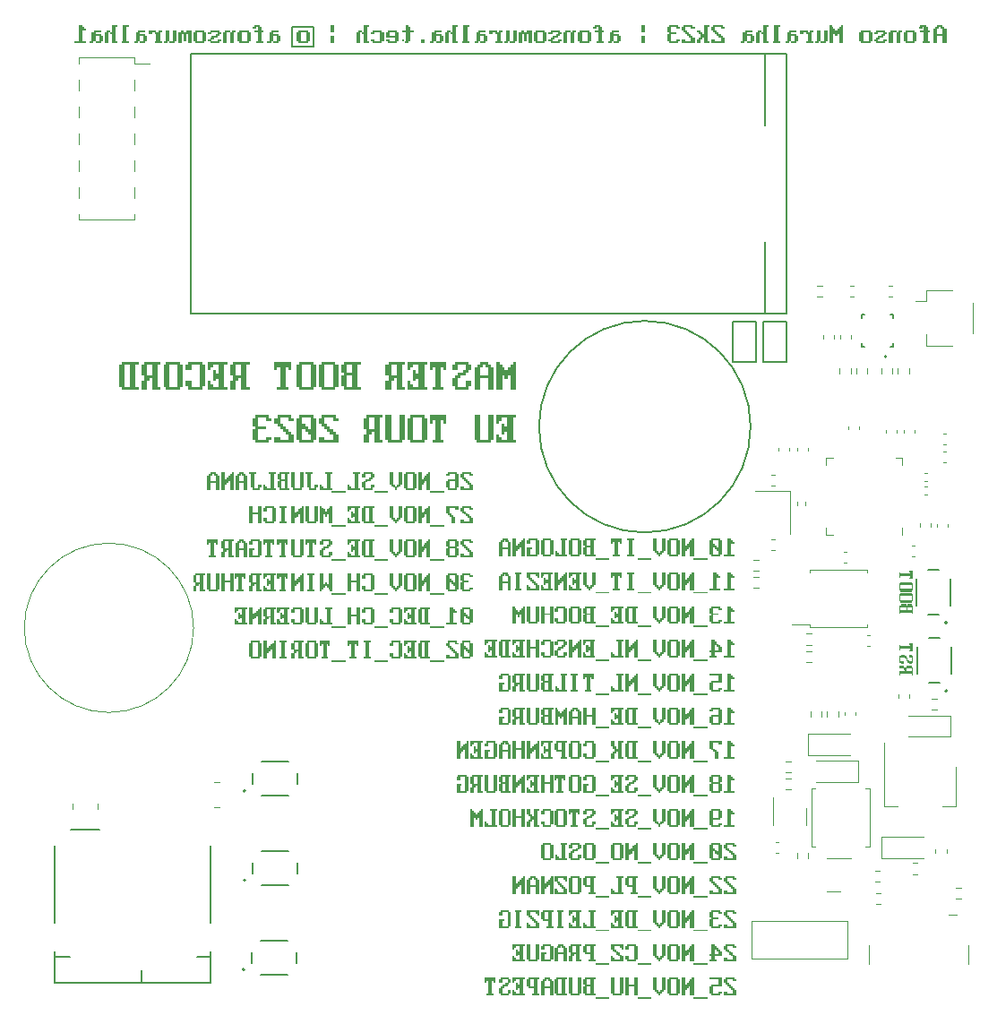
<source format=gbo>
%TF.GenerationSoftware,KiCad,Pcbnew,7.0.7*%
%TF.CreationDate,2023-11-03T00:36:19+00:00*%
%TF.ProjectId,mod-badge-mbr,6d6f642d-6261-4646-9765-2d6d62722e6b,rev?*%
%TF.SameCoordinates,Original*%
%TF.FileFunction,Legend,Bot*%
%TF.FilePolarity,Positive*%
%FSLAX46Y46*%
G04 Gerber Fmt 4.6, Leading zero omitted, Abs format (unit mm)*
G04 Created by KiCad (PCBNEW 7.0.7) date 2023-11-03 00:36:19*
%MOMM*%
%LPD*%
G01*
G04 APERTURE LIST*
%ADD10C,0.150000*%
%ADD11C,0.200000*%
%ADD12C,0.120000*%
%ADD13C,0.100000*%
%ADD14C,0.127000*%
G04 APERTURE END LIST*
D10*
X68600000Y-38900000D02*
G75*
G03*
X68600000Y-38900000I-10000000J0D01*
G01*
D11*
X25300000Y-1100000D02*
X27300000Y-1100000D01*
X27300000Y-3000000D01*
X25300000Y-3000000D01*
X25300000Y-1100000D01*
D10*
G36*
X42150106Y-43189960D02*
G01*
X41336142Y-43189960D01*
X41336142Y-43368160D01*
X41145877Y-43368160D01*
X41145877Y-43694859D01*
X41336142Y-43694859D01*
X41336142Y-43873059D01*
X41484642Y-43873059D01*
X41484642Y-44021558D01*
X41662841Y-44021558D01*
X41662841Y-44191405D01*
X41817374Y-44191405D01*
X41817374Y-44348258D01*
X41989540Y-44348258D01*
X41989540Y-44687487D01*
X41484642Y-44687487D01*
X41484642Y-44518104D01*
X41145877Y-44518104D01*
X41145877Y-44853157D01*
X42322273Y-44853157D01*
X42322273Y-44348258D01*
X42150106Y-44348258D01*
X42150106Y-44191405D01*
X41989540Y-44191405D01*
X41989540Y-44021558D01*
X41817374Y-44021558D01*
X41817374Y-43873059D01*
X41662841Y-43873059D01*
X41662841Y-43694859D01*
X41484642Y-43694859D01*
X41484642Y-43355630D01*
X41989540Y-43355630D01*
X41989540Y-43533830D01*
X42322273Y-43533830D01*
X42322273Y-43368160D01*
X42150106Y-43368160D01*
X42150106Y-43189960D01*
G37*
G36*
X40815001Y-43368160D02*
G01*
X40993201Y-43368160D01*
X40993201Y-44674957D01*
X40815001Y-44674957D01*
X40815001Y-44853157D01*
X39983403Y-44853157D01*
X39983403Y-44674957D01*
X39828871Y-44674957D01*
X39828871Y-44021558D01*
X39983403Y-44021558D01*
X40161603Y-44021558D01*
X40161603Y-44687487D01*
X40660469Y-44687487D01*
X40660469Y-44021558D01*
X40161603Y-44021558D01*
X39983403Y-44021558D01*
X39983403Y-43855889D01*
X40660469Y-43855889D01*
X40660469Y-43355630D01*
X40161603Y-43355630D01*
X40161603Y-43533830D01*
X39828871Y-43533830D01*
X39828871Y-43368160D01*
X39983403Y-43368160D01*
X39983403Y-43189960D01*
X40815001Y-43189960D01*
X40815001Y-43368160D01*
G37*
G36*
X39664129Y-45014186D02*
G01*
X38327632Y-45014186D01*
X38327632Y-45179856D01*
X39664129Y-45179856D01*
X39664129Y-45014186D01*
G37*
G36*
X38335057Y-43189960D02*
G01*
X38156857Y-43189960D01*
X38156857Y-43368160D01*
X37993044Y-43368160D01*
X37993044Y-43516660D01*
X37829694Y-43516660D01*
X37829694Y-43694859D01*
X37666344Y-43694859D01*
X37666344Y-43843359D01*
X37503459Y-43843359D01*
X37503459Y-43189960D01*
X37170727Y-43189960D01*
X37170727Y-44853157D01*
X37503459Y-44853157D01*
X37503459Y-44348258D01*
X37666344Y-44348258D01*
X37666344Y-44199758D01*
X37829694Y-44199758D01*
X37829694Y-44021558D01*
X37993044Y-44021558D01*
X37993044Y-44853157D01*
X38335057Y-44853157D01*
X38335057Y-43189960D01*
G37*
G36*
X36827785Y-43368160D02*
G01*
X37005985Y-43368160D01*
X37005985Y-44687487D01*
X36827785Y-44687487D01*
X36827785Y-44853157D01*
X35996187Y-44853157D01*
X35996187Y-44687487D01*
X35841655Y-44687487D01*
X35841655Y-43368160D01*
X35996187Y-43368160D01*
X35996187Y-43355630D01*
X36174387Y-43355630D01*
X36174387Y-44687487D01*
X36673253Y-44687487D01*
X36673253Y-43355630D01*
X36174387Y-43355630D01*
X35996187Y-43355630D01*
X35996187Y-43189960D01*
X36827785Y-43189960D01*
X36827785Y-43368160D01*
G37*
G36*
X35676913Y-43189960D02*
G01*
X35344181Y-43189960D01*
X35344181Y-44348258D01*
X35172014Y-44348258D01*
X35172014Y-44526457D01*
X34993815Y-44526457D01*
X34993815Y-44348258D01*
X34839282Y-44348258D01*
X34839282Y-43189960D01*
X34500517Y-43189960D01*
X34500517Y-44348258D01*
X34690783Y-44348258D01*
X34690783Y-44526457D01*
X34839282Y-44526457D01*
X34839282Y-44674957D01*
X34993815Y-44674957D01*
X34993815Y-44853157D01*
X35172014Y-44853157D01*
X35172014Y-44674957D01*
X35344181Y-44674957D01*
X35344181Y-44526457D01*
X35504746Y-44526457D01*
X35504746Y-44348258D01*
X35676913Y-44348258D01*
X35676913Y-43189960D01*
G37*
G36*
X34347841Y-45014186D02*
G01*
X33011344Y-45014186D01*
X33011344Y-45179856D01*
X34347841Y-45179856D01*
X34347841Y-45014186D01*
G37*
G36*
X32846603Y-43189960D02*
G01*
X32032639Y-43189960D01*
X32032639Y-43368160D01*
X31854439Y-43368160D01*
X31854439Y-43694859D01*
X32187171Y-43694859D01*
X32187171Y-43355630D01*
X32686037Y-43355630D01*
X32686037Y-43694859D01*
X32513871Y-43694859D01*
X32513871Y-43855889D01*
X32187171Y-43855889D01*
X32187171Y-44021558D01*
X32032639Y-44021558D01*
X32032639Y-44170058D01*
X31854439Y-44170058D01*
X31854439Y-44674957D01*
X32032639Y-44674957D01*
X32032639Y-44853157D01*
X32846603Y-44853157D01*
X32846603Y-44674957D01*
X33018769Y-44674957D01*
X33018769Y-44348258D01*
X32686037Y-44348258D01*
X32686037Y-44687487D01*
X32187171Y-44687487D01*
X32187171Y-44170058D01*
X32365371Y-44170058D01*
X32365371Y-44021558D01*
X32686037Y-44021558D01*
X32686037Y-43855889D01*
X32846603Y-43855889D01*
X32846603Y-43694859D01*
X33018769Y-43694859D01*
X33018769Y-43368160D01*
X32846603Y-43368160D01*
X32846603Y-43189960D01*
G37*
G36*
X31689697Y-43189960D02*
G01*
X31036299Y-43189960D01*
X31036299Y-43355630D01*
X31184799Y-43355630D01*
X31184799Y-44687487D01*
X30872949Y-44687487D01*
X30872949Y-44521353D01*
X30709600Y-44521353D01*
X30709600Y-44354755D01*
X30531400Y-44354755D01*
X30531400Y-44853157D01*
X31689697Y-44853157D01*
X31689697Y-44687487D01*
X31517531Y-44687487D01*
X31517531Y-43355630D01*
X31689697Y-43355630D01*
X31689697Y-43189960D01*
G37*
G36*
X30360626Y-45014186D02*
G01*
X29024129Y-45014186D01*
X29024129Y-45179856D01*
X30360626Y-45179856D01*
X30360626Y-45014186D01*
G37*
G36*
X29031554Y-43189960D02*
G01*
X28378155Y-43189960D01*
X28378155Y-43355630D01*
X28526655Y-43355630D01*
X28526655Y-44687487D01*
X28214806Y-44687487D01*
X28214806Y-44521353D01*
X28051456Y-44521353D01*
X28051456Y-44354755D01*
X27873256Y-44354755D01*
X27873256Y-44853157D01*
X29031554Y-44853157D01*
X29031554Y-44687487D01*
X28859387Y-44687487D01*
X28859387Y-43355630D01*
X29031554Y-43355630D01*
X29031554Y-43189960D01*
G37*
G36*
X27197583Y-43189960D02*
G01*
X26544185Y-43189960D01*
X26544185Y-43355630D01*
X26716351Y-43355630D01*
X26716351Y-44674957D01*
X26870884Y-44674957D01*
X26870884Y-44853157D01*
X27524282Y-44853157D01*
X27524282Y-44674957D01*
X27702482Y-44674957D01*
X27702482Y-44348258D01*
X27369750Y-44348258D01*
X27369750Y-44687487D01*
X27049083Y-44687487D01*
X27049083Y-43355630D01*
X27197583Y-43355630D01*
X27197583Y-43189960D01*
G37*
G36*
X26373410Y-43189960D02*
G01*
X26040678Y-43189960D01*
X26040678Y-44687487D01*
X25541812Y-44687487D01*
X25541812Y-43189960D01*
X25209080Y-43189960D01*
X25209080Y-44674957D01*
X25363612Y-44674957D01*
X25363612Y-44853157D01*
X26195210Y-44853157D01*
X26195210Y-44674957D01*
X26373410Y-44674957D01*
X26373410Y-43189960D01*
G37*
G36*
X25044338Y-43355630D02*
G01*
X24872171Y-43355630D01*
X24872171Y-44687487D01*
X25044338Y-44687487D01*
X25044338Y-44853157D01*
X24034540Y-44853157D01*
X24034540Y-44674957D01*
X23880008Y-44674957D01*
X23880008Y-44021558D01*
X24034540Y-44021558D01*
X24212740Y-44021558D01*
X24212740Y-44687487D01*
X24539439Y-44687487D01*
X24539439Y-44021558D01*
X24212740Y-44021558D01*
X24034540Y-44021558D01*
X24034540Y-43855889D01*
X23880008Y-43855889D01*
X23880008Y-43368160D01*
X24034540Y-43368160D01*
X24034540Y-43355630D01*
X24212740Y-43355630D01*
X24212740Y-43855889D01*
X24539439Y-43855889D01*
X24539439Y-43355630D01*
X24212740Y-43355630D01*
X24034540Y-43355630D01*
X24034540Y-43189960D01*
X25044338Y-43189960D01*
X25044338Y-43355630D01*
G37*
G36*
X23715266Y-43189960D02*
G01*
X23061868Y-43189960D01*
X23061868Y-43355630D01*
X23210367Y-43355630D01*
X23210367Y-44687487D01*
X22898518Y-44687487D01*
X22898518Y-44521353D01*
X22735169Y-44521353D01*
X22735169Y-44354755D01*
X22556969Y-44354755D01*
X22556969Y-44853157D01*
X23715266Y-44853157D01*
X23715266Y-44687487D01*
X23543099Y-44687487D01*
X23543099Y-43355630D01*
X23715266Y-43355630D01*
X23715266Y-43189960D01*
G37*
G36*
X21881296Y-43189960D02*
G01*
X21227897Y-43189960D01*
X21227897Y-43355630D01*
X21400064Y-43355630D01*
X21400064Y-44674957D01*
X21554596Y-44674957D01*
X21554596Y-44853157D01*
X22207995Y-44853157D01*
X22207995Y-44674957D01*
X22386194Y-44674957D01*
X22386194Y-44348258D01*
X22053462Y-44348258D01*
X22053462Y-44687487D01*
X21732796Y-44687487D01*
X21732796Y-43355630D01*
X21881296Y-43355630D01*
X21881296Y-43189960D01*
G37*
G36*
X20724390Y-43355630D02*
G01*
X20884956Y-43355630D01*
X20884956Y-43516660D01*
X21057122Y-43516660D01*
X21057122Y-44853157D01*
X20724390Y-44853157D01*
X20724390Y-44187228D01*
X20225524Y-44187228D01*
X20225524Y-44853157D01*
X19892792Y-44853157D01*
X19892792Y-44021558D01*
X20225524Y-44021558D01*
X20724390Y-44021558D01*
X20724390Y-43516660D01*
X20552224Y-43516660D01*
X20552224Y-43355630D01*
X20403724Y-43355630D01*
X20403724Y-43516660D01*
X20225524Y-43516660D01*
X20225524Y-44021558D01*
X19892792Y-44021558D01*
X19892792Y-43516660D01*
X20070992Y-43516660D01*
X20070992Y-43355630D01*
X20225524Y-43355630D01*
X20225524Y-43189960D01*
X20724390Y-43189960D01*
X20724390Y-43355630D01*
G37*
G36*
X19728051Y-43189960D02*
G01*
X19549851Y-43189960D01*
X19549851Y-43368160D01*
X19386037Y-43368160D01*
X19386037Y-43516660D01*
X19222688Y-43516660D01*
X19222688Y-43694859D01*
X19059338Y-43694859D01*
X19059338Y-43843359D01*
X18896453Y-43843359D01*
X18896453Y-43189960D01*
X18563721Y-43189960D01*
X18563721Y-44853157D01*
X18896453Y-44853157D01*
X18896453Y-44348258D01*
X19059338Y-44348258D01*
X19059338Y-44199758D01*
X19222688Y-44199758D01*
X19222688Y-44021558D01*
X19386037Y-44021558D01*
X19386037Y-44853157D01*
X19728051Y-44853157D01*
X19728051Y-43189960D01*
G37*
G36*
X18066247Y-43355630D02*
G01*
X18226812Y-43355630D01*
X18226812Y-43516660D01*
X18398979Y-43516660D01*
X18398979Y-44853157D01*
X18066247Y-44853157D01*
X18066247Y-44187228D01*
X17567381Y-44187228D01*
X17567381Y-44853157D01*
X17234649Y-44853157D01*
X17234649Y-44021558D01*
X17567381Y-44021558D01*
X18066247Y-44021558D01*
X18066247Y-43516660D01*
X17894080Y-43516660D01*
X17894080Y-43355630D01*
X17745580Y-43355630D01*
X17745580Y-43516660D01*
X17567381Y-43516660D01*
X17567381Y-44021558D01*
X17234649Y-44021558D01*
X17234649Y-43516660D01*
X17412848Y-43516660D01*
X17412848Y-43355630D01*
X17567381Y-43355630D01*
X17567381Y-43189960D01*
X18066247Y-43189960D01*
X18066247Y-43355630D01*
G37*
G36*
X42150106Y-46381960D02*
G01*
X41336142Y-46381960D01*
X41336142Y-46560160D01*
X41145877Y-46560160D01*
X41145877Y-46886859D01*
X41336142Y-46886859D01*
X41336142Y-47065059D01*
X41484642Y-47065059D01*
X41484642Y-47213558D01*
X41662841Y-47213558D01*
X41662841Y-47383405D01*
X41817374Y-47383405D01*
X41817374Y-47540258D01*
X41989540Y-47540258D01*
X41989540Y-47879487D01*
X41484642Y-47879487D01*
X41484642Y-47710104D01*
X41145877Y-47710104D01*
X41145877Y-48045157D01*
X42322273Y-48045157D01*
X42322273Y-47540258D01*
X42150106Y-47540258D01*
X42150106Y-47383405D01*
X41989540Y-47383405D01*
X41989540Y-47213558D01*
X41817374Y-47213558D01*
X41817374Y-47065059D01*
X41662841Y-47065059D01*
X41662841Y-46886859D01*
X41484642Y-46886859D01*
X41484642Y-46547630D01*
X41989540Y-46547630D01*
X41989540Y-46725830D01*
X42322273Y-46725830D01*
X42322273Y-46560160D01*
X42150106Y-46560160D01*
X42150106Y-46381960D01*
G37*
G36*
X40993201Y-46381960D02*
G01*
X39828871Y-46381960D01*
X39828871Y-47065059D01*
X40007070Y-47065059D01*
X40007070Y-47228408D01*
X40161603Y-47228408D01*
X40161603Y-47391758D01*
X40333769Y-47391758D01*
X40333769Y-48045157D01*
X40660469Y-48045157D01*
X40660469Y-47391758D01*
X40494335Y-47391758D01*
X40494335Y-47228408D01*
X40333769Y-47228408D01*
X40333769Y-47065059D01*
X40161603Y-47065059D01*
X40161603Y-46547630D01*
X40660469Y-46547630D01*
X40660469Y-46720261D01*
X40993201Y-46720261D01*
X40993201Y-46381960D01*
G37*
G36*
X39664129Y-48206186D02*
G01*
X38327632Y-48206186D01*
X38327632Y-48371856D01*
X39664129Y-48371856D01*
X39664129Y-48206186D01*
G37*
G36*
X38335057Y-46381960D02*
G01*
X38156857Y-46381960D01*
X38156857Y-46560160D01*
X37993044Y-46560160D01*
X37993044Y-46708660D01*
X37829694Y-46708660D01*
X37829694Y-46886859D01*
X37666344Y-46886859D01*
X37666344Y-47035359D01*
X37503459Y-47035359D01*
X37503459Y-46381960D01*
X37170727Y-46381960D01*
X37170727Y-48045157D01*
X37503459Y-48045157D01*
X37503459Y-47540258D01*
X37666344Y-47540258D01*
X37666344Y-47391758D01*
X37829694Y-47391758D01*
X37829694Y-47213558D01*
X37993044Y-47213558D01*
X37993044Y-48045157D01*
X38335057Y-48045157D01*
X38335057Y-46381960D01*
G37*
G36*
X36827785Y-46560160D02*
G01*
X37005985Y-46560160D01*
X37005985Y-47879487D01*
X36827785Y-47879487D01*
X36827785Y-48045157D01*
X35996187Y-48045157D01*
X35996187Y-47879487D01*
X35841655Y-47879487D01*
X35841655Y-46560160D01*
X35996187Y-46560160D01*
X35996187Y-46547630D01*
X36174387Y-46547630D01*
X36174387Y-47879487D01*
X36673253Y-47879487D01*
X36673253Y-46547630D01*
X36174387Y-46547630D01*
X35996187Y-46547630D01*
X35996187Y-46381960D01*
X36827785Y-46381960D01*
X36827785Y-46560160D01*
G37*
G36*
X35676913Y-46381960D02*
G01*
X35344181Y-46381960D01*
X35344181Y-47540258D01*
X35172014Y-47540258D01*
X35172014Y-47718457D01*
X34993815Y-47718457D01*
X34993815Y-47540258D01*
X34839282Y-47540258D01*
X34839282Y-46381960D01*
X34500517Y-46381960D01*
X34500517Y-47540258D01*
X34690783Y-47540258D01*
X34690783Y-47718457D01*
X34839282Y-47718457D01*
X34839282Y-47866957D01*
X34993815Y-47866957D01*
X34993815Y-48045157D01*
X35172014Y-48045157D01*
X35172014Y-47866957D01*
X35344181Y-47866957D01*
X35344181Y-47718457D01*
X35504746Y-47718457D01*
X35504746Y-47540258D01*
X35676913Y-47540258D01*
X35676913Y-46381960D01*
G37*
G36*
X34347841Y-48206186D02*
G01*
X33011344Y-48206186D01*
X33011344Y-48371856D01*
X34347841Y-48371856D01*
X34347841Y-48206186D01*
G37*
G36*
X33018769Y-46547630D02*
G01*
X32846603Y-46547630D01*
X32846603Y-47879487D01*
X33018769Y-47879487D01*
X33018769Y-48045157D01*
X32008972Y-48045157D01*
X32008972Y-47879487D01*
X31854439Y-47879487D01*
X31854439Y-46560160D01*
X32008972Y-46560160D01*
X32008972Y-46547630D01*
X32187171Y-46547630D01*
X32187171Y-47879487D01*
X32513871Y-47879487D01*
X32513871Y-46547630D01*
X32187171Y-46547630D01*
X32008972Y-46547630D01*
X32008972Y-46381960D01*
X33018769Y-46381960D01*
X33018769Y-46547630D01*
G37*
G36*
X31674848Y-46381960D02*
G01*
X30501700Y-46381960D01*
X30501700Y-46886859D01*
X30679900Y-46886859D01*
X30679900Y-46717477D01*
X30828400Y-46717477D01*
X30828400Y-46547630D01*
X31178766Y-46547630D01*
X31178766Y-47065059D01*
X31006599Y-47065059D01*
X31006599Y-46886859D01*
X30828400Y-46886859D01*
X30828400Y-47540258D01*
X31006599Y-47540258D01*
X31006599Y-47391758D01*
X31178766Y-47391758D01*
X31178766Y-47879487D01*
X30828400Y-47879487D01*
X30828400Y-47710104D01*
X30679900Y-47710104D01*
X30679900Y-47540258D01*
X30501700Y-47540258D01*
X30501700Y-48045157D01*
X31674848Y-48045157D01*
X31674848Y-47879487D01*
X31511498Y-47879487D01*
X31511498Y-46547630D01*
X31674848Y-46547630D01*
X31674848Y-46381960D01*
G37*
G36*
X30360626Y-48206186D02*
G01*
X29024129Y-48206186D01*
X29024129Y-48371856D01*
X30360626Y-48371856D01*
X30360626Y-48206186D01*
G37*
G36*
X29031554Y-46381960D02*
G01*
X28853354Y-46381960D01*
X28853354Y-46560160D01*
X28690005Y-46560160D01*
X28690005Y-46708660D01*
X28526655Y-46708660D01*
X28526655Y-46886859D01*
X28348455Y-46886859D01*
X28348455Y-46708660D01*
X28199956Y-46708660D01*
X28199956Y-46560160D01*
X28051456Y-46560160D01*
X28051456Y-46381960D01*
X27873256Y-46381960D01*
X27873256Y-48045157D01*
X28199956Y-48045157D01*
X28199956Y-47213558D01*
X28348455Y-47213558D01*
X28348455Y-47391758D01*
X28526655Y-47391758D01*
X28526655Y-47213558D01*
X28690005Y-47213558D01*
X28690005Y-48045157D01*
X29031554Y-48045157D01*
X29031554Y-46381960D01*
G37*
G36*
X27702482Y-46381960D02*
G01*
X27369750Y-46381960D01*
X27369750Y-47879487D01*
X26870884Y-47879487D01*
X26870884Y-46381960D01*
X26538152Y-46381960D01*
X26538152Y-47866957D01*
X26692684Y-47866957D01*
X26692684Y-48045157D01*
X27524282Y-48045157D01*
X27524282Y-47866957D01*
X27702482Y-47866957D01*
X27702482Y-46381960D01*
G37*
G36*
X26373410Y-46381960D02*
G01*
X26195210Y-46381960D01*
X26195210Y-46560160D01*
X26031397Y-46560160D01*
X26031397Y-46708660D01*
X25868047Y-46708660D01*
X25868047Y-46886859D01*
X25704697Y-46886859D01*
X25704697Y-47035359D01*
X25541812Y-47035359D01*
X25541812Y-46381960D01*
X25209080Y-46381960D01*
X25209080Y-48045157D01*
X25541812Y-48045157D01*
X25541812Y-47540258D01*
X25704697Y-47540258D01*
X25704697Y-47391758D01*
X25868047Y-47391758D01*
X25868047Y-47213558D01*
X26031397Y-47213558D01*
X26031397Y-48045157D01*
X26373410Y-48045157D01*
X26373410Y-46381960D01*
G37*
G36*
X24717639Y-46381960D02*
G01*
X24064240Y-46381960D01*
X24064240Y-46547630D01*
X24212740Y-46547630D01*
X24212740Y-47879487D01*
X24064240Y-47879487D01*
X24064240Y-48045157D01*
X24717639Y-48045157D01*
X24717639Y-47879487D01*
X24545472Y-47879487D01*
X24545472Y-46547630D01*
X24717639Y-46547630D01*
X24717639Y-46381960D01*
G37*
G36*
X23537067Y-46381960D02*
G01*
X22705469Y-46381960D01*
X22705469Y-46560160D01*
X22550936Y-46560160D01*
X22550936Y-46886859D01*
X22883668Y-46886859D01*
X22883668Y-46547630D01*
X23382534Y-46547630D01*
X23382534Y-47879487D01*
X22883668Y-47879487D01*
X22883668Y-47540258D01*
X22550936Y-47540258D01*
X22550936Y-47866957D01*
X22705469Y-47866957D01*
X22705469Y-48045157D01*
X23537067Y-48045157D01*
X23537067Y-47866957D01*
X23715266Y-47866957D01*
X23715266Y-46560160D01*
X23537067Y-46560160D01*
X23537067Y-46381960D01*
G37*
G36*
X22386194Y-46381960D02*
G01*
X22053462Y-46381960D01*
X22053462Y-47047889D01*
X21554596Y-47047889D01*
X21554596Y-46381960D01*
X21221864Y-46381960D01*
X21221864Y-48045157D01*
X21554596Y-48045157D01*
X21554596Y-47213558D01*
X22053462Y-47213558D01*
X22053462Y-48045157D01*
X22386194Y-48045157D01*
X22386194Y-46381960D01*
G37*
G36*
X42150106Y-49573960D02*
G01*
X41336142Y-49573960D01*
X41336142Y-49752160D01*
X41145877Y-49752160D01*
X41145877Y-50078859D01*
X41336142Y-50078859D01*
X41336142Y-50257059D01*
X41484642Y-50257059D01*
X41484642Y-50405558D01*
X41662841Y-50405558D01*
X41662841Y-50575405D01*
X41817374Y-50575405D01*
X41817374Y-50732258D01*
X41989540Y-50732258D01*
X41989540Y-51071487D01*
X41484642Y-51071487D01*
X41484642Y-50902104D01*
X41145877Y-50902104D01*
X41145877Y-51237157D01*
X42322273Y-51237157D01*
X42322273Y-50732258D01*
X42150106Y-50732258D01*
X42150106Y-50575405D01*
X41989540Y-50575405D01*
X41989540Y-50405558D01*
X41817374Y-50405558D01*
X41817374Y-50257059D01*
X41662841Y-50257059D01*
X41662841Y-50078859D01*
X41484642Y-50078859D01*
X41484642Y-49739630D01*
X41989540Y-49739630D01*
X41989540Y-49917830D01*
X42322273Y-49917830D01*
X42322273Y-49752160D01*
X42150106Y-49752160D01*
X42150106Y-49573960D01*
G37*
G36*
X40815001Y-49752160D02*
G01*
X40993201Y-49752160D01*
X40993201Y-50239889D01*
X40815001Y-50239889D01*
X40815001Y-50405558D01*
X40993201Y-50405558D01*
X40993201Y-51058957D01*
X40815001Y-51058957D01*
X40815001Y-51237157D01*
X39983403Y-51237157D01*
X39983403Y-51058957D01*
X39828871Y-51058957D01*
X39828871Y-50405558D01*
X39983403Y-50405558D01*
X40161603Y-50405558D01*
X40161603Y-51071487D01*
X40660469Y-51071487D01*
X40660469Y-50405558D01*
X40161603Y-50405558D01*
X39983403Y-50405558D01*
X39983403Y-50239889D01*
X39828871Y-50239889D01*
X39828871Y-49752160D01*
X39983403Y-49752160D01*
X39983403Y-49739630D01*
X40161603Y-49739630D01*
X40161603Y-50239889D01*
X40660469Y-50239889D01*
X40660469Y-49739630D01*
X40161603Y-49739630D01*
X39983403Y-49739630D01*
X39983403Y-49573960D01*
X40815001Y-49573960D01*
X40815001Y-49752160D01*
G37*
G36*
X39664129Y-51398186D02*
G01*
X38327632Y-51398186D01*
X38327632Y-51563856D01*
X39664129Y-51563856D01*
X39664129Y-51398186D01*
G37*
G36*
X38335057Y-49573960D02*
G01*
X38156857Y-49573960D01*
X38156857Y-49752160D01*
X37993044Y-49752160D01*
X37993044Y-49900660D01*
X37829694Y-49900660D01*
X37829694Y-50078859D01*
X37666344Y-50078859D01*
X37666344Y-50227359D01*
X37503459Y-50227359D01*
X37503459Y-49573960D01*
X37170727Y-49573960D01*
X37170727Y-51237157D01*
X37503459Y-51237157D01*
X37503459Y-50732258D01*
X37666344Y-50732258D01*
X37666344Y-50583758D01*
X37829694Y-50583758D01*
X37829694Y-50405558D01*
X37993044Y-50405558D01*
X37993044Y-51237157D01*
X38335057Y-51237157D01*
X38335057Y-49573960D01*
G37*
G36*
X36827785Y-49752160D02*
G01*
X37005985Y-49752160D01*
X37005985Y-51071487D01*
X36827785Y-51071487D01*
X36827785Y-51237157D01*
X35996187Y-51237157D01*
X35996187Y-51071487D01*
X35841655Y-51071487D01*
X35841655Y-49752160D01*
X35996187Y-49752160D01*
X35996187Y-49739630D01*
X36174387Y-49739630D01*
X36174387Y-51071487D01*
X36673253Y-51071487D01*
X36673253Y-49739630D01*
X36174387Y-49739630D01*
X35996187Y-49739630D01*
X35996187Y-49573960D01*
X36827785Y-49573960D01*
X36827785Y-49752160D01*
G37*
G36*
X35676913Y-49573960D02*
G01*
X35344181Y-49573960D01*
X35344181Y-50732258D01*
X35172014Y-50732258D01*
X35172014Y-50910457D01*
X34993815Y-50910457D01*
X34993815Y-50732258D01*
X34839282Y-50732258D01*
X34839282Y-49573960D01*
X34500517Y-49573960D01*
X34500517Y-50732258D01*
X34690783Y-50732258D01*
X34690783Y-50910457D01*
X34839282Y-50910457D01*
X34839282Y-51058957D01*
X34993815Y-51058957D01*
X34993815Y-51237157D01*
X35172014Y-51237157D01*
X35172014Y-51058957D01*
X35344181Y-51058957D01*
X35344181Y-50910457D01*
X35504746Y-50910457D01*
X35504746Y-50732258D01*
X35676913Y-50732258D01*
X35676913Y-49573960D01*
G37*
G36*
X34347841Y-51398186D02*
G01*
X33011344Y-51398186D01*
X33011344Y-51563856D01*
X34347841Y-51563856D01*
X34347841Y-51398186D01*
G37*
G36*
X33018769Y-49739630D02*
G01*
X32846603Y-49739630D01*
X32846603Y-51071487D01*
X33018769Y-51071487D01*
X33018769Y-51237157D01*
X32008972Y-51237157D01*
X32008972Y-51071487D01*
X31854439Y-51071487D01*
X31854439Y-49752160D01*
X32008972Y-49752160D01*
X32008972Y-49739630D01*
X32187171Y-49739630D01*
X32187171Y-51071487D01*
X32513871Y-51071487D01*
X32513871Y-49739630D01*
X32187171Y-49739630D01*
X32008972Y-49739630D01*
X32008972Y-49573960D01*
X33018769Y-49573960D01*
X33018769Y-49739630D01*
G37*
G36*
X31674848Y-49573960D02*
G01*
X30501700Y-49573960D01*
X30501700Y-50078859D01*
X30679900Y-50078859D01*
X30679900Y-49909477D01*
X30828400Y-49909477D01*
X30828400Y-49739630D01*
X31178766Y-49739630D01*
X31178766Y-50257059D01*
X31006599Y-50257059D01*
X31006599Y-50078859D01*
X30828400Y-50078859D01*
X30828400Y-50732258D01*
X31006599Y-50732258D01*
X31006599Y-50583758D01*
X31178766Y-50583758D01*
X31178766Y-51071487D01*
X30828400Y-51071487D01*
X30828400Y-50902104D01*
X30679900Y-50902104D01*
X30679900Y-50732258D01*
X30501700Y-50732258D01*
X30501700Y-51237157D01*
X31674848Y-51237157D01*
X31674848Y-51071487D01*
X31511498Y-51071487D01*
X31511498Y-49739630D01*
X31674848Y-49739630D01*
X31674848Y-49573960D01*
G37*
G36*
X30360626Y-51398186D02*
G01*
X29024129Y-51398186D01*
X29024129Y-51563856D01*
X30360626Y-51563856D01*
X30360626Y-51398186D01*
G37*
G36*
X28859387Y-49573960D02*
G01*
X28045423Y-49573960D01*
X28045423Y-49752160D01*
X27867224Y-49752160D01*
X27867224Y-50078859D01*
X28199956Y-50078859D01*
X28199956Y-49739630D01*
X28698822Y-49739630D01*
X28698822Y-50078859D01*
X28526655Y-50078859D01*
X28526655Y-50239889D01*
X28199956Y-50239889D01*
X28199956Y-50405558D01*
X28045423Y-50405558D01*
X28045423Y-50554058D01*
X27867224Y-50554058D01*
X27867224Y-51058957D01*
X28045423Y-51058957D01*
X28045423Y-51237157D01*
X28859387Y-51237157D01*
X28859387Y-51058957D01*
X29031554Y-51058957D01*
X29031554Y-50732258D01*
X28698822Y-50732258D01*
X28698822Y-51071487D01*
X28199956Y-51071487D01*
X28199956Y-50554058D01*
X28378155Y-50554058D01*
X28378155Y-50405558D01*
X28698822Y-50405558D01*
X28698822Y-50239889D01*
X28859387Y-50239889D01*
X28859387Y-50078859D01*
X29031554Y-50078859D01*
X29031554Y-49752160D01*
X28859387Y-49752160D01*
X28859387Y-49573960D01*
G37*
G36*
X27524282Y-49573960D02*
G01*
X26514485Y-49573960D01*
X26514485Y-50067722D01*
X26692684Y-50067722D01*
X26692684Y-49900660D01*
X26864851Y-49900660D01*
X26864851Y-51071487D01*
X26692684Y-51071487D01*
X26692684Y-51237157D01*
X27346083Y-51237157D01*
X27346083Y-51071487D01*
X27197583Y-51071487D01*
X27197583Y-49900660D01*
X27346083Y-49900660D01*
X27346083Y-50067722D01*
X27524282Y-50067722D01*
X27524282Y-49573960D01*
G37*
G36*
X26373410Y-49573960D02*
G01*
X26040678Y-49573960D01*
X26040678Y-51071487D01*
X25541812Y-51071487D01*
X25541812Y-49573960D01*
X25209080Y-49573960D01*
X25209080Y-51058957D01*
X25363612Y-51058957D01*
X25363612Y-51237157D01*
X26195210Y-51237157D01*
X26195210Y-51058957D01*
X26373410Y-51058957D01*
X26373410Y-49573960D01*
G37*
G36*
X24866139Y-49573960D02*
G01*
X23856341Y-49573960D01*
X23856341Y-50067722D01*
X24034540Y-50067722D01*
X24034540Y-49900660D01*
X24206707Y-49900660D01*
X24206707Y-51071487D01*
X24034540Y-51071487D01*
X24034540Y-51237157D01*
X24687939Y-51237157D01*
X24687939Y-51071487D01*
X24539439Y-51071487D01*
X24539439Y-49900660D01*
X24687939Y-49900660D01*
X24687939Y-50067722D01*
X24866139Y-50067722D01*
X24866139Y-49573960D01*
G37*
G36*
X23537067Y-49573960D02*
G01*
X22527269Y-49573960D01*
X22527269Y-50067722D01*
X22705469Y-50067722D01*
X22705469Y-49900660D01*
X22877635Y-49900660D01*
X22877635Y-51071487D01*
X22705469Y-51071487D01*
X22705469Y-51237157D01*
X23358867Y-51237157D01*
X23358867Y-51071487D01*
X23210367Y-51071487D01*
X23210367Y-49900660D01*
X23358867Y-49900660D01*
X23358867Y-50067722D01*
X23537067Y-50067722D01*
X23537067Y-49573960D01*
G37*
G36*
X22207995Y-49573960D02*
G01*
X21376397Y-49573960D01*
X21376397Y-49752160D01*
X21221864Y-49752160D01*
X21221864Y-50078859D01*
X21554596Y-50078859D01*
X21554596Y-49739630D01*
X22053462Y-49739630D01*
X22053462Y-51071487D01*
X21554596Y-51071487D01*
X21554596Y-50571228D01*
X21720730Y-50571228D01*
X21720730Y-50405558D01*
X21221864Y-50405558D01*
X21221864Y-51237157D01*
X22207995Y-51237157D01*
X22207995Y-51071487D01*
X22386194Y-51071487D01*
X22386194Y-49752160D01*
X22207995Y-49752160D01*
X22207995Y-49573960D01*
G37*
G36*
X20724390Y-49739630D02*
G01*
X20884956Y-49739630D01*
X20884956Y-49900660D01*
X21057122Y-49900660D01*
X21057122Y-51237157D01*
X20724390Y-51237157D01*
X20724390Y-50571228D01*
X20225524Y-50571228D01*
X20225524Y-51237157D01*
X19892792Y-51237157D01*
X19892792Y-50405558D01*
X20225524Y-50405558D01*
X20724390Y-50405558D01*
X20724390Y-49900660D01*
X20552224Y-49900660D01*
X20552224Y-49739630D01*
X20403724Y-49739630D01*
X20403724Y-49900660D01*
X20225524Y-49900660D01*
X20225524Y-50405558D01*
X19892792Y-50405558D01*
X19892792Y-49900660D01*
X20070992Y-49900660D01*
X20070992Y-49739630D01*
X20225524Y-49739630D01*
X20225524Y-49573960D01*
X20724390Y-49573960D01*
X20724390Y-49739630D01*
G37*
G36*
X19728051Y-49739630D02*
G01*
X19555884Y-49739630D01*
X19555884Y-51071487D01*
X19728051Y-51071487D01*
X19728051Y-51237157D01*
X19223152Y-51237157D01*
X19223152Y-50571228D01*
X19074652Y-50571228D01*
X19074652Y-50732258D01*
X18896453Y-50732258D01*
X18896453Y-51237157D01*
X18563721Y-51237157D01*
X18563721Y-50732258D01*
X18741920Y-50732258D01*
X18741920Y-50405558D01*
X18563721Y-50405558D01*
X18563721Y-49752160D01*
X18741920Y-49752160D01*
X18741920Y-49739630D01*
X18896453Y-49739630D01*
X18896453Y-50405558D01*
X19223152Y-50405558D01*
X19223152Y-49739630D01*
X18896453Y-49739630D01*
X18741920Y-49739630D01*
X18741920Y-49573960D01*
X19728051Y-49573960D01*
X19728051Y-49739630D01*
G37*
G36*
X18220779Y-49573960D02*
G01*
X17210982Y-49573960D01*
X17210982Y-50067722D01*
X17389181Y-50067722D01*
X17389181Y-49900660D01*
X17561348Y-49900660D01*
X17561348Y-51071487D01*
X17389181Y-51071487D01*
X17389181Y-51237157D01*
X18042580Y-51237157D01*
X18042580Y-51071487D01*
X17894080Y-51071487D01*
X17894080Y-49900660D01*
X18042580Y-49900660D01*
X18042580Y-50067722D01*
X18220779Y-50067722D01*
X18220779Y-49573960D01*
G37*
G36*
X42144073Y-52765960D02*
G01*
X41312475Y-52765960D01*
X41312475Y-52944160D01*
X41157942Y-52944160D01*
X41157942Y-53431889D01*
X41312475Y-53431889D01*
X41312475Y-53610088D01*
X41157942Y-53610088D01*
X41157942Y-54263487D01*
X41312475Y-54263487D01*
X41312475Y-54429157D01*
X42144073Y-54429157D01*
X42144073Y-54263487D01*
X42322273Y-54263487D01*
X42322273Y-54102457D01*
X41989540Y-54102457D01*
X41989540Y-54263487D01*
X41490674Y-54263487D01*
X41490674Y-53597558D01*
X41965873Y-53597558D01*
X41965873Y-53431889D01*
X41490674Y-53431889D01*
X41490674Y-52931630D01*
X41989540Y-52931630D01*
X41989540Y-53109830D01*
X42322273Y-53109830D01*
X42322273Y-52944160D01*
X42144073Y-52944160D01*
X42144073Y-52765960D01*
G37*
G36*
X40815001Y-52944160D02*
G01*
X40993201Y-52944160D01*
X40993201Y-54263487D01*
X40815001Y-54263487D01*
X40815001Y-54429157D01*
X39983403Y-54429157D01*
X39983403Y-54263487D01*
X39828871Y-54263487D01*
X39828871Y-53597558D01*
X40161603Y-53597558D01*
X40161603Y-54263487D01*
X40660469Y-54263487D01*
X40660469Y-53924258D01*
X40494335Y-53924258D01*
X40494335Y-53775758D01*
X40327737Y-53775758D01*
X40327737Y-53597558D01*
X40161603Y-53597558D01*
X39828871Y-53597558D01*
X39828871Y-52944160D01*
X39983403Y-52944160D01*
X39983403Y-52931630D01*
X40161603Y-52931630D01*
X40161603Y-53270859D01*
X40327737Y-53270859D01*
X40327737Y-53449059D01*
X40494335Y-53449059D01*
X40494335Y-53597558D01*
X40660469Y-53597558D01*
X40660469Y-52931630D01*
X40161603Y-52931630D01*
X39983403Y-52931630D01*
X39983403Y-52765960D01*
X40815001Y-52765960D01*
X40815001Y-52944160D01*
G37*
G36*
X39664129Y-54590186D02*
G01*
X38327632Y-54590186D01*
X38327632Y-54755856D01*
X39664129Y-54755856D01*
X39664129Y-54590186D01*
G37*
G36*
X38335057Y-52765960D02*
G01*
X38156857Y-52765960D01*
X38156857Y-52944160D01*
X37993044Y-52944160D01*
X37993044Y-53092660D01*
X37829694Y-53092660D01*
X37829694Y-53270859D01*
X37666344Y-53270859D01*
X37666344Y-53419359D01*
X37503459Y-53419359D01*
X37503459Y-52765960D01*
X37170727Y-52765960D01*
X37170727Y-54429157D01*
X37503459Y-54429157D01*
X37503459Y-53924258D01*
X37666344Y-53924258D01*
X37666344Y-53775758D01*
X37829694Y-53775758D01*
X37829694Y-53597558D01*
X37993044Y-53597558D01*
X37993044Y-54429157D01*
X38335057Y-54429157D01*
X38335057Y-52765960D01*
G37*
G36*
X36827785Y-52944160D02*
G01*
X37005985Y-52944160D01*
X37005985Y-54263487D01*
X36827785Y-54263487D01*
X36827785Y-54429157D01*
X35996187Y-54429157D01*
X35996187Y-54263487D01*
X35841655Y-54263487D01*
X35841655Y-52944160D01*
X35996187Y-52944160D01*
X35996187Y-52931630D01*
X36174387Y-52931630D01*
X36174387Y-54263487D01*
X36673253Y-54263487D01*
X36673253Y-52931630D01*
X36174387Y-52931630D01*
X35996187Y-52931630D01*
X35996187Y-52765960D01*
X36827785Y-52765960D01*
X36827785Y-52944160D01*
G37*
G36*
X35676913Y-52765960D02*
G01*
X35344181Y-52765960D01*
X35344181Y-53924258D01*
X35172014Y-53924258D01*
X35172014Y-54102457D01*
X34993815Y-54102457D01*
X34993815Y-53924258D01*
X34839282Y-53924258D01*
X34839282Y-52765960D01*
X34500517Y-52765960D01*
X34500517Y-53924258D01*
X34690783Y-53924258D01*
X34690783Y-54102457D01*
X34839282Y-54102457D01*
X34839282Y-54250957D01*
X34993815Y-54250957D01*
X34993815Y-54429157D01*
X35172014Y-54429157D01*
X35172014Y-54250957D01*
X35344181Y-54250957D01*
X35344181Y-54102457D01*
X35504746Y-54102457D01*
X35504746Y-53924258D01*
X35676913Y-53924258D01*
X35676913Y-52765960D01*
G37*
G36*
X34347841Y-54590186D02*
G01*
X33011344Y-54590186D01*
X33011344Y-54755856D01*
X34347841Y-54755856D01*
X34347841Y-54590186D01*
G37*
G36*
X32840570Y-52765960D02*
G01*
X32008972Y-52765960D01*
X32008972Y-52944160D01*
X31854439Y-52944160D01*
X31854439Y-53270859D01*
X32187171Y-53270859D01*
X32187171Y-52931630D01*
X32686037Y-52931630D01*
X32686037Y-54263487D01*
X32187171Y-54263487D01*
X32187171Y-53924258D01*
X31854439Y-53924258D01*
X31854439Y-54250957D01*
X32008972Y-54250957D01*
X32008972Y-54429157D01*
X32840570Y-54429157D01*
X32840570Y-54250957D01*
X33018769Y-54250957D01*
X33018769Y-52944160D01*
X32840570Y-52944160D01*
X32840570Y-52765960D01*
G37*
G36*
X31689697Y-52765960D02*
G01*
X31356965Y-52765960D01*
X31356965Y-53431889D01*
X30858099Y-53431889D01*
X30858099Y-52765960D01*
X30525367Y-52765960D01*
X30525367Y-54429157D01*
X30858099Y-54429157D01*
X30858099Y-53597558D01*
X31356965Y-53597558D01*
X31356965Y-54429157D01*
X31689697Y-54429157D01*
X31689697Y-52765960D01*
G37*
G36*
X30360626Y-54590186D02*
G01*
X29024129Y-54590186D01*
X29024129Y-54755856D01*
X30360626Y-54755856D01*
X30360626Y-54590186D01*
G37*
G36*
X29031554Y-52765960D02*
G01*
X28690005Y-52765960D01*
X28690005Y-53775758D01*
X28526655Y-53775758D01*
X28526655Y-53597558D01*
X28348455Y-53597558D01*
X28348455Y-53775758D01*
X28199956Y-53775758D01*
X28199956Y-52765960D01*
X27873256Y-52765960D01*
X27873256Y-54429157D01*
X28051456Y-54429157D01*
X28051456Y-54250957D01*
X28199956Y-54250957D01*
X28199956Y-54102457D01*
X28348455Y-54102457D01*
X28348455Y-53924258D01*
X28526655Y-53924258D01*
X28526655Y-54102457D01*
X28690005Y-54102457D01*
X28690005Y-54250957D01*
X28853354Y-54250957D01*
X28853354Y-54429157D01*
X29031554Y-54429157D01*
X29031554Y-52765960D01*
G37*
G36*
X27375783Y-52765960D02*
G01*
X26722384Y-52765960D01*
X26722384Y-52931630D01*
X26870884Y-52931630D01*
X26870884Y-54263487D01*
X26722384Y-54263487D01*
X26722384Y-54429157D01*
X27375783Y-54429157D01*
X27375783Y-54263487D01*
X27203616Y-54263487D01*
X27203616Y-52931630D01*
X27375783Y-52931630D01*
X27375783Y-52765960D01*
G37*
G36*
X26373410Y-52765960D02*
G01*
X26195210Y-52765960D01*
X26195210Y-52944160D01*
X26031397Y-52944160D01*
X26031397Y-53092660D01*
X25868047Y-53092660D01*
X25868047Y-53270859D01*
X25704697Y-53270859D01*
X25704697Y-53419359D01*
X25541812Y-53419359D01*
X25541812Y-52765960D01*
X25209080Y-52765960D01*
X25209080Y-54429157D01*
X25541812Y-54429157D01*
X25541812Y-53924258D01*
X25704697Y-53924258D01*
X25704697Y-53775758D01*
X25868047Y-53775758D01*
X25868047Y-53597558D01*
X26031397Y-53597558D01*
X26031397Y-54429157D01*
X26373410Y-54429157D01*
X26373410Y-52765960D01*
G37*
G36*
X24866139Y-52765960D02*
G01*
X23856341Y-52765960D01*
X23856341Y-53259722D01*
X24034540Y-53259722D01*
X24034540Y-53092660D01*
X24206707Y-53092660D01*
X24206707Y-54263487D01*
X24034540Y-54263487D01*
X24034540Y-54429157D01*
X24687939Y-54429157D01*
X24687939Y-54263487D01*
X24539439Y-54263487D01*
X24539439Y-53092660D01*
X24687939Y-53092660D01*
X24687939Y-53259722D01*
X24866139Y-53259722D01*
X24866139Y-52765960D01*
G37*
G36*
X23700416Y-52765960D02*
G01*
X22527269Y-52765960D01*
X22527269Y-53270859D01*
X22705469Y-53270859D01*
X22705469Y-53101477D01*
X22853968Y-53101477D01*
X22853968Y-52931630D01*
X23204335Y-52931630D01*
X23204335Y-53449059D01*
X23032168Y-53449059D01*
X23032168Y-53270859D01*
X22853968Y-53270859D01*
X22853968Y-53924258D01*
X23032168Y-53924258D01*
X23032168Y-53775758D01*
X23204335Y-53775758D01*
X23204335Y-54263487D01*
X22853968Y-54263487D01*
X22853968Y-54094104D01*
X22705469Y-54094104D01*
X22705469Y-53924258D01*
X22527269Y-53924258D01*
X22527269Y-54429157D01*
X23700416Y-54429157D01*
X23700416Y-54263487D01*
X23537067Y-54263487D01*
X23537067Y-52931630D01*
X23700416Y-52931630D01*
X23700416Y-52765960D01*
G37*
G36*
X22386194Y-52931630D02*
G01*
X22214028Y-52931630D01*
X22214028Y-54263487D01*
X22386194Y-54263487D01*
X22386194Y-54429157D01*
X21881296Y-54429157D01*
X21881296Y-53763228D01*
X21732796Y-53763228D01*
X21732796Y-53924258D01*
X21554596Y-53924258D01*
X21554596Y-54429157D01*
X21221864Y-54429157D01*
X21221864Y-53924258D01*
X21400064Y-53924258D01*
X21400064Y-53597558D01*
X21221864Y-53597558D01*
X21221864Y-52944160D01*
X21400064Y-52944160D01*
X21400064Y-52931630D01*
X21554596Y-52931630D01*
X21554596Y-53597558D01*
X21881296Y-53597558D01*
X21881296Y-52931630D01*
X21554596Y-52931630D01*
X21400064Y-52931630D01*
X21400064Y-52765960D01*
X22386194Y-52765960D01*
X22386194Y-52931630D01*
G37*
G36*
X20878923Y-52765960D02*
G01*
X19869125Y-52765960D01*
X19869125Y-53259722D01*
X20047325Y-53259722D01*
X20047325Y-53092660D01*
X20219492Y-53092660D01*
X20219492Y-54263487D01*
X20047325Y-54263487D01*
X20047325Y-54429157D01*
X20700723Y-54429157D01*
X20700723Y-54263487D01*
X20552224Y-54263487D01*
X20552224Y-53092660D01*
X20700723Y-53092660D01*
X20700723Y-53259722D01*
X20878923Y-53259722D01*
X20878923Y-52765960D01*
G37*
G36*
X19728051Y-52765960D02*
G01*
X19395319Y-52765960D01*
X19395319Y-53431889D01*
X18896453Y-53431889D01*
X18896453Y-52765960D01*
X18563721Y-52765960D01*
X18563721Y-54429157D01*
X18896453Y-54429157D01*
X18896453Y-53597558D01*
X19395319Y-53597558D01*
X19395319Y-54429157D01*
X19728051Y-54429157D01*
X19728051Y-52765960D01*
G37*
G36*
X18398979Y-52765960D02*
G01*
X18066247Y-52765960D01*
X18066247Y-54263487D01*
X17567381Y-54263487D01*
X17567381Y-52765960D01*
X17234649Y-52765960D01*
X17234649Y-54250957D01*
X17389181Y-54250957D01*
X17389181Y-54429157D01*
X18220779Y-54429157D01*
X18220779Y-54250957D01*
X18398979Y-54250957D01*
X18398979Y-52765960D01*
G37*
G36*
X17069907Y-52931630D02*
G01*
X16897740Y-52931630D01*
X16897740Y-54263487D01*
X17069907Y-54263487D01*
X17069907Y-54429157D01*
X16565008Y-54429157D01*
X16565008Y-53763228D01*
X16416508Y-53763228D01*
X16416508Y-53924258D01*
X16238309Y-53924258D01*
X16238309Y-54429157D01*
X15905577Y-54429157D01*
X15905577Y-53924258D01*
X16083776Y-53924258D01*
X16083776Y-53597558D01*
X15905577Y-53597558D01*
X15905577Y-52944160D01*
X16083776Y-52944160D01*
X16083776Y-52931630D01*
X16238309Y-52931630D01*
X16238309Y-53597558D01*
X16565008Y-53597558D01*
X16565008Y-52931630D01*
X16238309Y-52931630D01*
X16083776Y-52931630D01*
X16083776Y-52765960D01*
X17069907Y-52765960D01*
X17069907Y-52931630D01*
G37*
G36*
X42144073Y-56136160D02*
G01*
X42322273Y-56136160D01*
X42322273Y-57455487D01*
X42144073Y-57455487D01*
X42144073Y-57621157D01*
X41312475Y-57621157D01*
X41312475Y-57455487D01*
X41157942Y-57455487D01*
X41157942Y-56789558D01*
X41490674Y-56789558D01*
X41490674Y-57455487D01*
X41989540Y-57455487D01*
X41989540Y-57116258D01*
X41823406Y-57116258D01*
X41823406Y-56967758D01*
X41656808Y-56967758D01*
X41656808Y-56789558D01*
X41490674Y-56789558D01*
X41157942Y-56789558D01*
X41157942Y-56136160D01*
X41312475Y-56136160D01*
X41312475Y-56123630D01*
X41490674Y-56123630D01*
X41490674Y-56462859D01*
X41656808Y-56462859D01*
X41656808Y-56641059D01*
X41823406Y-56641059D01*
X41823406Y-56789558D01*
X41989540Y-56789558D01*
X41989540Y-56123630D01*
X41490674Y-56123630D01*
X41312475Y-56123630D01*
X41312475Y-55957960D01*
X42144073Y-55957960D01*
X42144073Y-56136160D01*
G37*
G36*
X40488302Y-55957960D02*
G01*
X40155570Y-55957960D01*
X40155570Y-57455487D01*
X39805203Y-57455487D01*
X39805203Y-57621157D01*
X40815001Y-57621157D01*
X40815001Y-57455487D01*
X40488302Y-57455487D01*
X40488302Y-56462859D01*
X40815001Y-56462859D01*
X40815001Y-56297189D01*
X40651651Y-56297189D01*
X40651651Y-56127343D01*
X40488302Y-56127343D01*
X40488302Y-55957960D01*
G37*
G36*
X39664129Y-57782186D02*
G01*
X38327632Y-57782186D01*
X38327632Y-57947856D01*
X39664129Y-57947856D01*
X39664129Y-57782186D01*
G37*
G36*
X38335057Y-56123630D02*
G01*
X38162890Y-56123630D01*
X38162890Y-57455487D01*
X38335057Y-57455487D01*
X38335057Y-57621157D01*
X37325259Y-57621157D01*
X37325259Y-57455487D01*
X37170727Y-57455487D01*
X37170727Y-56136160D01*
X37325259Y-56136160D01*
X37325259Y-56123630D01*
X37503459Y-56123630D01*
X37503459Y-57455487D01*
X37830158Y-57455487D01*
X37830158Y-56123630D01*
X37503459Y-56123630D01*
X37325259Y-56123630D01*
X37325259Y-55957960D01*
X38335057Y-55957960D01*
X38335057Y-56123630D01*
G37*
G36*
X36991135Y-55957960D02*
G01*
X35817988Y-55957960D01*
X35817988Y-56462859D01*
X35996187Y-56462859D01*
X35996187Y-56293477D01*
X36144687Y-56293477D01*
X36144687Y-56123630D01*
X36495053Y-56123630D01*
X36495053Y-56641059D01*
X36322887Y-56641059D01*
X36322887Y-56462859D01*
X36144687Y-56462859D01*
X36144687Y-57116258D01*
X36322887Y-57116258D01*
X36322887Y-56967758D01*
X36495053Y-56967758D01*
X36495053Y-57455487D01*
X36144687Y-57455487D01*
X36144687Y-57286104D01*
X35996187Y-57286104D01*
X35996187Y-57116258D01*
X35817988Y-57116258D01*
X35817988Y-57621157D01*
X36991135Y-57621157D01*
X36991135Y-57455487D01*
X36827785Y-57455487D01*
X36827785Y-56123630D01*
X36991135Y-56123630D01*
X36991135Y-55957960D01*
G37*
G36*
X35498714Y-55957960D02*
G01*
X34667115Y-55957960D01*
X34667115Y-56136160D01*
X34512583Y-56136160D01*
X34512583Y-56462859D01*
X34845315Y-56462859D01*
X34845315Y-56123630D01*
X35344181Y-56123630D01*
X35344181Y-57455487D01*
X34845315Y-57455487D01*
X34845315Y-57116258D01*
X34512583Y-57116258D01*
X34512583Y-57442957D01*
X34667115Y-57442957D01*
X34667115Y-57621157D01*
X35498714Y-57621157D01*
X35498714Y-57442957D01*
X35676913Y-57442957D01*
X35676913Y-56136160D01*
X35498714Y-56136160D01*
X35498714Y-55957960D01*
G37*
G36*
X34347841Y-57782186D02*
G01*
X33011344Y-57782186D01*
X33011344Y-57947856D01*
X34347841Y-57947856D01*
X34347841Y-57782186D01*
G37*
G36*
X32840570Y-55957960D02*
G01*
X32008972Y-55957960D01*
X32008972Y-56136160D01*
X31854439Y-56136160D01*
X31854439Y-56462859D01*
X32187171Y-56462859D01*
X32187171Y-56123630D01*
X32686037Y-56123630D01*
X32686037Y-57455487D01*
X32187171Y-57455487D01*
X32187171Y-57116258D01*
X31854439Y-57116258D01*
X31854439Y-57442957D01*
X32008972Y-57442957D01*
X32008972Y-57621157D01*
X32840570Y-57621157D01*
X32840570Y-57442957D01*
X33018769Y-57442957D01*
X33018769Y-56136160D01*
X32840570Y-56136160D01*
X32840570Y-55957960D01*
G37*
G36*
X31689697Y-55957960D02*
G01*
X31356965Y-55957960D01*
X31356965Y-56623889D01*
X30858099Y-56623889D01*
X30858099Y-55957960D01*
X30525367Y-55957960D01*
X30525367Y-57621157D01*
X30858099Y-57621157D01*
X30858099Y-56789558D01*
X31356965Y-56789558D01*
X31356965Y-57621157D01*
X31689697Y-57621157D01*
X31689697Y-55957960D01*
G37*
G36*
X30360626Y-57782186D02*
G01*
X29024129Y-57782186D01*
X29024129Y-57947856D01*
X30360626Y-57947856D01*
X30360626Y-57782186D01*
G37*
G36*
X29031554Y-55957960D02*
G01*
X28378155Y-55957960D01*
X28378155Y-56123630D01*
X28526655Y-56123630D01*
X28526655Y-57455487D01*
X28214806Y-57455487D01*
X28214806Y-57289353D01*
X28051456Y-57289353D01*
X28051456Y-57122755D01*
X27873256Y-57122755D01*
X27873256Y-57621157D01*
X29031554Y-57621157D01*
X29031554Y-57455487D01*
X28859387Y-57455487D01*
X28859387Y-56123630D01*
X29031554Y-56123630D01*
X29031554Y-55957960D01*
G37*
G36*
X27702482Y-55957960D02*
G01*
X27369750Y-55957960D01*
X27369750Y-57455487D01*
X26870884Y-57455487D01*
X26870884Y-55957960D01*
X26538152Y-55957960D01*
X26538152Y-57442957D01*
X26692684Y-57442957D01*
X26692684Y-57621157D01*
X27524282Y-57621157D01*
X27524282Y-57442957D01*
X27702482Y-57442957D01*
X27702482Y-55957960D01*
G37*
G36*
X26195210Y-55957960D02*
G01*
X25363612Y-55957960D01*
X25363612Y-56136160D01*
X25209080Y-56136160D01*
X25209080Y-56462859D01*
X25541812Y-56462859D01*
X25541812Y-56123630D01*
X26040678Y-56123630D01*
X26040678Y-57455487D01*
X25541812Y-57455487D01*
X25541812Y-57116258D01*
X25209080Y-57116258D01*
X25209080Y-57442957D01*
X25363612Y-57442957D01*
X25363612Y-57621157D01*
X26195210Y-57621157D01*
X26195210Y-57442957D01*
X26373410Y-57442957D01*
X26373410Y-56136160D01*
X26195210Y-56136160D01*
X26195210Y-55957960D01*
G37*
G36*
X25029488Y-55957960D02*
G01*
X23856341Y-55957960D01*
X23856341Y-56462859D01*
X24034540Y-56462859D01*
X24034540Y-56293477D01*
X24183040Y-56293477D01*
X24183040Y-56123630D01*
X24533406Y-56123630D01*
X24533406Y-56641059D01*
X24361240Y-56641059D01*
X24361240Y-56462859D01*
X24183040Y-56462859D01*
X24183040Y-57116258D01*
X24361240Y-57116258D01*
X24361240Y-56967758D01*
X24533406Y-56967758D01*
X24533406Y-57455487D01*
X24183040Y-57455487D01*
X24183040Y-57286104D01*
X24034540Y-57286104D01*
X24034540Y-57116258D01*
X23856341Y-57116258D01*
X23856341Y-57621157D01*
X25029488Y-57621157D01*
X25029488Y-57455487D01*
X24866139Y-57455487D01*
X24866139Y-56123630D01*
X25029488Y-56123630D01*
X25029488Y-55957960D01*
G37*
G36*
X23715266Y-56123630D02*
G01*
X23543099Y-56123630D01*
X23543099Y-57455487D01*
X23715266Y-57455487D01*
X23715266Y-57621157D01*
X23210367Y-57621157D01*
X23210367Y-56955228D01*
X23061868Y-56955228D01*
X23061868Y-57116258D01*
X22883668Y-57116258D01*
X22883668Y-57621157D01*
X22550936Y-57621157D01*
X22550936Y-57116258D01*
X22729136Y-57116258D01*
X22729136Y-56789558D01*
X22550936Y-56789558D01*
X22550936Y-56136160D01*
X22729136Y-56136160D01*
X22729136Y-56123630D01*
X22883668Y-56123630D01*
X22883668Y-56789558D01*
X23210367Y-56789558D01*
X23210367Y-56123630D01*
X22883668Y-56123630D01*
X22729136Y-56123630D01*
X22729136Y-55957960D01*
X23715266Y-55957960D01*
X23715266Y-56123630D01*
G37*
G36*
X22386194Y-55957960D02*
G01*
X22207995Y-55957960D01*
X22207995Y-56136160D01*
X22044181Y-56136160D01*
X22044181Y-56284660D01*
X21880831Y-56284660D01*
X21880831Y-56462859D01*
X21717482Y-56462859D01*
X21717482Y-56611359D01*
X21554596Y-56611359D01*
X21554596Y-55957960D01*
X21221864Y-55957960D01*
X21221864Y-57621157D01*
X21554596Y-57621157D01*
X21554596Y-57116258D01*
X21717482Y-57116258D01*
X21717482Y-56967758D01*
X21880831Y-56967758D01*
X21880831Y-56789558D01*
X22044181Y-56789558D01*
X22044181Y-57621157D01*
X22386194Y-57621157D01*
X22386194Y-55957960D01*
G37*
G36*
X21042273Y-55957960D02*
G01*
X19869125Y-55957960D01*
X19869125Y-56462859D01*
X20047325Y-56462859D01*
X20047325Y-56293477D01*
X20195824Y-56293477D01*
X20195824Y-56123630D01*
X20546191Y-56123630D01*
X20546191Y-56641059D01*
X20374024Y-56641059D01*
X20374024Y-56462859D01*
X20195824Y-56462859D01*
X20195824Y-57116258D01*
X20374024Y-57116258D01*
X20374024Y-56967758D01*
X20546191Y-56967758D01*
X20546191Y-57455487D01*
X20195824Y-57455487D01*
X20195824Y-57286104D01*
X20047325Y-57286104D01*
X20047325Y-57116258D01*
X19869125Y-57116258D01*
X19869125Y-57621157D01*
X21042273Y-57621157D01*
X21042273Y-57455487D01*
X20878923Y-57455487D01*
X20878923Y-56123630D01*
X21042273Y-56123630D01*
X21042273Y-55957960D01*
G37*
G36*
X42144073Y-59328160D02*
G01*
X42322273Y-59328160D01*
X42322273Y-60647487D01*
X42144073Y-60647487D01*
X42144073Y-60813157D01*
X41312475Y-60813157D01*
X41312475Y-60647487D01*
X41157942Y-60647487D01*
X41157942Y-59981558D01*
X41490674Y-59981558D01*
X41490674Y-60647487D01*
X41989540Y-60647487D01*
X41989540Y-60308258D01*
X41823406Y-60308258D01*
X41823406Y-60159758D01*
X41656808Y-60159758D01*
X41656808Y-59981558D01*
X41490674Y-59981558D01*
X41157942Y-59981558D01*
X41157942Y-59328160D01*
X41312475Y-59328160D01*
X41312475Y-59315630D01*
X41490674Y-59315630D01*
X41490674Y-59654859D01*
X41656808Y-59654859D01*
X41656808Y-59833059D01*
X41823406Y-59833059D01*
X41823406Y-59981558D01*
X41989540Y-59981558D01*
X41989540Y-59315630D01*
X41490674Y-59315630D01*
X41312475Y-59315630D01*
X41312475Y-59149960D01*
X42144073Y-59149960D01*
X42144073Y-59328160D01*
G37*
G36*
X40821034Y-59149960D02*
G01*
X40007070Y-59149960D01*
X40007070Y-59328160D01*
X39816805Y-59328160D01*
X39816805Y-59654859D01*
X40007070Y-59654859D01*
X40007070Y-59833059D01*
X40155570Y-59833059D01*
X40155570Y-59981558D01*
X40333769Y-59981558D01*
X40333769Y-60151405D01*
X40488302Y-60151405D01*
X40488302Y-60308258D01*
X40660469Y-60308258D01*
X40660469Y-60647487D01*
X40155570Y-60647487D01*
X40155570Y-60478104D01*
X39816805Y-60478104D01*
X39816805Y-60813157D01*
X40993201Y-60813157D01*
X40993201Y-60308258D01*
X40821034Y-60308258D01*
X40821034Y-60151405D01*
X40660469Y-60151405D01*
X40660469Y-59981558D01*
X40488302Y-59981558D01*
X40488302Y-59833059D01*
X40333769Y-59833059D01*
X40333769Y-59654859D01*
X40155570Y-59654859D01*
X40155570Y-59315630D01*
X40660469Y-59315630D01*
X40660469Y-59493830D01*
X40993201Y-59493830D01*
X40993201Y-59328160D01*
X40821034Y-59328160D01*
X40821034Y-59149960D01*
G37*
G36*
X39664129Y-60974186D02*
G01*
X38327632Y-60974186D01*
X38327632Y-61139856D01*
X39664129Y-61139856D01*
X39664129Y-60974186D01*
G37*
G36*
X38335057Y-59315630D02*
G01*
X38162890Y-59315630D01*
X38162890Y-60647487D01*
X38335057Y-60647487D01*
X38335057Y-60813157D01*
X37325259Y-60813157D01*
X37325259Y-60647487D01*
X37170727Y-60647487D01*
X37170727Y-59328160D01*
X37325259Y-59328160D01*
X37325259Y-59315630D01*
X37503459Y-59315630D01*
X37503459Y-60647487D01*
X37830158Y-60647487D01*
X37830158Y-59315630D01*
X37503459Y-59315630D01*
X37325259Y-59315630D01*
X37325259Y-59149960D01*
X38335057Y-59149960D01*
X38335057Y-59315630D01*
G37*
G36*
X36991135Y-59149960D02*
G01*
X35817988Y-59149960D01*
X35817988Y-59654859D01*
X35996187Y-59654859D01*
X35996187Y-59485477D01*
X36144687Y-59485477D01*
X36144687Y-59315630D01*
X36495053Y-59315630D01*
X36495053Y-59833059D01*
X36322887Y-59833059D01*
X36322887Y-59654859D01*
X36144687Y-59654859D01*
X36144687Y-60308258D01*
X36322887Y-60308258D01*
X36322887Y-60159758D01*
X36495053Y-60159758D01*
X36495053Y-60647487D01*
X36144687Y-60647487D01*
X36144687Y-60478104D01*
X35996187Y-60478104D01*
X35996187Y-60308258D01*
X35817988Y-60308258D01*
X35817988Y-60813157D01*
X36991135Y-60813157D01*
X36991135Y-60647487D01*
X36827785Y-60647487D01*
X36827785Y-59315630D01*
X36991135Y-59315630D01*
X36991135Y-59149960D01*
G37*
G36*
X35498714Y-59149960D02*
G01*
X34667115Y-59149960D01*
X34667115Y-59328160D01*
X34512583Y-59328160D01*
X34512583Y-59654859D01*
X34845315Y-59654859D01*
X34845315Y-59315630D01*
X35344181Y-59315630D01*
X35344181Y-60647487D01*
X34845315Y-60647487D01*
X34845315Y-60308258D01*
X34512583Y-60308258D01*
X34512583Y-60634957D01*
X34667115Y-60634957D01*
X34667115Y-60813157D01*
X35498714Y-60813157D01*
X35498714Y-60634957D01*
X35676913Y-60634957D01*
X35676913Y-59328160D01*
X35498714Y-59328160D01*
X35498714Y-59149960D01*
G37*
G36*
X34347841Y-60974186D02*
G01*
X33011344Y-60974186D01*
X33011344Y-61139856D01*
X34347841Y-61139856D01*
X34347841Y-60974186D01*
G37*
G36*
X32692070Y-59149960D02*
G01*
X32038672Y-59149960D01*
X32038672Y-59315630D01*
X32187171Y-59315630D01*
X32187171Y-60647487D01*
X32038672Y-60647487D01*
X32038672Y-60813157D01*
X32692070Y-60813157D01*
X32692070Y-60647487D01*
X32519903Y-60647487D01*
X32519903Y-59315630D01*
X32692070Y-59315630D01*
X32692070Y-59149960D01*
G37*
G36*
X31511498Y-59149960D02*
G01*
X30501700Y-59149960D01*
X30501700Y-59643722D01*
X30679900Y-59643722D01*
X30679900Y-59476660D01*
X30852067Y-59476660D01*
X30852067Y-60647487D01*
X30679900Y-60647487D01*
X30679900Y-60813157D01*
X31333298Y-60813157D01*
X31333298Y-60647487D01*
X31184799Y-60647487D01*
X31184799Y-59476660D01*
X31333298Y-59476660D01*
X31333298Y-59643722D01*
X31511498Y-59643722D01*
X31511498Y-59149960D01*
G37*
G36*
X30360626Y-60974186D02*
G01*
X29024129Y-60974186D01*
X29024129Y-61139856D01*
X30360626Y-61139856D01*
X30360626Y-60974186D01*
G37*
G36*
X28853354Y-59149960D02*
G01*
X27843557Y-59149960D01*
X27843557Y-59643722D01*
X28021756Y-59643722D01*
X28021756Y-59476660D01*
X28193923Y-59476660D01*
X28193923Y-60647487D01*
X28021756Y-60647487D01*
X28021756Y-60813157D01*
X28675155Y-60813157D01*
X28675155Y-60647487D01*
X28526655Y-60647487D01*
X28526655Y-59476660D01*
X28675155Y-59476660D01*
X28675155Y-59643722D01*
X28853354Y-59643722D01*
X28853354Y-59149960D01*
G37*
G36*
X27524282Y-59328160D02*
G01*
X27702482Y-59328160D01*
X27702482Y-60647487D01*
X27524282Y-60647487D01*
X27524282Y-60813157D01*
X26692684Y-60813157D01*
X26692684Y-60647487D01*
X26538152Y-60647487D01*
X26538152Y-59328160D01*
X26692684Y-59328160D01*
X26692684Y-59315630D01*
X26870884Y-59315630D01*
X26870884Y-60647487D01*
X27369750Y-60647487D01*
X27369750Y-59315630D01*
X26870884Y-59315630D01*
X26692684Y-59315630D01*
X26692684Y-59149960D01*
X27524282Y-59149960D01*
X27524282Y-59328160D01*
G37*
G36*
X26373410Y-59315630D02*
G01*
X26201243Y-59315630D01*
X26201243Y-60647487D01*
X26373410Y-60647487D01*
X26373410Y-60813157D01*
X25868511Y-60813157D01*
X25868511Y-60147228D01*
X25720012Y-60147228D01*
X25720012Y-60308258D01*
X25541812Y-60308258D01*
X25541812Y-60813157D01*
X25209080Y-60813157D01*
X25209080Y-60308258D01*
X25387279Y-60308258D01*
X25387279Y-59981558D01*
X25209080Y-59981558D01*
X25209080Y-59328160D01*
X25387279Y-59328160D01*
X25387279Y-59315630D01*
X25541812Y-59315630D01*
X25541812Y-59981558D01*
X25868511Y-59981558D01*
X25868511Y-59315630D01*
X25541812Y-59315630D01*
X25387279Y-59315630D01*
X25387279Y-59149960D01*
X26373410Y-59149960D01*
X26373410Y-59315630D01*
G37*
G36*
X24717639Y-59149960D02*
G01*
X24064240Y-59149960D01*
X24064240Y-59315630D01*
X24212740Y-59315630D01*
X24212740Y-60647487D01*
X24064240Y-60647487D01*
X24064240Y-60813157D01*
X24717639Y-60813157D01*
X24717639Y-60647487D01*
X24545472Y-60647487D01*
X24545472Y-59315630D01*
X24717639Y-59315630D01*
X24717639Y-59149960D01*
G37*
G36*
X23715266Y-59149960D02*
G01*
X23537067Y-59149960D01*
X23537067Y-59328160D01*
X23373253Y-59328160D01*
X23373253Y-59476660D01*
X23209903Y-59476660D01*
X23209903Y-59654859D01*
X23046554Y-59654859D01*
X23046554Y-59803359D01*
X22883668Y-59803359D01*
X22883668Y-59149960D01*
X22550936Y-59149960D01*
X22550936Y-60813157D01*
X22883668Y-60813157D01*
X22883668Y-60308258D01*
X23046554Y-60308258D01*
X23046554Y-60159758D01*
X23209903Y-60159758D01*
X23209903Y-59981558D01*
X23373253Y-59981558D01*
X23373253Y-60813157D01*
X23715266Y-60813157D01*
X23715266Y-59149960D01*
G37*
G36*
X22207995Y-59328160D02*
G01*
X22386194Y-59328160D01*
X22386194Y-60647487D01*
X22207995Y-60647487D01*
X22207995Y-60813157D01*
X21376397Y-60813157D01*
X21376397Y-60647487D01*
X21221864Y-60647487D01*
X21221864Y-59328160D01*
X21376397Y-59328160D01*
X21376397Y-59315630D01*
X21554596Y-59315630D01*
X21554596Y-60647487D01*
X22053462Y-60647487D01*
X22053462Y-59315630D01*
X21554596Y-59315630D01*
X21376397Y-59315630D01*
X21376397Y-59149960D01*
X22207995Y-59149960D01*
X22207995Y-59328160D01*
G37*
G36*
X46426400Y-32765300D02*
G01*
X46145032Y-32765300D01*
X46145032Y-33046668D01*
X45887111Y-33046668D01*
X45887111Y-33281141D01*
X45629191Y-33281141D01*
X45629191Y-33562509D01*
X45347823Y-33562509D01*
X45347823Y-33281141D01*
X45113350Y-33281141D01*
X45113350Y-33046668D01*
X44878877Y-33046668D01*
X44878877Y-32765300D01*
X44597509Y-32765300D01*
X44597509Y-35391400D01*
X45113350Y-35391400D01*
X45113350Y-34078350D01*
X45347823Y-34078350D01*
X45347823Y-34359718D01*
X45629191Y-34359718D01*
X45629191Y-34078350D01*
X45887111Y-34078350D01*
X45887111Y-35391400D01*
X46426400Y-35391400D01*
X46426400Y-32765300D01*
G37*
G36*
X43802499Y-33026884D02*
G01*
X44056023Y-33026884D01*
X44056023Y-33281141D01*
X44327865Y-33281141D01*
X44327865Y-35391400D01*
X43802499Y-35391400D01*
X43802499Y-34339934D01*
X43014815Y-34339934D01*
X43014815Y-35391400D01*
X42489449Y-35391400D01*
X42489449Y-34078350D01*
X43014815Y-34078350D01*
X43802499Y-34078350D01*
X43802499Y-33281141D01*
X43530656Y-33281141D01*
X43530656Y-33026884D01*
X43296183Y-33026884D01*
X43296183Y-33281141D01*
X43014815Y-33281141D01*
X43014815Y-34078350D01*
X42489449Y-34078350D01*
X42489449Y-33281141D01*
X42770817Y-33281141D01*
X42770817Y-33026884D01*
X43014815Y-33026884D01*
X43014815Y-32765300D01*
X43802499Y-32765300D01*
X43802499Y-33026884D01*
G37*
G36*
X41957488Y-32765300D02*
G01*
X40672282Y-32765300D01*
X40672282Y-33046668D01*
X40390915Y-33046668D01*
X40390915Y-33562509D01*
X40916281Y-33562509D01*
X40916281Y-33026884D01*
X41703964Y-33026884D01*
X41703964Y-33562509D01*
X41432122Y-33562509D01*
X41432122Y-33816766D01*
X40916281Y-33816766D01*
X40916281Y-34078350D01*
X40672282Y-34078350D01*
X40672282Y-34312823D01*
X40390915Y-34312823D01*
X40390915Y-35110032D01*
X40672282Y-35110032D01*
X40672282Y-35391400D01*
X41957488Y-35391400D01*
X41957488Y-35110032D01*
X42229330Y-35110032D01*
X42229330Y-34594191D01*
X41703964Y-34594191D01*
X41703964Y-35129815D01*
X40916281Y-35129815D01*
X40916281Y-34312823D01*
X41197649Y-34312823D01*
X41197649Y-34078350D01*
X41703964Y-34078350D01*
X41703964Y-33816766D01*
X41957488Y-33816766D01*
X41957488Y-33562509D01*
X42229330Y-33562509D01*
X42229330Y-33046668D01*
X41957488Y-33046668D01*
X41957488Y-32765300D01*
G37*
G36*
X39849428Y-32765300D02*
G01*
X38255011Y-32765300D01*
X38255011Y-33544924D01*
X38536379Y-33544924D01*
X38536379Y-33281141D01*
X38808221Y-33281141D01*
X38808221Y-35129815D01*
X38536379Y-35129815D01*
X38536379Y-35391400D01*
X39568060Y-35391400D01*
X39568060Y-35129815D01*
X39333587Y-35129815D01*
X39333587Y-33281141D01*
X39568060Y-33281141D01*
X39568060Y-33544924D01*
X39849428Y-33544924D01*
X39849428Y-32765300D01*
G37*
G36*
X38008814Y-32765300D02*
G01*
X36156476Y-32765300D01*
X36156476Y-33562509D01*
X36437844Y-33562509D01*
X36437844Y-33295063D01*
X36672317Y-33295063D01*
X36672317Y-33026884D01*
X37225527Y-33026884D01*
X37225527Y-33843877D01*
X36953685Y-33843877D01*
X36953685Y-33562509D01*
X36672317Y-33562509D01*
X36672317Y-34594191D01*
X36953685Y-34594191D01*
X36953685Y-34359718D01*
X37225527Y-34359718D01*
X37225527Y-35129815D01*
X36672317Y-35129815D01*
X36672317Y-34862369D01*
X36437844Y-34862369D01*
X36437844Y-34594191D01*
X36156476Y-34594191D01*
X36156476Y-35391400D01*
X38008814Y-35391400D01*
X38008814Y-35129815D01*
X37750894Y-35129815D01*
X37750894Y-33026884D01*
X38008814Y-33026884D01*
X38008814Y-32765300D01*
G37*
G36*
X35933727Y-33026884D02*
G01*
X35661884Y-33026884D01*
X35661884Y-35129815D01*
X35933727Y-35129815D01*
X35933727Y-35391400D01*
X35136518Y-35391400D01*
X35136518Y-34339934D01*
X34902045Y-34339934D01*
X34902045Y-34594191D01*
X34620677Y-34594191D01*
X34620677Y-35391400D01*
X34095311Y-35391400D01*
X34095311Y-34594191D01*
X34376679Y-34594191D01*
X34376679Y-34078350D01*
X34095311Y-34078350D01*
X34095311Y-33046668D01*
X34376679Y-33046668D01*
X34376679Y-33026884D01*
X34620677Y-33026884D01*
X34620677Y-34078350D01*
X35136518Y-34078350D01*
X35136518Y-33026884D01*
X34620677Y-33026884D01*
X34376679Y-33026884D01*
X34376679Y-32765300D01*
X35933727Y-32765300D01*
X35933727Y-33026884D01*
G37*
G36*
X31736658Y-33026884D02*
G01*
X31464815Y-33026884D01*
X31464815Y-35129815D01*
X31736658Y-35129815D01*
X31736658Y-35391400D01*
X30142240Y-35391400D01*
X30142240Y-35110032D01*
X29898242Y-35110032D01*
X29898242Y-34078350D01*
X30142240Y-34078350D01*
X30423608Y-34078350D01*
X30423608Y-35129815D01*
X30939449Y-35129815D01*
X30939449Y-34078350D01*
X30423608Y-34078350D01*
X30142240Y-34078350D01*
X30142240Y-33816766D01*
X29898242Y-33816766D01*
X29898242Y-33046668D01*
X30142240Y-33046668D01*
X30142240Y-33026884D01*
X30423608Y-33026884D01*
X30423608Y-33816766D01*
X30939449Y-33816766D01*
X30939449Y-33026884D01*
X30423608Y-33026884D01*
X30142240Y-33026884D01*
X30142240Y-32765300D01*
X31736658Y-32765300D01*
X31736658Y-33026884D01*
G37*
G36*
X29356755Y-33046668D02*
G01*
X29638123Y-33046668D01*
X29638123Y-35129815D01*
X29356755Y-35129815D01*
X29356755Y-35391400D01*
X28043706Y-35391400D01*
X28043706Y-35129815D01*
X27799707Y-35129815D01*
X27799707Y-33046668D01*
X28043706Y-33046668D01*
X28043706Y-33026884D01*
X28325074Y-33026884D01*
X28325074Y-35129815D01*
X29112757Y-35129815D01*
X29112757Y-33026884D01*
X28325074Y-33026884D01*
X28043706Y-33026884D01*
X28043706Y-32765300D01*
X29356755Y-32765300D01*
X29356755Y-33046668D01*
G37*
G36*
X27258221Y-33046668D02*
G01*
X27539589Y-33046668D01*
X27539589Y-35129815D01*
X27258221Y-35129815D01*
X27258221Y-35391400D01*
X25945171Y-35391400D01*
X25945171Y-35129815D01*
X25701173Y-35129815D01*
X25701173Y-33046668D01*
X25945171Y-33046668D01*
X25945171Y-33026884D01*
X26226539Y-33026884D01*
X26226539Y-35129815D01*
X27014222Y-35129815D01*
X27014222Y-33026884D01*
X26226539Y-33026884D01*
X25945171Y-33026884D01*
X25945171Y-32765300D01*
X27258221Y-32765300D01*
X27258221Y-33046668D01*
G37*
G36*
X25159686Y-32765300D02*
G01*
X23565269Y-32765300D01*
X23565269Y-33544924D01*
X23846637Y-33544924D01*
X23846637Y-33281141D01*
X24118479Y-33281141D01*
X24118479Y-35129815D01*
X23846637Y-35129815D01*
X23846637Y-35391400D01*
X24878319Y-35391400D01*
X24878319Y-35129815D01*
X24643845Y-35129815D01*
X24643845Y-33281141D01*
X24878319Y-33281141D01*
X24878319Y-33544924D01*
X25159686Y-33544924D01*
X25159686Y-32765300D01*
G37*
G36*
X21243985Y-33026884D02*
G01*
X20972143Y-33026884D01*
X20972143Y-35129815D01*
X21243985Y-35129815D01*
X21243985Y-35391400D01*
X20446776Y-35391400D01*
X20446776Y-34339934D01*
X20212303Y-34339934D01*
X20212303Y-34594191D01*
X19930935Y-34594191D01*
X19930935Y-35391400D01*
X19405569Y-35391400D01*
X19405569Y-34594191D01*
X19686937Y-34594191D01*
X19686937Y-34078350D01*
X19405569Y-34078350D01*
X19405569Y-33046668D01*
X19686937Y-33046668D01*
X19686937Y-33026884D01*
X19930935Y-33026884D01*
X19930935Y-34078350D01*
X20446776Y-34078350D01*
X20446776Y-33026884D01*
X19930935Y-33026884D01*
X19686937Y-33026884D01*
X19686937Y-32765300D01*
X21243985Y-32765300D01*
X21243985Y-33026884D01*
G37*
G36*
X19122003Y-32765300D02*
G01*
X17269665Y-32765300D01*
X17269665Y-33562509D01*
X17551033Y-33562509D01*
X17551033Y-33295063D01*
X17785506Y-33295063D01*
X17785506Y-33026884D01*
X18338716Y-33026884D01*
X18338716Y-33843877D01*
X18066874Y-33843877D01*
X18066874Y-33562509D01*
X17785506Y-33562509D01*
X17785506Y-34594191D01*
X18066874Y-34594191D01*
X18066874Y-34359718D01*
X18338716Y-34359718D01*
X18338716Y-35129815D01*
X17785506Y-35129815D01*
X17785506Y-34862369D01*
X17551033Y-34862369D01*
X17551033Y-34594191D01*
X17269665Y-34594191D01*
X17269665Y-35391400D01*
X19122003Y-35391400D01*
X19122003Y-35129815D01*
X18864083Y-35129815D01*
X18864083Y-33026884D01*
X19122003Y-33026884D01*
X19122003Y-32765300D01*
G37*
G36*
X16765548Y-32765300D02*
G01*
X15452499Y-32765300D01*
X15452499Y-33046668D01*
X15208500Y-33046668D01*
X15208500Y-33562509D01*
X15733866Y-33562509D01*
X15733866Y-33026884D01*
X16521550Y-33026884D01*
X16521550Y-35129815D01*
X15733866Y-35129815D01*
X15733866Y-34594191D01*
X15208500Y-34594191D01*
X15208500Y-35110032D01*
X15452499Y-35110032D01*
X15452499Y-35391400D01*
X16765548Y-35391400D01*
X16765548Y-35110032D01*
X17046916Y-35110032D01*
X17046916Y-33046668D01*
X16765548Y-33046668D01*
X16765548Y-32765300D01*
G37*
G36*
X14667014Y-33046668D02*
G01*
X14948381Y-33046668D01*
X14948381Y-35129815D01*
X14667014Y-35129815D01*
X14667014Y-35391400D01*
X13353964Y-35391400D01*
X13353964Y-35129815D01*
X13109965Y-35129815D01*
X13109965Y-33046668D01*
X13353964Y-33046668D01*
X13353964Y-33026884D01*
X13635332Y-33026884D01*
X13635332Y-35129815D01*
X14423015Y-35129815D01*
X14423015Y-33026884D01*
X13635332Y-33026884D01*
X13353964Y-33026884D01*
X13353964Y-32765300D01*
X14667014Y-32765300D01*
X14667014Y-33046668D01*
G37*
G36*
X12849847Y-33026884D02*
G01*
X12578005Y-33026884D01*
X12578005Y-35129815D01*
X12849847Y-35129815D01*
X12849847Y-35391400D01*
X12052638Y-35391400D01*
X12052638Y-34339934D01*
X11818165Y-34339934D01*
X11818165Y-34594191D01*
X11536797Y-34594191D01*
X11536797Y-35391400D01*
X11011431Y-35391400D01*
X11011431Y-34594191D01*
X11292799Y-34594191D01*
X11292799Y-34078350D01*
X11011431Y-34078350D01*
X11011431Y-33046668D01*
X11292799Y-33046668D01*
X11292799Y-33026884D01*
X11536797Y-33026884D01*
X11536797Y-34078350D01*
X12052638Y-34078350D01*
X12052638Y-33026884D01*
X11536797Y-33026884D01*
X11292799Y-33026884D01*
X11292799Y-32765300D01*
X12849847Y-32765300D01*
X12849847Y-33026884D01*
G37*
G36*
X10751312Y-33026884D02*
G01*
X10479470Y-33026884D01*
X10479470Y-35129815D01*
X10751312Y-35129815D01*
X10751312Y-35391400D01*
X9156895Y-35391400D01*
X9156895Y-35129815D01*
X8912896Y-35129815D01*
X8912896Y-33046668D01*
X9156895Y-33046668D01*
X9156895Y-33026884D01*
X9438263Y-33026884D01*
X9438263Y-35129815D01*
X9954104Y-35129815D01*
X9954104Y-33026884D01*
X9438263Y-33026884D01*
X9156895Y-33026884D01*
X9156895Y-32765300D01*
X10751312Y-32765300D01*
X10751312Y-33026884D01*
G37*
G36*
X46402952Y-37805300D02*
G01*
X44550614Y-37805300D01*
X44550614Y-38602509D01*
X44831982Y-38602509D01*
X44831982Y-38335063D01*
X45066455Y-38335063D01*
X45066455Y-38066884D01*
X45619665Y-38066884D01*
X45619665Y-38883877D01*
X45347823Y-38883877D01*
X45347823Y-38602509D01*
X45066455Y-38602509D01*
X45066455Y-39634191D01*
X45347823Y-39634191D01*
X45347823Y-39399718D01*
X45619665Y-39399718D01*
X45619665Y-40169815D01*
X45066455Y-40169815D01*
X45066455Y-39902369D01*
X44831982Y-39902369D01*
X44831982Y-39634191D01*
X44550614Y-39634191D01*
X44550614Y-40431400D01*
X46402952Y-40431400D01*
X46402952Y-40169815D01*
X46145032Y-40169815D01*
X46145032Y-38066884D01*
X46402952Y-38066884D01*
X46402952Y-37805300D01*
G37*
G36*
X44327865Y-37805300D02*
G01*
X43802499Y-37805300D01*
X43802499Y-40169815D01*
X43014815Y-40169815D01*
X43014815Y-37805300D01*
X42489449Y-37805300D01*
X42489449Y-40150032D01*
X42733448Y-40150032D01*
X42733448Y-40431400D01*
X44046497Y-40431400D01*
X44046497Y-40150032D01*
X44327865Y-40150032D01*
X44327865Y-37805300D01*
G37*
G36*
X39849428Y-37805300D02*
G01*
X38255011Y-37805300D01*
X38255011Y-38584924D01*
X38536379Y-38584924D01*
X38536379Y-38321141D01*
X38808221Y-38321141D01*
X38808221Y-40169815D01*
X38536379Y-40169815D01*
X38536379Y-40431400D01*
X39568060Y-40431400D01*
X39568060Y-40169815D01*
X39333587Y-40169815D01*
X39333587Y-38321141D01*
X39568060Y-38321141D01*
X39568060Y-38584924D01*
X39849428Y-38584924D01*
X39849428Y-37805300D01*
G37*
G36*
X37750894Y-38086668D02*
G01*
X38032261Y-38086668D01*
X38032261Y-40169815D01*
X37750894Y-40169815D01*
X37750894Y-40431400D01*
X36437844Y-40431400D01*
X36437844Y-40169815D01*
X36193845Y-40169815D01*
X36193845Y-38086668D01*
X36437844Y-38086668D01*
X36437844Y-38066884D01*
X36719212Y-38066884D01*
X36719212Y-40169815D01*
X37506895Y-40169815D01*
X37506895Y-38066884D01*
X36719212Y-38066884D01*
X36437844Y-38066884D01*
X36437844Y-37805300D01*
X37750894Y-37805300D01*
X37750894Y-38086668D01*
G37*
G36*
X35933727Y-37805300D02*
G01*
X35408360Y-37805300D01*
X35408360Y-40169815D01*
X34620677Y-40169815D01*
X34620677Y-37805300D01*
X34095311Y-37805300D01*
X34095311Y-40150032D01*
X34339309Y-40150032D01*
X34339309Y-40431400D01*
X35652359Y-40431400D01*
X35652359Y-40150032D01*
X35933727Y-40150032D01*
X35933727Y-37805300D01*
G37*
G36*
X33835192Y-38066884D02*
G01*
X33563350Y-38066884D01*
X33563350Y-40169815D01*
X33835192Y-40169815D01*
X33835192Y-40431400D01*
X33037984Y-40431400D01*
X33037984Y-39379934D01*
X32803510Y-39379934D01*
X32803510Y-39634191D01*
X32522143Y-39634191D01*
X32522143Y-40431400D01*
X31996776Y-40431400D01*
X31996776Y-39634191D01*
X32278144Y-39634191D01*
X32278144Y-39118350D01*
X31996776Y-39118350D01*
X31996776Y-38086668D01*
X32278144Y-38086668D01*
X32278144Y-38066884D01*
X32522143Y-38066884D01*
X32522143Y-39118350D01*
X33037984Y-39118350D01*
X33037984Y-38066884D01*
X32522143Y-38066884D01*
X32278144Y-38066884D01*
X32278144Y-37805300D01*
X33835192Y-37805300D01*
X33835192Y-38066884D01*
G37*
G36*
X29366281Y-37805300D02*
G01*
X28081075Y-37805300D01*
X28081075Y-38086668D01*
X27780656Y-38086668D01*
X27780656Y-38602509D01*
X28081075Y-38602509D01*
X28081075Y-38883877D01*
X28315548Y-38883877D01*
X28315548Y-39118350D01*
X28596916Y-39118350D01*
X28596916Y-39386529D01*
X28840915Y-39386529D01*
X28840915Y-39634191D01*
X29112757Y-39634191D01*
X29112757Y-40169815D01*
X28315548Y-40169815D01*
X28315548Y-39902369D01*
X27780656Y-39902369D01*
X27780656Y-40431400D01*
X29638123Y-40431400D01*
X29638123Y-39634191D01*
X29366281Y-39634191D01*
X29366281Y-39386529D01*
X29112757Y-39386529D01*
X29112757Y-39118350D01*
X28840915Y-39118350D01*
X28840915Y-38883877D01*
X28596916Y-38883877D01*
X28596916Y-38602509D01*
X28315548Y-38602509D01*
X28315548Y-38066884D01*
X29112757Y-38066884D01*
X29112757Y-38348252D01*
X29638123Y-38348252D01*
X29638123Y-38086668D01*
X29366281Y-38086668D01*
X29366281Y-37805300D01*
G37*
G36*
X27258221Y-38086668D02*
G01*
X27539589Y-38086668D01*
X27539589Y-40169815D01*
X27258221Y-40169815D01*
X27258221Y-40431400D01*
X25945171Y-40431400D01*
X25945171Y-40169815D01*
X25701173Y-40169815D01*
X25701173Y-39118350D01*
X26226539Y-39118350D01*
X26226539Y-40169815D01*
X27014222Y-40169815D01*
X27014222Y-39634191D01*
X26751905Y-39634191D01*
X26751905Y-39399718D01*
X26488856Y-39399718D01*
X26488856Y-39118350D01*
X26226539Y-39118350D01*
X25701173Y-39118350D01*
X25701173Y-38086668D01*
X25945171Y-38086668D01*
X25945171Y-38066884D01*
X26226539Y-38066884D01*
X26226539Y-38602509D01*
X26488856Y-38602509D01*
X26488856Y-38883877D01*
X26751905Y-38883877D01*
X26751905Y-39118350D01*
X27014222Y-39118350D01*
X27014222Y-38066884D01*
X26226539Y-38066884D01*
X25945171Y-38066884D01*
X25945171Y-37805300D01*
X27258221Y-37805300D01*
X27258221Y-38086668D01*
G37*
G36*
X25169212Y-37805300D02*
G01*
X23884006Y-37805300D01*
X23884006Y-38086668D01*
X23583587Y-38086668D01*
X23583587Y-38602509D01*
X23884006Y-38602509D01*
X23884006Y-38883877D01*
X24118479Y-38883877D01*
X24118479Y-39118350D01*
X24399847Y-39118350D01*
X24399847Y-39386529D01*
X24643845Y-39386529D01*
X24643845Y-39634191D01*
X24915688Y-39634191D01*
X24915688Y-40169815D01*
X24118479Y-40169815D01*
X24118479Y-39902369D01*
X23583587Y-39902369D01*
X23583587Y-40431400D01*
X25441054Y-40431400D01*
X25441054Y-39634191D01*
X25169212Y-39634191D01*
X25169212Y-39386529D01*
X24915688Y-39386529D01*
X24915688Y-39118350D01*
X24643845Y-39118350D01*
X24643845Y-38883877D01*
X24399847Y-38883877D01*
X24399847Y-38602509D01*
X24118479Y-38602509D01*
X24118479Y-38066884D01*
X24915688Y-38066884D01*
X24915688Y-38348252D01*
X25441054Y-38348252D01*
X25441054Y-38086668D01*
X25169212Y-38086668D01*
X25169212Y-37805300D01*
G37*
G36*
X23061152Y-37805300D02*
G01*
X21748102Y-37805300D01*
X21748102Y-38086668D01*
X21504104Y-38086668D01*
X21504104Y-38856766D01*
X21748102Y-38856766D01*
X21748102Y-39138134D01*
X21504104Y-39138134D01*
X21504104Y-40169815D01*
X21748102Y-40169815D01*
X21748102Y-40431400D01*
X23061152Y-40431400D01*
X23061152Y-40169815D01*
X23342520Y-40169815D01*
X23342520Y-39915559D01*
X22817153Y-39915559D01*
X22817153Y-40169815D01*
X22029470Y-40169815D01*
X22029470Y-39118350D01*
X22779784Y-39118350D01*
X22779784Y-38856766D01*
X22029470Y-38856766D01*
X22029470Y-38066884D01*
X22817153Y-38066884D01*
X22817153Y-38348252D01*
X23342520Y-38348252D01*
X23342520Y-38086668D01*
X23061152Y-38086668D01*
X23061152Y-37805300D01*
G37*
G36*
X83311524Y-55802791D02*
G01*
X83442316Y-55802791D01*
X83442316Y-55680792D01*
X83827365Y-55680792D01*
X83827365Y-55802791D01*
X83968049Y-55802791D01*
X83968049Y-56600000D01*
X83837257Y-56600000D01*
X83837257Y-56464078D01*
X82785792Y-56464078D01*
X82785792Y-56600000D01*
X82655000Y-56600000D01*
X82655000Y-55943475D01*
X82785792Y-55943475D01*
X82785792Y-56201395D01*
X83311524Y-56201395D01*
X83311524Y-55943475D01*
X83442316Y-55943475D01*
X83442316Y-56201395D01*
X83837257Y-56201395D01*
X83837257Y-55943475D01*
X83442316Y-55943475D01*
X83311524Y-55943475D01*
X82785792Y-55943475D01*
X82655000Y-55943475D01*
X82655000Y-55802791D01*
X82795683Y-55802791D01*
X82795683Y-55680792D01*
X83311524Y-55680792D01*
X83311524Y-55802791D01*
G37*
G36*
X83827365Y-54753524D02*
G01*
X83968049Y-54753524D01*
X83968049Y-55410048D01*
X83827365Y-55410048D01*
X83827365Y-55550732D01*
X82785792Y-55550732D01*
X82785792Y-55410048D01*
X82655000Y-55410048D01*
X82655000Y-54894207D01*
X82785792Y-54894207D01*
X82785792Y-55288049D01*
X83837257Y-55288049D01*
X83837257Y-54894207D01*
X82785792Y-54894207D01*
X82655000Y-54894207D01*
X82655000Y-54753524D01*
X82785792Y-54753524D01*
X82785792Y-54631524D01*
X83827365Y-54631524D01*
X83827365Y-54753524D01*
G37*
G36*
X83827365Y-53704256D02*
G01*
X83968049Y-53704256D01*
X83968049Y-54360781D01*
X83827365Y-54360781D01*
X83827365Y-54501465D01*
X82785792Y-54501465D01*
X82785792Y-54360781D01*
X82655000Y-54360781D01*
X82655000Y-53844940D01*
X82785792Y-53844940D01*
X82785792Y-54238782D01*
X83837257Y-54238782D01*
X83837257Y-53844940D01*
X82785792Y-53844940D01*
X82655000Y-53844940D01*
X82655000Y-53704256D01*
X82785792Y-53704256D01*
X82785792Y-53582257D01*
X83827365Y-53582257D01*
X83827365Y-53704256D01*
G37*
G36*
X83968049Y-53311514D02*
G01*
X83968049Y-52514305D01*
X83578237Y-52514305D01*
X83578237Y-52654989D01*
X83710129Y-52654989D01*
X83710129Y-52790910D01*
X82785792Y-52790910D01*
X82785792Y-52654989D01*
X82655000Y-52654989D01*
X82655000Y-53170830D01*
X82785792Y-53170830D01*
X82785792Y-53053593D01*
X83710129Y-53053593D01*
X83710129Y-53170830D01*
X83578237Y-53170830D01*
X83578237Y-53311514D01*
X83968049Y-53311514D01*
G37*
G36*
X66714701Y-49485803D02*
G01*
X66381969Y-49485803D01*
X66381969Y-50983330D01*
X66031602Y-50983330D01*
X66031602Y-51149000D01*
X67041400Y-51149000D01*
X67041400Y-50983330D01*
X66714701Y-50983330D01*
X66714701Y-49990702D01*
X67041400Y-49990702D01*
X67041400Y-49825032D01*
X66878050Y-49825032D01*
X66878050Y-49655186D01*
X66714701Y-49655186D01*
X66714701Y-49485803D01*
G37*
G36*
X65712328Y-49664003D02*
G01*
X65890528Y-49664003D01*
X65890528Y-50983330D01*
X65712328Y-50983330D01*
X65712328Y-51149000D01*
X64880730Y-51149000D01*
X64880730Y-50983330D01*
X64726198Y-50983330D01*
X64726198Y-50317401D01*
X65058930Y-50317401D01*
X65058930Y-50983330D01*
X65557796Y-50983330D01*
X65557796Y-50644101D01*
X65391662Y-50644101D01*
X65391662Y-50495601D01*
X65225064Y-50495601D01*
X65225064Y-50317401D01*
X65058930Y-50317401D01*
X64726198Y-50317401D01*
X64726198Y-49664003D01*
X64880730Y-49664003D01*
X64880730Y-49651473D01*
X65058930Y-49651473D01*
X65058930Y-49990702D01*
X65225064Y-49990702D01*
X65225064Y-50168902D01*
X65391662Y-50168902D01*
X65391662Y-50317401D01*
X65557796Y-50317401D01*
X65557796Y-49651473D01*
X65058930Y-49651473D01*
X64880730Y-49651473D01*
X64880730Y-49485803D01*
X65712328Y-49485803D01*
X65712328Y-49664003D01*
G37*
G36*
X64561456Y-51310029D02*
G01*
X63224959Y-51310029D01*
X63224959Y-51475699D01*
X64561456Y-51475699D01*
X64561456Y-51310029D01*
G37*
G36*
X63232384Y-49485803D02*
G01*
X63054184Y-49485803D01*
X63054184Y-49664003D01*
X62890371Y-49664003D01*
X62890371Y-49812503D01*
X62727021Y-49812503D01*
X62727021Y-49990702D01*
X62563671Y-49990702D01*
X62563671Y-50139202D01*
X62400786Y-50139202D01*
X62400786Y-49485803D01*
X62068054Y-49485803D01*
X62068054Y-51149000D01*
X62400786Y-51149000D01*
X62400786Y-50644101D01*
X62563671Y-50644101D01*
X62563671Y-50495601D01*
X62727021Y-50495601D01*
X62727021Y-50317401D01*
X62890371Y-50317401D01*
X62890371Y-51149000D01*
X63232384Y-51149000D01*
X63232384Y-49485803D01*
G37*
G36*
X61725112Y-49664003D02*
G01*
X61903312Y-49664003D01*
X61903312Y-50983330D01*
X61725112Y-50983330D01*
X61725112Y-51149000D01*
X60893514Y-51149000D01*
X60893514Y-50983330D01*
X60738982Y-50983330D01*
X60738982Y-49664003D01*
X60893514Y-49664003D01*
X60893514Y-49651473D01*
X61071714Y-49651473D01*
X61071714Y-50983330D01*
X61570580Y-50983330D01*
X61570580Y-49651473D01*
X61071714Y-49651473D01*
X60893514Y-49651473D01*
X60893514Y-49485803D01*
X61725112Y-49485803D01*
X61725112Y-49664003D01*
G37*
G36*
X60574240Y-49485803D02*
G01*
X60241508Y-49485803D01*
X60241508Y-50644101D01*
X60069341Y-50644101D01*
X60069341Y-50822300D01*
X59891142Y-50822300D01*
X59891142Y-50644101D01*
X59736609Y-50644101D01*
X59736609Y-49485803D01*
X59397844Y-49485803D01*
X59397844Y-50644101D01*
X59588110Y-50644101D01*
X59588110Y-50822300D01*
X59736609Y-50822300D01*
X59736609Y-50970800D01*
X59891142Y-50970800D01*
X59891142Y-51149000D01*
X60069341Y-51149000D01*
X60069341Y-50970800D01*
X60241508Y-50970800D01*
X60241508Y-50822300D01*
X60402073Y-50822300D01*
X60402073Y-50644101D01*
X60574240Y-50644101D01*
X60574240Y-49485803D01*
G37*
G36*
X59245168Y-51310029D02*
G01*
X57908671Y-51310029D01*
X57908671Y-51475699D01*
X59245168Y-51475699D01*
X59245168Y-51310029D01*
G37*
G36*
X57589397Y-49485803D02*
G01*
X56935999Y-49485803D01*
X56935999Y-49651473D01*
X57084498Y-49651473D01*
X57084498Y-50983330D01*
X56935999Y-50983330D01*
X56935999Y-51149000D01*
X57589397Y-51149000D01*
X57589397Y-50983330D01*
X57417230Y-50983330D01*
X57417230Y-49651473D01*
X57589397Y-49651473D01*
X57589397Y-49485803D01*
G37*
G36*
X56408825Y-49485803D02*
G01*
X55399027Y-49485803D01*
X55399027Y-49979565D01*
X55577227Y-49979565D01*
X55577227Y-49812503D01*
X55749394Y-49812503D01*
X55749394Y-50983330D01*
X55577227Y-50983330D01*
X55577227Y-51149000D01*
X56230625Y-51149000D01*
X56230625Y-50983330D01*
X56082126Y-50983330D01*
X56082126Y-49812503D01*
X56230625Y-49812503D01*
X56230625Y-49979565D01*
X56408825Y-49979565D01*
X56408825Y-49485803D01*
G37*
G36*
X55257953Y-51310029D02*
G01*
X53921456Y-51310029D01*
X53921456Y-51475699D01*
X55257953Y-51475699D01*
X55257953Y-51310029D01*
G37*
G36*
X53928881Y-49651473D02*
G01*
X53756714Y-49651473D01*
X53756714Y-50983330D01*
X53928881Y-50983330D01*
X53928881Y-51149000D01*
X52919083Y-51149000D01*
X52919083Y-50970800D01*
X52764551Y-50970800D01*
X52764551Y-50317401D01*
X52919083Y-50317401D01*
X53097283Y-50317401D01*
X53097283Y-50983330D01*
X53423982Y-50983330D01*
X53423982Y-50317401D01*
X53097283Y-50317401D01*
X52919083Y-50317401D01*
X52919083Y-50151732D01*
X52764551Y-50151732D01*
X52764551Y-49664003D01*
X52919083Y-49664003D01*
X52919083Y-49651473D01*
X53097283Y-49651473D01*
X53097283Y-50151732D01*
X53423982Y-50151732D01*
X53423982Y-49651473D01*
X53097283Y-49651473D01*
X52919083Y-49651473D01*
X52919083Y-49485803D01*
X53928881Y-49485803D01*
X53928881Y-49651473D01*
G37*
G36*
X52421609Y-49664003D02*
G01*
X52599809Y-49664003D01*
X52599809Y-50983330D01*
X52421609Y-50983330D01*
X52421609Y-51149000D01*
X51590011Y-51149000D01*
X51590011Y-50983330D01*
X51435479Y-50983330D01*
X51435479Y-49664003D01*
X51590011Y-49664003D01*
X51590011Y-49651473D01*
X51768211Y-49651473D01*
X51768211Y-50983330D01*
X52267077Y-50983330D01*
X52267077Y-49651473D01*
X51768211Y-49651473D01*
X51590011Y-49651473D01*
X51590011Y-49485803D01*
X52421609Y-49485803D01*
X52421609Y-49664003D01*
G37*
G36*
X51270737Y-49485803D02*
G01*
X50617339Y-49485803D01*
X50617339Y-49651473D01*
X50765838Y-49651473D01*
X50765838Y-50983330D01*
X50453989Y-50983330D01*
X50453989Y-50817196D01*
X50290639Y-50817196D01*
X50290639Y-50650598D01*
X50112440Y-50650598D01*
X50112440Y-51149000D01*
X51270737Y-51149000D01*
X51270737Y-50983330D01*
X51098570Y-50983330D01*
X51098570Y-49651473D01*
X51270737Y-49651473D01*
X51270737Y-49485803D01*
G37*
G36*
X49763466Y-49664003D02*
G01*
X49941665Y-49664003D01*
X49941665Y-50983330D01*
X49763466Y-50983330D01*
X49763466Y-51149000D01*
X48931867Y-51149000D01*
X48931867Y-50983330D01*
X48777335Y-50983330D01*
X48777335Y-49664003D01*
X48931867Y-49664003D01*
X48931867Y-49651473D01*
X49110067Y-49651473D01*
X49110067Y-50983330D01*
X49608933Y-50983330D01*
X49608933Y-49651473D01*
X49110067Y-49651473D01*
X48931867Y-49651473D01*
X48931867Y-49485803D01*
X49763466Y-49485803D01*
X49763466Y-49664003D01*
G37*
G36*
X48434394Y-49485803D02*
G01*
X47602796Y-49485803D01*
X47602796Y-49664003D01*
X47448263Y-49664003D01*
X47448263Y-49990702D01*
X47780995Y-49990702D01*
X47780995Y-49651473D01*
X48279861Y-49651473D01*
X48279861Y-50983330D01*
X47780995Y-50983330D01*
X47780995Y-50483071D01*
X47947129Y-50483071D01*
X47947129Y-50317401D01*
X47448263Y-50317401D01*
X47448263Y-51149000D01*
X48434394Y-51149000D01*
X48434394Y-50983330D01*
X48612593Y-50983330D01*
X48612593Y-49664003D01*
X48434394Y-49664003D01*
X48434394Y-49485803D01*
G37*
G36*
X47283521Y-49485803D02*
G01*
X47105322Y-49485803D01*
X47105322Y-49664003D01*
X46941508Y-49664003D01*
X46941508Y-49812503D01*
X46778158Y-49812503D01*
X46778158Y-49990702D01*
X46614809Y-49990702D01*
X46614809Y-50139202D01*
X46451923Y-50139202D01*
X46451923Y-49485803D01*
X46119191Y-49485803D01*
X46119191Y-51149000D01*
X46451923Y-51149000D01*
X46451923Y-50644101D01*
X46614809Y-50644101D01*
X46614809Y-50495601D01*
X46778158Y-50495601D01*
X46778158Y-50317401D01*
X46941508Y-50317401D01*
X46941508Y-51149000D01*
X47283521Y-51149000D01*
X47283521Y-49485803D01*
G37*
G36*
X45621717Y-49651473D02*
G01*
X45782283Y-49651473D01*
X45782283Y-49812503D01*
X45954449Y-49812503D01*
X45954449Y-51149000D01*
X45621717Y-51149000D01*
X45621717Y-50483071D01*
X45122851Y-50483071D01*
X45122851Y-51149000D01*
X44790119Y-51149000D01*
X44790119Y-50317401D01*
X45122851Y-50317401D01*
X45621717Y-50317401D01*
X45621717Y-49812503D01*
X45449551Y-49812503D01*
X45449551Y-49651473D01*
X45301051Y-49651473D01*
X45301051Y-49812503D01*
X45122851Y-49812503D01*
X45122851Y-50317401D01*
X44790119Y-50317401D01*
X44790119Y-49812503D01*
X44968319Y-49812503D01*
X44968319Y-49651473D01*
X45122851Y-49651473D01*
X45122851Y-49485803D01*
X45621717Y-49485803D01*
X45621717Y-49651473D01*
G37*
G36*
X66714701Y-52677803D02*
G01*
X66381969Y-52677803D01*
X66381969Y-54175330D01*
X66031602Y-54175330D01*
X66031602Y-54341000D01*
X67041400Y-54341000D01*
X67041400Y-54175330D01*
X66714701Y-54175330D01*
X66714701Y-53182702D01*
X67041400Y-53182702D01*
X67041400Y-53017032D01*
X66878050Y-53017032D01*
X66878050Y-52847186D01*
X66714701Y-52847186D01*
X66714701Y-52677803D01*
G37*
G36*
X65385629Y-52677803D02*
G01*
X65052897Y-52677803D01*
X65052897Y-54175330D01*
X64702530Y-54175330D01*
X64702530Y-54341000D01*
X65712328Y-54341000D01*
X65712328Y-54175330D01*
X65385629Y-54175330D01*
X65385629Y-53182702D01*
X65712328Y-53182702D01*
X65712328Y-53017032D01*
X65548978Y-53017032D01*
X65548978Y-52847186D01*
X65385629Y-52847186D01*
X65385629Y-52677803D01*
G37*
G36*
X64561456Y-54502029D02*
G01*
X63224959Y-54502029D01*
X63224959Y-54667699D01*
X64561456Y-54667699D01*
X64561456Y-54502029D01*
G37*
G36*
X63232384Y-52677803D02*
G01*
X63054184Y-52677803D01*
X63054184Y-52856003D01*
X62890371Y-52856003D01*
X62890371Y-53004503D01*
X62727021Y-53004503D01*
X62727021Y-53182702D01*
X62563671Y-53182702D01*
X62563671Y-53331202D01*
X62400786Y-53331202D01*
X62400786Y-52677803D01*
X62068054Y-52677803D01*
X62068054Y-54341000D01*
X62400786Y-54341000D01*
X62400786Y-53836101D01*
X62563671Y-53836101D01*
X62563671Y-53687601D01*
X62727021Y-53687601D01*
X62727021Y-53509401D01*
X62890371Y-53509401D01*
X62890371Y-54341000D01*
X63232384Y-54341000D01*
X63232384Y-52677803D01*
G37*
G36*
X61725112Y-52856003D02*
G01*
X61903312Y-52856003D01*
X61903312Y-54175330D01*
X61725112Y-54175330D01*
X61725112Y-54341000D01*
X60893514Y-54341000D01*
X60893514Y-54175330D01*
X60738982Y-54175330D01*
X60738982Y-52856003D01*
X60893514Y-52856003D01*
X60893514Y-52843473D01*
X61071714Y-52843473D01*
X61071714Y-54175330D01*
X61570580Y-54175330D01*
X61570580Y-52843473D01*
X61071714Y-52843473D01*
X60893514Y-52843473D01*
X60893514Y-52677803D01*
X61725112Y-52677803D01*
X61725112Y-52856003D01*
G37*
G36*
X60574240Y-52677803D02*
G01*
X60241508Y-52677803D01*
X60241508Y-53836101D01*
X60069341Y-53836101D01*
X60069341Y-54014300D01*
X59891142Y-54014300D01*
X59891142Y-53836101D01*
X59736609Y-53836101D01*
X59736609Y-52677803D01*
X59397844Y-52677803D01*
X59397844Y-53836101D01*
X59588110Y-53836101D01*
X59588110Y-54014300D01*
X59736609Y-54014300D01*
X59736609Y-54162800D01*
X59891142Y-54162800D01*
X59891142Y-54341000D01*
X60069341Y-54341000D01*
X60069341Y-54162800D01*
X60241508Y-54162800D01*
X60241508Y-54014300D01*
X60402073Y-54014300D01*
X60402073Y-53836101D01*
X60574240Y-53836101D01*
X60574240Y-52677803D01*
G37*
G36*
X59245168Y-54502029D02*
G01*
X57908671Y-54502029D01*
X57908671Y-54667699D01*
X59245168Y-54667699D01*
X59245168Y-54502029D01*
G37*
G36*
X57589397Y-52677803D02*
G01*
X56935999Y-52677803D01*
X56935999Y-52843473D01*
X57084498Y-52843473D01*
X57084498Y-54175330D01*
X56935999Y-54175330D01*
X56935999Y-54341000D01*
X57589397Y-54341000D01*
X57589397Y-54175330D01*
X57417230Y-54175330D01*
X57417230Y-52843473D01*
X57589397Y-52843473D01*
X57589397Y-52677803D01*
G37*
G36*
X56408825Y-52677803D02*
G01*
X55399027Y-52677803D01*
X55399027Y-53171565D01*
X55577227Y-53171565D01*
X55577227Y-53004503D01*
X55749394Y-53004503D01*
X55749394Y-54175330D01*
X55577227Y-54175330D01*
X55577227Y-54341000D01*
X56230625Y-54341000D01*
X56230625Y-54175330D01*
X56082126Y-54175330D01*
X56082126Y-53004503D01*
X56230625Y-53004503D01*
X56230625Y-53171565D01*
X56408825Y-53171565D01*
X56408825Y-52677803D01*
G37*
G36*
X55257953Y-54502029D02*
G01*
X53921456Y-54502029D01*
X53921456Y-54667699D01*
X55257953Y-54667699D01*
X55257953Y-54502029D01*
G37*
G36*
X53928881Y-52677803D02*
G01*
X53596149Y-52677803D01*
X53596149Y-53836101D01*
X53423982Y-53836101D01*
X53423982Y-54014300D01*
X53245782Y-54014300D01*
X53245782Y-53836101D01*
X53091250Y-53836101D01*
X53091250Y-52677803D01*
X52752485Y-52677803D01*
X52752485Y-53836101D01*
X52942750Y-53836101D01*
X52942750Y-54014300D01*
X53091250Y-54014300D01*
X53091250Y-54162800D01*
X53245782Y-54162800D01*
X53245782Y-54341000D01*
X53423982Y-54341000D01*
X53423982Y-54162800D01*
X53596149Y-54162800D01*
X53596149Y-54014300D01*
X53756714Y-54014300D01*
X53756714Y-53836101D01*
X53928881Y-53836101D01*
X53928881Y-52677803D01*
G37*
G36*
X52584959Y-52677803D02*
G01*
X51411812Y-52677803D01*
X51411812Y-53182702D01*
X51590011Y-53182702D01*
X51590011Y-53013320D01*
X51738511Y-53013320D01*
X51738511Y-52843473D01*
X52088877Y-52843473D01*
X52088877Y-53360902D01*
X51916710Y-53360902D01*
X51916710Y-53182702D01*
X51738511Y-53182702D01*
X51738511Y-53836101D01*
X51916710Y-53836101D01*
X51916710Y-53687601D01*
X52088877Y-53687601D01*
X52088877Y-54175330D01*
X51738511Y-54175330D01*
X51738511Y-54005947D01*
X51590011Y-54005947D01*
X51590011Y-53836101D01*
X51411812Y-53836101D01*
X51411812Y-54341000D01*
X52584959Y-54341000D01*
X52584959Y-54175330D01*
X52421609Y-54175330D01*
X52421609Y-52843473D01*
X52584959Y-52843473D01*
X52584959Y-52677803D01*
G37*
G36*
X51270737Y-52677803D02*
G01*
X51092537Y-52677803D01*
X51092537Y-52856003D01*
X50928724Y-52856003D01*
X50928724Y-53004503D01*
X50765374Y-53004503D01*
X50765374Y-53182702D01*
X50602024Y-53182702D01*
X50602024Y-53331202D01*
X50439139Y-53331202D01*
X50439139Y-52677803D01*
X50106407Y-52677803D01*
X50106407Y-54341000D01*
X50439139Y-54341000D01*
X50439139Y-53836101D01*
X50602024Y-53836101D01*
X50602024Y-53687601D01*
X50765374Y-53687601D01*
X50765374Y-53509401D01*
X50928724Y-53509401D01*
X50928724Y-54341000D01*
X51270737Y-54341000D01*
X51270737Y-52677803D01*
G37*
G36*
X49926815Y-52677803D02*
G01*
X48753668Y-52677803D01*
X48753668Y-53182702D01*
X48931867Y-53182702D01*
X48931867Y-53013320D01*
X49080367Y-53013320D01*
X49080367Y-52843473D01*
X49430733Y-52843473D01*
X49430733Y-53360902D01*
X49258567Y-53360902D01*
X49258567Y-53182702D01*
X49080367Y-53182702D01*
X49080367Y-53836101D01*
X49258567Y-53836101D01*
X49258567Y-53687601D01*
X49430733Y-53687601D01*
X49430733Y-54175330D01*
X49080367Y-54175330D01*
X49080367Y-54005947D01*
X48931867Y-54005947D01*
X48931867Y-53836101D01*
X48753668Y-53836101D01*
X48753668Y-54341000D01*
X49926815Y-54341000D01*
X49926815Y-54175330D01*
X49763466Y-54175330D01*
X49763466Y-52843473D01*
X49926815Y-52843473D01*
X49926815Y-52677803D01*
G37*
G36*
X48612593Y-52677803D02*
G01*
X47448263Y-52677803D01*
X47448263Y-53182702D01*
X47626463Y-53182702D01*
X47626463Y-53360902D01*
X47780995Y-53360902D01*
X47780995Y-53509401D01*
X47953162Y-53509401D01*
X47953162Y-53679248D01*
X48107694Y-53679248D01*
X48107694Y-53836101D01*
X48279861Y-53836101D01*
X48279861Y-54175330D01*
X47780995Y-54175330D01*
X47780995Y-54005947D01*
X47626463Y-54005947D01*
X47626463Y-53836101D01*
X47448263Y-53836101D01*
X47448263Y-54341000D01*
X48612593Y-54341000D01*
X48612593Y-53836101D01*
X48434394Y-53836101D01*
X48434394Y-53679248D01*
X48279861Y-53679248D01*
X48279861Y-53509401D01*
X48107694Y-53509401D01*
X48107694Y-53360902D01*
X47953162Y-53360902D01*
X47953162Y-53182702D01*
X47780995Y-53182702D01*
X47780995Y-52843473D01*
X48279861Y-52843473D01*
X48279861Y-53013320D01*
X48434394Y-53013320D01*
X48434394Y-53182702D01*
X48612593Y-53182702D01*
X48612593Y-52677803D01*
G37*
G36*
X46956822Y-52677803D02*
G01*
X46303424Y-52677803D01*
X46303424Y-52843473D01*
X46451923Y-52843473D01*
X46451923Y-54175330D01*
X46303424Y-54175330D01*
X46303424Y-54341000D01*
X46956822Y-54341000D01*
X46956822Y-54175330D01*
X46784655Y-54175330D01*
X46784655Y-52843473D01*
X46956822Y-52843473D01*
X46956822Y-52677803D01*
G37*
G36*
X45621717Y-52843473D02*
G01*
X45782283Y-52843473D01*
X45782283Y-53004503D01*
X45954449Y-53004503D01*
X45954449Y-54341000D01*
X45621717Y-54341000D01*
X45621717Y-53675071D01*
X45122851Y-53675071D01*
X45122851Y-54341000D01*
X44790119Y-54341000D01*
X44790119Y-53509401D01*
X45122851Y-53509401D01*
X45621717Y-53509401D01*
X45621717Y-53004503D01*
X45449551Y-53004503D01*
X45449551Y-52843473D01*
X45301051Y-52843473D01*
X45301051Y-53004503D01*
X45122851Y-53004503D01*
X45122851Y-53509401D01*
X44790119Y-53509401D01*
X44790119Y-53004503D01*
X44968319Y-53004503D01*
X44968319Y-52843473D01*
X45122851Y-52843473D01*
X45122851Y-52677803D01*
X45621717Y-52677803D01*
X45621717Y-52843473D01*
G37*
G36*
X66714701Y-55869803D02*
G01*
X66381969Y-55869803D01*
X66381969Y-57367330D01*
X66031602Y-57367330D01*
X66031602Y-57533000D01*
X67041400Y-57533000D01*
X67041400Y-57367330D01*
X66714701Y-57367330D01*
X66714701Y-56374702D01*
X67041400Y-56374702D01*
X67041400Y-56209032D01*
X66878050Y-56209032D01*
X66878050Y-56039186D01*
X66714701Y-56039186D01*
X66714701Y-55869803D01*
G37*
G36*
X65712328Y-55869803D02*
G01*
X64880730Y-55869803D01*
X64880730Y-56048003D01*
X64726198Y-56048003D01*
X64726198Y-56535732D01*
X64880730Y-56535732D01*
X64880730Y-56713931D01*
X64726198Y-56713931D01*
X64726198Y-57367330D01*
X64880730Y-57367330D01*
X64880730Y-57533000D01*
X65712328Y-57533000D01*
X65712328Y-57367330D01*
X65890528Y-57367330D01*
X65890528Y-57206300D01*
X65557796Y-57206300D01*
X65557796Y-57367330D01*
X65058930Y-57367330D01*
X65058930Y-56701401D01*
X65534128Y-56701401D01*
X65534128Y-56535732D01*
X65058930Y-56535732D01*
X65058930Y-56035473D01*
X65557796Y-56035473D01*
X65557796Y-56213673D01*
X65890528Y-56213673D01*
X65890528Y-56048003D01*
X65712328Y-56048003D01*
X65712328Y-55869803D01*
G37*
G36*
X64561456Y-57694029D02*
G01*
X63224959Y-57694029D01*
X63224959Y-57859699D01*
X64561456Y-57859699D01*
X64561456Y-57694029D01*
G37*
G36*
X63232384Y-55869803D02*
G01*
X63054184Y-55869803D01*
X63054184Y-56048003D01*
X62890371Y-56048003D01*
X62890371Y-56196503D01*
X62727021Y-56196503D01*
X62727021Y-56374702D01*
X62563671Y-56374702D01*
X62563671Y-56523202D01*
X62400786Y-56523202D01*
X62400786Y-55869803D01*
X62068054Y-55869803D01*
X62068054Y-57533000D01*
X62400786Y-57533000D01*
X62400786Y-57028101D01*
X62563671Y-57028101D01*
X62563671Y-56879601D01*
X62727021Y-56879601D01*
X62727021Y-56701401D01*
X62890371Y-56701401D01*
X62890371Y-57533000D01*
X63232384Y-57533000D01*
X63232384Y-55869803D01*
G37*
G36*
X61725112Y-56048003D02*
G01*
X61903312Y-56048003D01*
X61903312Y-57367330D01*
X61725112Y-57367330D01*
X61725112Y-57533000D01*
X60893514Y-57533000D01*
X60893514Y-57367330D01*
X60738982Y-57367330D01*
X60738982Y-56048003D01*
X60893514Y-56048003D01*
X60893514Y-56035473D01*
X61071714Y-56035473D01*
X61071714Y-57367330D01*
X61570580Y-57367330D01*
X61570580Y-56035473D01*
X61071714Y-56035473D01*
X60893514Y-56035473D01*
X60893514Y-55869803D01*
X61725112Y-55869803D01*
X61725112Y-56048003D01*
G37*
G36*
X60574240Y-55869803D02*
G01*
X60241508Y-55869803D01*
X60241508Y-57028101D01*
X60069341Y-57028101D01*
X60069341Y-57206300D01*
X59891142Y-57206300D01*
X59891142Y-57028101D01*
X59736609Y-57028101D01*
X59736609Y-55869803D01*
X59397844Y-55869803D01*
X59397844Y-57028101D01*
X59588110Y-57028101D01*
X59588110Y-57206300D01*
X59736609Y-57206300D01*
X59736609Y-57354800D01*
X59891142Y-57354800D01*
X59891142Y-57533000D01*
X60069341Y-57533000D01*
X60069341Y-57354800D01*
X60241508Y-57354800D01*
X60241508Y-57206300D01*
X60402073Y-57206300D01*
X60402073Y-57028101D01*
X60574240Y-57028101D01*
X60574240Y-55869803D01*
G37*
G36*
X59245168Y-57694029D02*
G01*
X57908671Y-57694029D01*
X57908671Y-57859699D01*
X59245168Y-57859699D01*
X59245168Y-57694029D01*
G37*
G36*
X57916096Y-56035473D02*
G01*
X57743930Y-56035473D01*
X57743930Y-57367330D01*
X57916096Y-57367330D01*
X57916096Y-57533000D01*
X56906299Y-57533000D01*
X56906299Y-57367330D01*
X56751766Y-57367330D01*
X56751766Y-56048003D01*
X56906299Y-56048003D01*
X56906299Y-56035473D01*
X57084498Y-56035473D01*
X57084498Y-57367330D01*
X57411198Y-57367330D01*
X57411198Y-56035473D01*
X57084498Y-56035473D01*
X56906299Y-56035473D01*
X56906299Y-55869803D01*
X57916096Y-55869803D01*
X57916096Y-56035473D01*
G37*
G36*
X56572175Y-55869803D02*
G01*
X55399027Y-55869803D01*
X55399027Y-56374702D01*
X55577227Y-56374702D01*
X55577227Y-56205320D01*
X55725727Y-56205320D01*
X55725727Y-56035473D01*
X56076093Y-56035473D01*
X56076093Y-56552902D01*
X55903926Y-56552902D01*
X55903926Y-56374702D01*
X55725727Y-56374702D01*
X55725727Y-57028101D01*
X55903926Y-57028101D01*
X55903926Y-56879601D01*
X56076093Y-56879601D01*
X56076093Y-57367330D01*
X55725727Y-57367330D01*
X55725727Y-57197947D01*
X55577227Y-57197947D01*
X55577227Y-57028101D01*
X55399027Y-57028101D01*
X55399027Y-57533000D01*
X56572175Y-57533000D01*
X56572175Y-57367330D01*
X56408825Y-57367330D01*
X56408825Y-56035473D01*
X56572175Y-56035473D01*
X56572175Y-55869803D01*
G37*
G36*
X55257953Y-57694029D02*
G01*
X53921456Y-57694029D01*
X53921456Y-57859699D01*
X55257953Y-57859699D01*
X55257953Y-57694029D01*
G37*
G36*
X53928881Y-56035473D02*
G01*
X53756714Y-56035473D01*
X53756714Y-57367330D01*
X53928881Y-57367330D01*
X53928881Y-57533000D01*
X52919083Y-57533000D01*
X52919083Y-57354800D01*
X52764551Y-57354800D01*
X52764551Y-56701401D01*
X52919083Y-56701401D01*
X53097283Y-56701401D01*
X53097283Y-57367330D01*
X53423982Y-57367330D01*
X53423982Y-56701401D01*
X53097283Y-56701401D01*
X52919083Y-56701401D01*
X52919083Y-56535732D01*
X52764551Y-56535732D01*
X52764551Y-56048003D01*
X52919083Y-56048003D01*
X52919083Y-56035473D01*
X53097283Y-56035473D01*
X53097283Y-56535732D01*
X53423982Y-56535732D01*
X53423982Y-56035473D01*
X53097283Y-56035473D01*
X52919083Y-56035473D01*
X52919083Y-55869803D01*
X53928881Y-55869803D01*
X53928881Y-56035473D01*
G37*
G36*
X52421609Y-56048003D02*
G01*
X52599809Y-56048003D01*
X52599809Y-57367330D01*
X52421609Y-57367330D01*
X52421609Y-57533000D01*
X51590011Y-57533000D01*
X51590011Y-57367330D01*
X51435479Y-57367330D01*
X51435479Y-56048003D01*
X51590011Y-56048003D01*
X51590011Y-56035473D01*
X51768211Y-56035473D01*
X51768211Y-57367330D01*
X52267077Y-57367330D01*
X52267077Y-56035473D01*
X51768211Y-56035473D01*
X51590011Y-56035473D01*
X51590011Y-55869803D01*
X52421609Y-55869803D01*
X52421609Y-56048003D01*
G37*
G36*
X51092537Y-55869803D02*
G01*
X50260939Y-55869803D01*
X50260939Y-56048003D01*
X50106407Y-56048003D01*
X50106407Y-56374702D01*
X50439139Y-56374702D01*
X50439139Y-56035473D01*
X50938005Y-56035473D01*
X50938005Y-57367330D01*
X50439139Y-57367330D01*
X50439139Y-57028101D01*
X50106407Y-57028101D01*
X50106407Y-57354800D01*
X50260939Y-57354800D01*
X50260939Y-57533000D01*
X51092537Y-57533000D01*
X51092537Y-57354800D01*
X51270737Y-57354800D01*
X51270737Y-56048003D01*
X51092537Y-56048003D01*
X51092537Y-55869803D01*
G37*
G36*
X49941665Y-55869803D02*
G01*
X49608933Y-55869803D01*
X49608933Y-56535732D01*
X49110067Y-56535732D01*
X49110067Y-55869803D01*
X48777335Y-55869803D01*
X48777335Y-57533000D01*
X49110067Y-57533000D01*
X49110067Y-56701401D01*
X49608933Y-56701401D01*
X49608933Y-57533000D01*
X49941665Y-57533000D01*
X49941665Y-55869803D01*
G37*
G36*
X48612593Y-55869803D02*
G01*
X48279861Y-55869803D01*
X48279861Y-57367330D01*
X47780995Y-57367330D01*
X47780995Y-55869803D01*
X47448263Y-55869803D01*
X47448263Y-57354800D01*
X47602796Y-57354800D01*
X47602796Y-57533000D01*
X48434394Y-57533000D01*
X48434394Y-57354800D01*
X48612593Y-57354800D01*
X48612593Y-55869803D01*
G37*
G36*
X47283521Y-55869803D02*
G01*
X47105322Y-55869803D01*
X47105322Y-56048003D01*
X46941972Y-56048003D01*
X46941972Y-56196503D01*
X46778623Y-56196503D01*
X46778623Y-56374702D01*
X46600423Y-56374702D01*
X46600423Y-56196503D01*
X46451923Y-56196503D01*
X46451923Y-56048003D01*
X46303424Y-56048003D01*
X46303424Y-55869803D01*
X46125224Y-55869803D01*
X46125224Y-57533000D01*
X46451923Y-57533000D01*
X46451923Y-56701401D01*
X46600423Y-56701401D01*
X46600423Y-56879601D01*
X46778623Y-56879601D01*
X46778623Y-56701401D01*
X46941972Y-56701401D01*
X46941972Y-57533000D01*
X47283521Y-57533000D01*
X47283521Y-55869803D01*
G37*
G36*
X66714701Y-59061803D02*
G01*
X66381969Y-59061803D01*
X66381969Y-60559330D01*
X66031602Y-60559330D01*
X66031602Y-60725000D01*
X67041400Y-60725000D01*
X67041400Y-60559330D01*
X66714701Y-60559330D01*
X66714701Y-59566702D01*
X67041400Y-59566702D01*
X67041400Y-59401032D01*
X66878050Y-59401032D01*
X66878050Y-59231186D01*
X66714701Y-59231186D01*
X66714701Y-59061803D01*
G37*
G36*
X65237129Y-59240003D02*
G01*
X65385629Y-59240003D01*
X65385629Y-59418203D01*
X65557796Y-59418203D01*
X65557796Y-59566702D01*
X65718361Y-59566702D01*
X65718361Y-59732372D01*
X65890528Y-59732372D01*
X65890528Y-60220101D01*
X65237129Y-60220101D01*
X65237129Y-60559330D01*
X65385629Y-60559330D01*
X65385629Y-60725000D01*
X64732230Y-60725000D01*
X64732230Y-60559330D01*
X64904397Y-60559330D01*
X64904397Y-60220101D01*
X64732230Y-60220101D01*
X64732230Y-60054431D01*
X64904397Y-60054431D01*
X64904397Y-59566702D01*
X65237129Y-59566702D01*
X65237129Y-60054431D01*
X65557796Y-60054431D01*
X65557796Y-59732372D01*
X65385629Y-59732372D01*
X65385629Y-59566702D01*
X65237129Y-59566702D01*
X64904397Y-59566702D01*
X64904397Y-59061803D01*
X65237129Y-59061803D01*
X65237129Y-59240003D01*
G37*
G36*
X64561456Y-60886029D02*
G01*
X63224959Y-60886029D01*
X63224959Y-61051699D01*
X64561456Y-61051699D01*
X64561456Y-60886029D01*
G37*
G36*
X63232384Y-59061803D02*
G01*
X63054184Y-59061803D01*
X63054184Y-59240003D01*
X62890371Y-59240003D01*
X62890371Y-59388503D01*
X62727021Y-59388503D01*
X62727021Y-59566702D01*
X62563671Y-59566702D01*
X62563671Y-59715202D01*
X62400786Y-59715202D01*
X62400786Y-59061803D01*
X62068054Y-59061803D01*
X62068054Y-60725000D01*
X62400786Y-60725000D01*
X62400786Y-60220101D01*
X62563671Y-60220101D01*
X62563671Y-60071601D01*
X62727021Y-60071601D01*
X62727021Y-59893401D01*
X62890371Y-59893401D01*
X62890371Y-60725000D01*
X63232384Y-60725000D01*
X63232384Y-59061803D01*
G37*
G36*
X61725112Y-59240003D02*
G01*
X61903312Y-59240003D01*
X61903312Y-60559330D01*
X61725112Y-60559330D01*
X61725112Y-60725000D01*
X60893514Y-60725000D01*
X60893514Y-60559330D01*
X60738982Y-60559330D01*
X60738982Y-59240003D01*
X60893514Y-59240003D01*
X60893514Y-59227473D01*
X61071714Y-59227473D01*
X61071714Y-60559330D01*
X61570580Y-60559330D01*
X61570580Y-59227473D01*
X61071714Y-59227473D01*
X60893514Y-59227473D01*
X60893514Y-59061803D01*
X61725112Y-59061803D01*
X61725112Y-59240003D01*
G37*
G36*
X60574240Y-59061803D02*
G01*
X60241508Y-59061803D01*
X60241508Y-60220101D01*
X60069341Y-60220101D01*
X60069341Y-60398300D01*
X59891142Y-60398300D01*
X59891142Y-60220101D01*
X59736609Y-60220101D01*
X59736609Y-59061803D01*
X59397844Y-59061803D01*
X59397844Y-60220101D01*
X59588110Y-60220101D01*
X59588110Y-60398300D01*
X59736609Y-60398300D01*
X59736609Y-60546800D01*
X59891142Y-60546800D01*
X59891142Y-60725000D01*
X60069341Y-60725000D01*
X60069341Y-60546800D01*
X60241508Y-60546800D01*
X60241508Y-60398300D01*
X60402073Y-60398300D01*
X60402073Y-60220101D01*
X60574240Y-60220101D01*
X60574240Y-59061803D01*
G37*
G36*
X59245168Y-60886029D02*
G01*
X57908671Y-60886029D01*
X57908671Y-61051699D01*
X59245168Y-61051699D01*
X59245168Y-60886029D01*
G37*
G36*
X57916096Y-59061803D02*
G01*
X57737897Y-59061803D01*
X57737897Y-59240003D01*
X57574083Y-59240003D01*
X57574083Y-59388503D01*
X57410733Y-59388503D01*
X57410733Y-59566702D01*
X57247384Y-59566702D01*
X57247384Y-59715202D01*
X57084498Y-59715202D01*
X57084498Y-59061803D01*
X56751766Y-59061803D01*
X56751766Y-60725000D01*
X57084498Y-60725000D01*
X57084498Y-60220101D01*
X57247384Y-60220101D01*
X57247384Y-60071601D01*
X57410733Y-60071601D01*
X57410733Y-59893401D01*
X57574083Y-59893401D01*
X57574083Y-60725000D01*
X57916096Y-60725000D01*
X57916096Y-59061803D01*
G37*
G36*
X56587024Y-59061803D02*
G01*
X55933626Y-59061803D01*
X55933626Y-59227473D01*
X56082126Y-59227473D01*
X56082126Y-60559330D01*
X55770276Y-60559330D01*
X55770276Y-60393196D01*
X55606927Y-60393196D01*
X55606927Y-60226598D01*
X55428727Y-60226598D01*
X55428727Y-60725000D01*
X56587024Y-60725000D01*
X56587024Y-60559330D01*
X56414858Y-60559330D01*
X56414858Y-59227473D01*
X56587024Y-59227473D01*
X56587024Y-59061803D01*
G37*
G36*
X55257953Y-60886029D02*
G01*
X53921456Y-60886029D01*
X53921456Y-61051699D01*
X55257953Y-61051699D01*
X55257953Y-60886029D01*
G37*
G36*
X53914031Y-59061803D02*
G01*
X52740884Y-59061803D01*
X52740884Y-59566702D01*
X52919083Y-59566702D01*
X52919083Y-59397320D01*
X53067583Y-59397320D01*
X53067583Y-59227473D01*
X53417949Y-59227473D01*
X53417949Y-59744902D01*
X53245782Y-59744902D01*
X53245782Y-59566702D01*
X53067583Y-59566702D01*
X53067583Y-60220101D01*
X53245782Y-60220101D01*
X53245782Y-60071601D01*
X53417949Y-60071601D01*
X53417949Y-60559330D01*
X53067583Y-60559330D01*
X53067583Y-60389947D01*
X52919083Y-60389947D01*
X52919083Y-60220101D01*
X52740884Y-60220101D01*
X52740884Y-60725000D01*
X53914031Y-60725000D01*
X53914031Y-60559330D01*
X53750681Y-60559330D01*
X53750681Y-59227473D01*
X53914031Y-59227473D01*
X53914031Y-59061803D01*
G37*
G36*
X52599809Y-59061803D02*
G01*
X52421609Y-59061803D01*
X52421609Y-59240003D01*
X52257796Y-59240003D01*
X52257796Y-59388503D01*
X52094446Y-59388503D01*
X52094446Y-59566702D01*
X51931096Y-59566702D01*
X51931096Y-59715202D01*
X51768211Y-59715202D01*
X51768211Y-59061803D01*
X51435479Y-59061803D01*
X51435479Y-60725000D01*
X51768211Y-60725000D01*
X51768211Y-60220101D01*
X51931096Y-60220101D01*
X51931096Y-60071601D01*
X52094446Y-60071601D01*
X52094446Y-59893401D01*
X52257796Y-59893401D01*
X52257796Y-60725000D01*
X52599809Y-60725000D01*
X52599809Y-59061803D01*
G37*
G36*
X51098570Y-59061803D02*
G01*
X50284606Y-59061803D01*
X50284606Y-59240003D01*
X50106407Y-59240003D01*
X50106407Y-59566702D01*
X50439139Y-59566702D01*
X50439139Y-59227473D01*
X50938005Y-59227473D01*
X50938005Y-59566702D01*
X50765838Y-59566702D01*
X50765838Y-59727732D01*
X50439139Y-59727732D01*
X50439139Y-59893401D01*
X50284606Y-59893401D01*
X50284606Y-60041901D01*
X50106407Y-60041901D01*
X50106407Y-60546800D01*
X50284606Y-60546800D01*
X50284606Y-60725000D01*
X51098570Y-60725000D01*
X51098570Y-60546800D01*
X51270737Y-60546800D01*
X51270737Y-60220101D01*
X50938005Y-60220101D01*
X50938005Y-60559330D01*
X50439139Y-60559330D01*
X50439139Y-60041901D01*
X50617339Y-60041901D01*
X50617339Y-59893401D01*
X50938005Y-59893401D01*
X50938005Y-59727732D01*
X51098570Y-59727732D01*
X51098570Y-59566702D01*
X51270737Y-59566702D01*
X51270737Y-59240003D01*
X51098570Y-59240003D01*
X51098570Y-59061803D01*
G37*
G36*
X49763466Y-59061803D02*
G01*
X48931867Y-59061803D01*
X48931867Y-59240003D01*
X48777335Y-59240003D01*
X48777335Y-59566702D01*
X49110067Y-59566702D01*
X49110067Y-59227473D01*
X49608933Y-59227473D01*
X49608933Y-60559330D01*
X49110067Y-60559330D01*
X49110067Y-60220101D01*
X48777335Y-60220101D01*
X48777335Y-60546800D01*
X48931867Y-60546800D01*
X48931867Y-60725000D01*
X49763466Y-60725000D01*
X49763466Y-60546800D01*
X49941665Y-60546800D01*
X49941665Y-59240003D01*
X49763466Y-59240003D01*
X49763466Y-59061803D01*
G37*
G36*
X48612593Y-59061803D02*
G01*
X48279861Y-59061803D01*
X48279861Y-59727732D01*
X47780995Y-59727732D01*
X47780995Y-59061803D01*
X47448263Y-59061803D01*
X47448263Y-60725000D01*
X47780995Y-60725000D01*
X47780995Y-59893401D01*
X48279861Y-59893401D01*
X48279861Y-60725000D01*
X48612593Y-60725000D01*
X48612593Y-59061803D01*
G37*
G36*
X47268671Y-59061803D02*
G01*
X46095524Y-59061803D01*
X46095524Y-59566702D01*
X46273724Y-59566702D01*
X46273724Y-59397320D01*
X46422223Y-59397320D01*
X46422223Y-59227473D01*
X46772590Y-59227473D01*
X46772590Y-59744902D01*
X46600423Y-59744902D01*
X46600423Y-59566702D01*
X46422223Y-59566702D01*
X46422223Y-60220101D01*
X46600423Y-60220101D01*
X46600423Y-60071601D01*
X46772590Y-60071601D01*
X46772590Y-60559330D01*
X46422223Y-60559330D01*
X46422223Y-60389947D01*
X46273724Y-60389947D01*
X46273724Y-60220101D01*
X46095524Y-60220101D01*
X46095524Y-60725000D01*
X47268671Y-60725000D01*
X47268671Y-60559330D01*
X47105322Y-60559330D01*
X47105322Y-59227473D01*
X47268671Y-59227473D01*
X47268671Y-59061803D01*
G37*
G36*
X45954449Y-59227473D02*
G01*
X45782283Y-59227473D01*
X45782283Y-60559330D01*
X45954449Y-60559330D01*
X45954449Y-60725000D01*
X44944652Y-60725000D01*
X44944652Y-60559330D01*
X44790119Y-60559330D01*
X44790119Y-59240003D01*
X44944652Y-59240003D01*
X44944652Y-59227473D01*
X45122851Y-59227473D01*
X45122851Y-60559330D01*
X45449551Y-60559330D01*
X45449551Y-59227473D01*
X45122851Y-59227473D01*
X44944652Y-59227473D01*
X44944652Y-59061803D01*
X45954449Y-59061803D01*
X45954449Y-59227473D01*
G37*
G36*
X44610528Y-59061803D02*
G01*
X43437380Y-59061803D01*
X43437380Y-59566702D01*
X43615580Y-59566702D01*
X43615580Y-59397320D01*
X43764080Y-59397320D01*
X43764080Y-59227473D01*
X44114446Y-59227473D01*
X44114446Y-59744902D01*
X43942279Y-59744902D01*
X43942279Y-59566702D01*
X43764080Y-59566702D01*
X43764080Y-60220101D01*
X43942279Y-60220101D01*
X43942279Y-60071601D01*
X44114446Y-60071601D01*
X44114446Y-60559330D01*
X43764080Y-60559330D01*
X43764080Y-60389947D01*
X43615580Y-60389947D01*
X43615580Y-60220101D01*
X43437380Y-60220101D01*
X43437380Y-60725000D01*
X44610528Y-60725000D01*
X44610528Y-60559330D01*
X44447178Y-60559330D01*
X44447178Y-59227473D01*
X44610528Y-59227473D01*
X44610528Y-59061803D01*
G37*
G36*
X66714701Y-62253803D02*
G01*
X66381969Y-62253803D01*
X66381969Y-63751330D01*
X66031602Y-63751330D01*
X66031602Y-63917000D01*
X67041400Y-63917000D01*
X67041400Y-63751330D01*
X66714701Y-63751330D01*
X66714701Y-62758702D01*
X67041400Y-62758702D01*
X67041400Y-62593032D01*
X66878050Y-62593032D01*
X66878050Y-62423186D01*
X66714701Y-62423186D01*
X66714701Y-62253803D01*
G37*
G36*
X65890528Y-62253803D02*
G01*
X64726198Y-62253803D01*
X64726198Y-62419473D01*
X65557796Y-62419473D01*
X65557796Y-62919732D01*
X64880730Y-62919732D01*
X64880730Y-63097931D01*
X64726198Y-63097931D01*
X64726198Y-63751330D01*
X64880730Y-63751330D01*
X64880730Y-63917000D01*
X65712328Y-63917000D01*
X65712328Y-63751330D01*
X65890528Y-63751330D01*
X65890528Y-63590300D01*
X65557796Y-63590300D01*
X65557796Y-63751330D01*
X65058930Y-63751330D01*
X65058930Y-63085401D01*
X65890528Y-63085401D01*
X65890528Y-62253803D01*
G37*
G36*
X64561456Y-64078029D02*
G01*
X63224959Y-64078029D01*
X63224959Y-64243699D01*
X64561456Y-64243699D01*
X64561456Y-64078029D01*
G37*
G36*
X63232384Y-62253803D02*
G01*
X63054184Y-62253803D01*
X63054184Y-62432003D01*
X62890371Y-62432003D01*
X62890371Y-62580503D01*
X62727021Y-62580503D01*
X62727021Y-62758702D01*
X62563671Y-62758702D01*
X62563671Y-62907202D01*
X62400786Y-62907202D01*
X62400786Y-62253803D01*
X62068054Y-62253803D01*
X62068054Y-63917000D01*
X62400786Y-63917000D01*
X62400786Y-63412101D01*
X62563671Y-63412101D01*
X62563671Y-63263601D01*
X62727021Y-63263601D01*
X62727021Y-63085401D01*
X62890371Y-63085401D01*
X62890371Y-63917000D01*
X63232384Y-63917000D01*
X63232384Y-62253803D01*
G37*
G36*
X61725112Y-62432003D02*
G01*
X61903312Y-62432003D01*
X61903312Y-63751330D01*
X61725112Y-63751330D01*
X61725112Y-63917000D01*
X60893514Y-63917000D01*
X60893514Y-63751330D01*
X60738982Y-63751330D01*
X60738982Y-62432003D01*
X60893514Y-62432003D01*
X60893514Y-62419473D01*
X61071714Y-62419473D01*
X61071714Y-63751330D01*
X61570580Y-63751330D01*
X61570580Y-62419473D01*
X61071714Y-62419473D01*
X60893514Y-62419473D01*
X60893514Y-62253803D01*
X61725112Y-62253803D01*
X61725112Y-62432003D01*
G37*
G36*
X60574240Y-62253803D02*
G01*
X60241508Y-62253803D01*
X60241508Y-63412101D01*
X60069341Y-63412101D01*
X60069341Y-63590300D01*
X59891142Y-63590300D01*
X59891142Y-63412101D01*
X59736609Y-63412101D01*
X59736609Y-62253803D01*
X59397844Y-62253803D01*
X59397844Y-63412101D01*
X59588110Y-63412101D01*
X59588110Y-63590300D01*
X59736609Y-63590300D01*
X59736609Y-63738800D01*
X59891142Y-63738800D01*
X59891142Y-63917000D01*
X60069341Y-63917000D01*
X60069341Y-63738800D01*
X60241508Y-63738800D01*
X60241508Y-63590300D01*
X60402073Y-63590300D01*
X60402073Y-63412101D01*
X60574240Y-63412101D01*
X60574240Y-62253803D01*
G37*
G36*
X59245168Y-64078029D02*
G01*
X57908671Y-64078029D01*
X57908671Y-64243699D01*
X59245168Y-64243699D01*
X59245168Y-64078029D01*
G37*
G36*
X57916096Y-62253803D02*
G01*
X57737897Y-62253803D01*
X57737897Y-62432003D01*
X57574083Y-62432003D01*
X57574083Y-62580503D01*
X57410733Y-62580503D01*
X57410733Y-62758702D01*
X57247384Y-62758702D01*
X57247384Y-62907202D01*
X57084498Y-62907202D01*
X57084498Y-62253803D01*
X56751766Y-62253803D01*
X56751766Y-63917000D01*
X57084498Y-63917000D01*
X57084498Y-63412101D01*
X57247384Y-63412101D01*
X57247384Y-63263601D01*
X57410733Y-63263601D01*
X57410733Y-63085401D01*
X57574083Y-63085401D01*
X57574083Y-63917000D01*
X57916096Y-63917000D01*
X57916096Y-62253803D01*
G37*
G36*
X56587024Y-62253803D02*
G01*
X55933626Y-62253803D01*
X55933626Y-62419473D01*
X56082126Y-62419473D01*
X56082126Y-63751330D01*
X55770276Y-63751330D01*
X55770276Y-63585196D01*
X55606927Y-63585196D01*
X55606927Y-63418598D01*
X55428727Y-63418598D01*
X55428727Y-63917000D01*
X56587024Y-63917000D01*
X56587024Y-63751330D01*
X56414858Y-63751330D01*
X56414858Y-62419473D01*
X56587024Y-62419473D01*
X56587024Y-62253803D01*
G37*
G36*
X55257953Y-64078029D02*
G01*
X53921456Y-64078029D01*
X53921456Y-64243699D01*
X55257953Y-64243699D01*
X55257953Y-64078029D01*
G37*
G36*
X53750681Y-62253803D02*
G01*
X52740884Y-62253803D01*
X52740884Y-62747565D01*
X52919083Y-62747565D01*
X52919083Y-62580503D01*
X53091250Y-62580503D01*
X53091250Y-63751330D01*
X52919083Y-63751330D01*
X52919083Y-63917000D01*
X53572482Y-63917000D01*
X53572482Y-63751330D01*
X53423982Y-63751330D01*
X53423982Y-62580503D01*
X53572482Y-62580503D01*
X53572482Y-62747565D01*
X53750681Y-62747565D01*
X53750681Y-62253803D01*
G37*
G36*
X52273110Y-62253803D02*
G01*
X51619711Y-62253803D01*
X51619711Y-62419473D01*
X51768211Y-62419473D01*
X51768211Y-63751330D01*
X51619711Y-63751330D01*
X51619711Y-63917000D01*
X52273110Y-63917000D01*
X52273110Y-63751330D01*
X52100943Y-63751330D01*
X52100943Y-62419473D01*
X52273110Y-62419473D01*
X52273110Y-62253803D01*
G37*
G36*
X51270737Y-62253803D02*
G01*
X50617339Y-62253803D01*
X50617339Y-62419473D01*
X50765838Y-62419473D01*
X50765838Y-63751330D01*
X50453989Y-63751330D01*
X50453989Y-63585196D01*
X50290639Y-63585196D01*
X50290639Y-63418598D01*
X50112440Y-63418598D01*
X50112440Y-63917000D01*
X51270737Y-63917000D01*
X51270737Y-63751330D01*
X51098570Y-63751330D01*
X51098570Y-62419473D01*
X51270737Y-62419473D01*
X51270737Y-62253803D01*
G37*
G36*
X49941665Y-62419473D02*
G01*
X49769498Y-62419473D01*
X49769498Y-63751330D01*
X49941665Y-63751330D01*
X49941665Y-63917000D01*
X48931867Y-63917000D01*
X48931867Y-63738800D01*
X48777335Y-63738800D01*
X48777335Y-63085401D01*
X48931867Y-63085401D01*
X49110067Y-63085401D01*
X49110067Y-63751330D01*
X49436766Y-63751330D01*
X49436766Y-63085401D01*
X49110067Y-63085401D01*
X48931867Y-63085401D01*
X48931867Y-62919732D01*
X48777335Y-62919732D01*
X48777335Y-62432003D01*
X48931867Y-62432003D01*
X48931867Y-62419473D01*
X49110067Y-62419473D01*
X49110067Y-62919732D01*
X49436766Y-62919732D01*
X49436766Y-62419473D01*
X49110067Y-62419473D01*
X48931867Y-62419473D01*
X48931867Y-62253803D01*
X49941665Y-62253803D01*
X49941665Y-62419473D01*
G37*
G36*
X48612593Y-62253803D02*
G01*
X48279861Y-62253803D01*
X48279861Y-63751330D01*
X47780995Y-63751330D01*
X47780995Y-62253803D01*
X47448263Y-62253803D01*
X47448263Y-63738800D01*
X47602796Y-63738800D01*
X47602796Y-63917000D01*
X48434394Y-63917000D01*
X48434394Y-63738800D01*
X48612593Y-63738800D01*
X48612593Y-62253803D01*
G37*
G36*
X47283521Y-62419473D02*
G01*
X47111355Y-62419473D01*
X47111355Y-63751330D01*
X47283521Y-63751330D01*
X47283521Y-63917000D01*
X46778623Y-63917000D01*
X46778623Y-63251071D01*
X46630123Y-63251071D01*
X46630123Y-63412101D01*
X46451923Y-63412101D01*
X46451923Y-63917000D01*
X46119191Y-63917000D01*
X46119191Y-63412101D01*
X46297391Y-63412101D01*
X46297391Y-63085401D01*
X46119191Y-63085401D01*
X46119191Y-62432003D01*
X46297391Y-62432003D01*
X46297391Y-62419473D01*
X46451923Y-62419473D01*
X46451923Y-63085401D01*
X46778623Y-63085401D01*
X46778623Y-62419473D01*
X46451923Y-62419473D01*
X46297391Y-62419473D01*
X46297391Y-62253803D01*
X47283521Y-62253803D01*
X47283521Y-62419473D01*
G37*
G36*
X45776250Y-62253803D02*
G01*
X44944652Y-62253803D01*
X44944652Y-62432003D01*
X44790119Y-62432003D01*
X44790119Y-62758702D01*
X45122851Y-62758702D01*
X45122851Y-62419473D01*
X45621717Y-62419473D01*
X45621717Y-63751330D01*
X45122851Y-63751330D01*
X45122851Y-63251071D01*
X45288985Y-63251071D01*
X45288985Y-63085401D01*
X44790119Y-63085401D01*
X44790119Y-63917000D01*
X45776250Y-63917000D01*
X45776250Y-63751330D01*
X45954449Y-63751330D01*
X45954449Y-62432003D01*
X45776250Y-62432003D01*
X45776250Y-62253803D01*
G37*
G36*
X66714701Y-65445803D02*
G01*
X66381969Y-65445803D01*
X66381969Y-66943330D01*
X66031602Y-66943330D01*
X66031602Y-67109000D01*
X67041400Y-67109000D01*
X67041400Y-66943330D01*
X66714701Y-66943330D01*
X66714701Y-65950702D01*
X67041400Y-65950702D01*
X67041400Y-65785032D01*
X66878050Y-65785032D01*
X66878050Y-65615186D01*
X66714701Y-65615186D01*
X66714701Y-65445803D01*
G37*
G36*
X65712328Y-65624003D02*
G01*
X65890528Y-65624003D01*
X65890528Y-66930800D01*
X65712328Y-66930800D01*
X65712328Y-67109000D01*
X64880730Y-67109000D01*
X64880730Y-66930800D01*
X64726198Y-66930800D01*
X64726198Y-66277401D01*
X64880730Y-66277401D01*
X65058930Y-66277401D01*
X65058930Y-66943330D01*
X65557796Y-66943330D01*
X65557796Y-66277401D01*
X65058930Y-66277401D01*
X64880730Y-66277401D01*
X64880730Y-66111732D01*
X65557796Y-66111732D01*
X65557796Y-65611473D01*
X65058930Y-65611473D01*
X65058930Y-65789673D01*
X64726198Y-65789673D01*
X64726198Y-65624003D01*
X64880730Y-65624003D01*
X64880730Y-65445803D01*
X65712328Y-65445803D01*
X65712328Y-65624003D01*
G37*
G36*
X64561456Y-67270029D02*
G01*
X63224959Y-67270029D01*
X63224959Y-67435699D01*
X64561456Y-67435699D01*
X64561456Y-67270029D01*
G37*
G36*
X63232384Y-65445803D02*
G01*
X63054184Y-65445803D01*
X63054184Y-65624003D01*
X62890371Y-65624003D01*
X62890371Y-65772503D01*
X62727021Y-65772503D01*
X62727021Y-65950702D01*
X62563671Y-65950702D01*
X62563671Y-66099202D01*
X62400786Y-66099202D01*
X62400786Y-65445803D01*
X62068054Y-65445803D01*
X62068054Y-67109000D01*
X62400786Y-67109000D01*
X62400786Y-66604101D01*
X62563671Y-66604101D01*
X62563671Y-66455601D01*
X62727021Y-66455601D01*
X62727021Y-66277401D01*
X62890371Y-66277401D01*
X62890371Y-67109000D01*
X63232384Y-67109000D01*
X63232384Y-65445803D01*
G37*
G36*
X61725112Y-65624003D02*
G01*
X61903312Y-65624003D01*
X61903312Y-66943330D01*
X61725112Y-66943330D01*
X61725112Y-67109000D01*
X60893514Y-67109000D01*
X60893514Y-66943330D01*
X60738982Y-66943330D01*
X60738982Y-65624003D01*
X60893514Y-65624003D01*
X60893514Y-65611473D01*
X61071714Y-65611473D01*
X61071714Y-66943330D01*
X61570580Y-66943330D01*
X61570580Y-65611473D01*
X61071714Y-65611473D01*
X60893514Y-65611473D01*
X60893514Y-65445803D01*
X61725112Y-65445803D01*
X61725112Y-65624003D01*
G37*
G36*
X60574240Y-65445803D02*
G01*
X60241508Y-65445803D01*
X60241508Y-66604101D01*
X60069341Y-66604101D01*
X60069341Y-66782300D01*
X59891142Y-66782300D01*
X59891142Y-66604101D01*
X59736609Y-66604101D01*
X59736609Y-65445803D01*
X59397844Y-65445803D01*
X59397844Y-66604101D01*
X59588110Y-66604101D01*
X59588110Y-66782300D01*
X59736609Y-66782300D01*
X59736609Y-66930800D01*
X59891142Y-66930800D01*
X59891142Y-67109000D01*
X60069341Y-67109000D01*
X60069341Y-66930800D01*
X60241508Y-66930800D01*
X60241508Y-66782300D01*
X60402073Y-66782300D01*
X60402073Y-66604101D01*
X60574240Y-66604101D01*
X60574240Y-65445803D01*
G37*
G36*
X59245168Y-67270029D02*
G01*
X57908671Y-67270029D01*
X57908671Y-67435699D01*
X59245168Y-67435699D01*
X59245168Y-67270029D01*
G37*
G36*
X57916096Y-65611473D02*
G01*
X57743930Y-65611473D01*
X57743930Y-66943330D01*
X57916096Y-66943330D01*
X57916096Y-67109000D01*
X56906299Y-67109000D01*
X56906299Y-66943330D01*
X56751766Y-66943330D01*
X56751766Y-65624003D01*
X56906299Y-65624003D01*
X56906299Y-65611473D01*
X57084498Y-65611473D01*
X57084498Y-66943330D01*
X57411198Y-66943330D01*
X57411198Y-65611473D01*
X57084498Y-65611473D01*
X56906299Y-65611473D01*
X56906299Y-65445803D01*
X57916096Y-65445803D01*
X57916096Y-65611473D01*
G37*
G36*
X56572175Y-65445803D02*
G01*
X55399027Y-65445803D01*
X55399027Y-65950702D01*
X55577227Y-65950702D01*
X55577227Y-65781320D01*
X55725727Y-65781320D01*
X55725727Y-65611473D01*
X56076093Y-65611473D01*
X56076093Y-66128902D01*
X55903926Y-66128902D01*
X55903926Y-65950702D01*
X55725727Y-65950702D01*
X55725727Y-66604101D01*
X55903926Y-66604101D01*
X55903926Y-66455601D01*
X56076093Y-66455601D01*
X56076093Y-66943330D01*
X55725727Y-66943330D01*
X55725727Y-66773947D01*
X55577227Y-66773947D01*
X55577227Y-66604101D01*
X55399027Y-66604101D01*
X55399027Y-67109000D01*
X56572175Y-67109000D01*
X56572175Y-66943330D01*
X56408825Y-66943330D01*
X56408825Y-65611473D01*
X56572175Y-65611473D01*
X56572175Y-65445803D01*
G37*
G36*
X55257953Y-67270029D02*
G01*
X53921456Y-67270029D01*
X53921456Y-67435699D01*
X55257953Y-67435699D01*
X55257953Y-67270029D01*
G37*
G36*
X53928881Y-65445803D02*
G01*
X53596149Y-65445803D01*
X53596149Y-66111732D01*
X53097283Y-66111732D01*
X53097283Y-65445803D01*
X52764551Y-65445803D01*
X52764551Y-67109000D01*
X53097283Y-67109000D01*
X53097283Y-66277401D01*
X53596149Y-66277401D01*
X53596149Y-67109000D01*
X53928881Y-67109000D01*
X53928881Y-65445803D01*
G37*
G36*
X52267077Y-65611473D02*
G01*
X52427642Y-65611473D01*
X52427642Y-65772503D01*
X52599809Y-65772503D01*
X52599809Y-67109000D01*
X52267077Y-67109000D01*
X52267077Y-66443071D01*
X51768211Y-66443071D01*
X51768211Y-67109000D01*
X51435479Y-67109000D01*
X51435479Y-66277401D01*
X51768211Y-66277401D01*
X52267077Y-66277401D01*
X52267077Y-65772503D01*
X52094910Y-65772503D01*
X52094910Y-65611473D01*
X51946410Y-65611473D01*
X51946410Y-65772503D01*
X51768211Y-65772503D01*
X51768211Y-66277401D01*
X51435479Y-66277401D01*
X51435479Y-65772503D01*
X51613678Y-65772503D01*
X51613678Y-65611473D01*
X51768211Y-65611473D01*
X51768211Y-65445803D01*
X52267077Y-65445803D01*
X52267077Y-65611473D01*
G37*
G36*
X51270737Y-65445803D02*
G01*
X51092537Y-65445803D01*
X51092537Y-65624003D01*
X50929188Y-65624003D01*
X50929188Y-65772503D01*
X50765838Y-65772503D01*
X50765838Y-65950702D01*
X50587639Y-65950702D01*
X50587639Y-65772503D01*
X50439139Y-65772503D01*
X50439139Y-65624003D01*
X50290639Y-65624003D01*
X50290639Y-65445803D01*
X50112440Y-65445803D01*
X50112440Y-67109000D01*
X50439139Y-67109000D01*
X50439139Y-66277401D01*
X50587639Y-66277401D01*
X50587639Y-66455601D01*
X50765838Y-66455601D01*
X50765838Y-66277401D01*
X50929188Y-66277401D01*
X50929188Y-67109000D01*
X51270737Y-67109000D01*
X51270737Y-65445803D01*
G37*
G36*
X49941665Y-65611473D02*
G01*
X49769498Y-65611473D01*
X49769498Y-66943330D01*
X49941665Y-66943330D01*
X49941665Y-67109000D01*
X48931867Y-67109000D01*
X48931867Y-66930800D01*
X48777335Y-66930800D01*
X48777335Y-66277401D01*
X48931867Y-66277401D01*
X49110067Y-66277401D01*
X49110067Y-66943330D01*
X49436766Y-66943330D01*
X49436766Y-66277401D01*
X49110067Y-66277401D01*
X48931867Y-66277401D01*
X48931867Y-66111732D01*
X48777335Y-66111732D01*
X48777335Y-65624003D01*
X48931867Y-65624003D01*
X48931867Y-65611473D01*
X49110067Y-65611473D01*
X49110067Y-66111732D01*
X49436766Y-66111732D01*
X49436766Y-65611473D01*
X49110067Y-65611473D01*
X48931867Y-65611473D01*
X48931867Y-65445803D01*
X49941665Y-65445803D01*
X49941665Y-65611473D01*
G37*
G36*
X48612593Y-65445803D02*
G01*
X48279861Y-65445803D01*
X48279861Y-66943330D01*
X47780995Y-66943330D01*
X47780995Y-65445803D01*
X47448263Y-65445803D01*
X47448263Y-66930800D01*
X47602796Y-66930800D01*
X47602796Y-67109000D01*
X48434394Y-67109000D01*
X48434394Y-66930800D01*
X48612593Y-66930800D01*
X48612593Y-65445803D01*
G37*
G36*
X47283521Y-65611473D02*
G01*
X47111355Y-65611473D01*
X47111355Y-66943330D01*
X47283521Y-66943330D01*
X47283521Y-67109000D01*
X46778623Y-67109000D01*
X46778623Y-66443071D01*
X46630123Y-66443071D01*
X46630123Y-66604101D01*
X46451923Y-66604101D01*
X46451923Y-67109000D01*
X46119191Y-67109000D01*
X46119191Y-66604101D01*
X46297391Y-66604101D01*
X46297391Y-66277401D01*
X46119191Y-66277401D01*
X46119191Y-65624003D01*
X46297391Y-65624003D01*
X46297391Y-65611473D01*
X46451923Y-65611473D01*
X46451923Y-66277401D01*
X46778623Y-66277401D01*
X46778623Y-65611473D01*
X46451923Y-65611473D01*
X46297391Y-65611473D01*
X46297391Y-65445803D01*
X47283521Y-65445803D01*
X47283521Y-65611473D01*
G37*
G36*
X45776250Y-65445803D02*
G01*
X44944652Y-65445803D01*
X44944652Y-65624003D01*
X44790119Y-65624003D01*
X44790119Y-65950702D01*
X45122851Y-65950702D01*
X45122851Y-65611473D01*
X45621717Y-65611473D01*
X45621717Y-66943330D01*
X45122851Y-66943330D01*
X45122851Y-66443071D01*
X45288985Y-66443071D01*
X45288985Y-66277401D01*
X44790119Y-66277401D01*
X44790119Y-67109000D01*
X45776250Y-67109000D01*
X45776250Y-66943330D01*
X45954449Y-66943330D01*
X45954449Y-65624003D01*
X45776250Y-65624003D01*
X45776250Y-65445803D01*
G37*
G36*
X66714701Y-68637803D02*
G01*
X66381969Y-68637803D01*
X66381969Y-70135330D01*
X66031602Y-70135330D01*
X66031602Y-70301000D01*
X67041400Y-70301000D01*
X67041400Y-70135330D01*
X66714701Y-70135330D01*
X66714701Y-69142702D01*
X67041400Y-69142702D01*
X67041400Y-68977032D01*
X66878050Y-68977032D01*
X66878050Y-68807186D01*
X66714701Y-68807186D01*
X66714701Y-68637803D01*
G37*
G36*
X65890528Y-68637803D02*
G01*
X64726198Y-68637803D01*
X64726198Y-69320902D01*
X64904397Y-69320902D01*
X64904397Y-69484251D01*
X65058930Y-69484251D01*
X65058930Y-69647601D01*
X65231096Y-69647601D01*
X65231096Y-70301000D01*
X65557796Y-70301000D01*
X65557796Y-69647601D01*
X65391662Y-69647601D01*
X65391662Y-69484251D01*
X65231096Y-69484251D01*
X65231096Y-69320902D01*
X65058930Y-69320902D01*
X65058930Y-68803473D01*
X65557796Y-68803473D01*
X65557796Y-68976104D01*
X65890528Y-68976104D01*
X65890528Y-68637803D01*
G37*
G36*
X64561456Y-70462029D02*
G01*
X63224959Y-70462029D01*
X63224959Y-70627699D01*
X64561456Y-70627699D01*
X64561456Y-70462029D01*
G37*
G36*
X63232384Y-68637803D02*
G01*
X63054184Y-68637803D01*
X63054184Y-68816003D01*
X62890371Y-68816003D01*
X62890371Y-68964503D01*
X62727021Y-68964503D01*
X62727021Y-69142702D01*
X62563671Y-69142702D01*
X62563671Y-69291202D01*
X62400786Y-69291202D01*
X62400786Y-68637803D01*
X62068054Y-68637803D01*
X62068054Y-70301000D01*
X62400786Y-70301000D01*
X62400786Y-69796101D01*
X62563671Y-69796101D01*
X62563671Y-69647601D01*
X62727021Y-69647601D01*
X62727021Y-69469401D01*
X62890371Y-69469401D01*
X62890371Y-70301000D01*
X63232384Y-70301000D01*
X63232384Y-68637803D01*
G37*
G36*
X61725112Y-68816003D02*
G01*
X61903312Y-68816003D01*
X61903312Y-70135330D01*
X61725112Y-70135330D01*
X61725112Y-70301000D01*
X60893514Y-70301000D01*
X60893514Y-70135330D01*
X60738982Y-70135330D01*
X60738982Y-68816003D01*
X60893514Y-68816003D01*
X60893514Y-68803473D01*
X61071714Y-68803473D01*
X61071714Y-70135330D01*
X61570580Y-70135330D01*
X61570580Y-68803473D01*
X61071714Y-68803473D01*
X60893514Y-68803473D01*
X60893514Y-68637803D01*
X61725112Y-68637803D01*
X61725112Y-68816003D01*
G37*
G36*
X60574240Y-68637803D02*
G01*
X60241508Y-68637803D01*
X60241508Y-69796101D01*
X60069341Y-69796101D01*
X60069341Y-69974300D01*
X59891142Y-69974300D01*
X59891142Y-69796101D01*
X59736609Y-69796101D01*
X59736609Y-68637803D01*
X59397844Y-68637803D01*
X59397844Y-69796101D01*
X59588110Y-69796101D01*
X59588110Y-69974300D01*
X59736609Y-69974300D01*
X59736609Y-70122800D01*
X59891142Y-70122800D01*
X59891142Y-70301000D01*
X60069341Y-70301000D01*
X60069341Y-70122800D01*
X60241508Y-70122800D01*
X60241508Y-69974300D01*
X60402073Y-69974300D01*
X60402073Y-69796101D01*
X60574240Y-69796101D01*
X60574240Y-68637803D01*
G37*
G36*
X59245168Y-70462029D02*
G01*
X57908671Y-70462029D01*
X57908671Y-70627699D01*
X59245168Y-70627699D01*
X59245168Y-70462029D01*
G37*
G36*
X57916096Y-68803473D02*
G01*
X57743930Y-68803473D01*
X57743930Y-70135330D01*
X57916096Y-70135330D01*
X57916096Y-70301000D01*
X56906299Y-70301000D01*
X56906299Y-70135330D01*
X56751766Y-70135330D01*
X56751766Y-68816003D01*
X56906299Y-68816003D01*
X56906299Y-68803473D01*
X57084498Y-68803473D01*
X57084498Y-70135330D01*
X57411198Y-70135330D01*
X57411198Y-68803473D01*
X57084498Y-68803473D01*
X56906299Y-68803473D01*
X56906299Y-68637803D01*
X57916096Y-68637803D01*
X57916096Y-68803473D01*
G37*
G36*
X56572175Y-68637803D02*
G01*
X56076093Y-68637803D01*
X56076093Y-69320902D01*
X55909959Y-69320902D01*
X55909959Y-69142702D01*
X55755426Y-69142702D01*
X55755426Y-68637803D01*
X55422694Y-68637803D01*
X55422694Y-69142702D01*
X55577227Y-69142702D01*
X55577227Y-69320902D01*
X55755426Y-69320902D01*
X55755426Y-69639248D01*
X55577227Y-69639248D01*
X55577227Y-69796101D01*
X55422694Y-69796101D01*
X55422694Y-70301000D01*
X55755426Y-70301000D01*
X55755426Y-69796101D01*
X55909959Y-69796101D01*
X55909959Y-69639248D01*
X56076093Y-69639248D01*
X56076093Y-70301000D01*
X56572175Y-70301000D01*
X56572175Y-70135330D01*
X56408825Y-70135330D01*
X56408825Y-68803473D01*
X56572175Y-68803473D01*
X56572175Y-68637803D01*
G37*
G36*
X55257953Y-70462029D02*
G01*
X53921456Y-70462029D01*
X53921456Y-70627699D01*
X55257953Y-70627699D01*
X55257953Y-70462029D01*
G37*
G36*
X53750681Y-68637803D02*
G01*
X52919083Y-68637803D01*
X52919083Y-68816003D01*
X52764551Y-68816003D01*
X52764551Y-69142702D01*
X53097283Y-69142702D01*
X53097283Y-68803473D01*
X53596149Y-68803473D01*
X53596149Y-70135330D01*
X53097283Y-70135330D01*
X53097283Y-69796101D01*
X52764551Y-69796101D01*
X52764551Y-70122800D01*
X52919083Y-70122800D01*
X52919083Y-70301000D01*
X53750681Y-70301000D01*
X53750681Y-70122800D01*
X53928881Y-70122800D01*
X53928881Y-68816003D01*
X53750681Y-68816003D01*
X53750681Y-68637803D01*
G37*
G36*
X52421609Y-68816003D02*
G01*
X52599809Y-68816003D01*
X52599809Y-70135330D01*
X52421609Y-70135330D01*
X52421609Y-70301000D01*
X51590011Y-70301000D01*
X51590011Y-70135330D01*
X51435479Y-70135330D01*
X51435479Y-68816003D01*
X51590011Y-68816003D01*
X51590011Y-68803473D01*
X51768211Y-68803473D01*
X51768211Y-70135330D01*
X52267077Y-70135330D01*
X52267077Y-68803473D01*
X51768211Y-68803473D01*
X51590011Y-68803473D01*
X51590011Y-68637803D01*
X52421609Y-68637803D01*
X52421609Y-68816003D01*
G37*
G36*
X51270737Y-68803473D02*
G01*
X51098570Y-68803473D01*
X51098570Y-70135330D01*
X51270737Y-70135330D01*
X51270737Y-70301000D01*
X50617339Y-70301000D01*
X50617339Y-70135330D01*
X50765838Y-70135330D01*
X50765838Y-69635071D01*
X50260939Y-69635071D01*
X50260939Y-69469401D01*
X50106407Y-69469401D01*
X50106407Y-68816003D01*
X50260939Y-68816003D01*
X50260939Y-68803473D01*
X50439139Y-68803473D01*
X50439139Y-69469401D01*
X50765838Y-69469401D01*
X50765838Y-68803473D01*
X50439139Y-68803473D01*
X50260939Y-68803473D01*
X50260939Y-68637803D01*
X51270737Y-68637803D01*
X51270737Y-68803473D01*
G37*
G36*
X49926815Y-68637803D02*
G01*
X48753668Y-68637803D01*
X48753668Y-69142702D01*
X48931867Y-69142702D01*
X48931867Y-68973320D01*
X49080367Y-68973320D01*
X49080367Y-68803473D01*
X49430733Y-68803473D01*
X49430733Y-69320902D01*
X49258567Y-69320902D01*
X49258567Y-69142702D01*
X49080367Y-69142702D01*
X49080367Y-69796101D01*
X49258567Y-69796101D01*
X49258567Y-69647601D01*
X49430733Y-69647601D01*
X49430733Y-70135330D01*
X49080367Y-70135330D01*
X49080367Y-69965947D01*
X48931867Y-69965947D01*
X48931867Y-69796101D01*
X48753668Y-69796101D01*
X48753668Y-70301000D01*
X49926815Y-70301000D01*
X49926815Y-70135330D01*
X49763466Y-70135330D01*
X49763466Y-68803473D01*
X49926815Y-68803473D01*
X49926815Y-68637803D01*
G37*
G36*
X48612593Y-68637803D02*
G01*
X48434394Y-68637803D01*
X48434394Y-68816003D01*
X48270580Y-68816003D01*
X48270580Y-68964503D01*
X48107230Y-68964503D01*
X48107230Y-69142702D01*
X47943881Y-69142702D01*
X47943881Y-69291202D01*
X47780995Y-69291202D01*
X47780995Y-68637803D01*
X47448263Y-68637803D01*
X47448263Y-70301000D01*
X47780995Y-70301000D01*
X47780995Y-69796101D01*
X47943881Y-69796101D01*
X47943881Y-69647601D01*
X48107230Y-69647601D01*
X48107230Y-69469401D01*
X48270580Y-69469401D01*
X48270580Y-70301000D01*
X48612593Y-70301000D01*
X48612593Y-68637803D01*
G37*
G36*
X47283521Y-68637803D02*
G01*
X46950789Y-68637803D01*
X46950789Y-69303732D01*
X46451923Y-69303732D01*
X46451923Y-68637803D01*
X46119191Y-68637803D01*
X46119191Y-70301000D01*
X46451923Y-70301000D01*
X46451923Y-69469401D01*
X46950789Y-69469401D01*
X46950789Y-70301000D01*
X47283521Y-70301000D01*
X47283521Y-68637803D01*
G37*
G36*
X45621717Y-68803473D02*
G01*
X45782283Y-68803473D01*
X45782283Y-68964503D01*
X45954449Y-68964503D01*
X45954449Y-70301000D01*
X45621717Y-70301000D01*
X45621717Y-69635071D01*
X45122851Y-69635071D01*
X45122851Y-70301000D01*
X44790119Y-70301000D01*
X44790119Y-69469401D01*
X45122851Y-69469401D01*
X45621717Y-69469401D01*
X45621717Y-68964503D01*
X45449551Y-68964503D01*
X45449551Y-68803473D01*
X45301051Y-68803473D01*
X45301051Y-68964503D01*
X45122851Y-68964503D01*
X45122851Y-69469401D01*
X44790119Y-69469401D01*
X44790119Y-68964503D01*
X44968319Y-68964503D01*
X44968319Y-68803473D01*
X45122851Y-68803473D01*
X45122851Y-68637803D01*
X45621717Y-68637803D01*
X45621717Y-68803473D01*
G37*
G36*
X44447178Y-68637803D02*
G01*
X43615580Y-68637803D01*
X43615580Y-68816003D01*
X43461048Y-68816003D01*
X43461048Y-69142702D01*
X43793780Y-69142702D01*
X43793780Y-68803473D01*
X44292646Y-68803473D01*
X44292646Y-70135330D01*
X43793780Y-70135330D01*
X43793780Y-69635071D01*
X43959914Y-69635071D01*
X43959914Y-69469401D01*
X43461048Y-69469401D01*
X43461048Y-70301000D01*
X44447178Y-70301000D01*
X44447178Y-70135330D01*
X44625378Y-70135330D01*
X44625378Y-68816003D01*
X44447178Y-68816003D01*
X44447178Y-68637803D01*
G37*
G36*
X43281456Y-68637803D02*
G01*
X42108309Y-68637803D01*
X42108309Y-69142702D01*
X42286508Y-69142702D01*
X42286508Y-68973320D01*
X42435008Y-68973320D01*
X42435008Y-68803473D01*
X42785374Y-68803473D01*
X42785374Y-69320902D01*
X42613207Y-69320902D01*
X42613207Y-69142702D01*
X42435008Y-69142702D01*
X42435008Y-69796101D01*
X42613207Y-69796101D01*
X42613207Y-69647601D01*
X42785374Y-69647601D01*
X42785374Y-70135330D01*
X42435008Y-70135330D01*
X42435008Y-69965947D01*
X42286508Y-69965947D01*
X42286508Y-69796101D01*
X42108309Y-69796101D01*
X42108309Y-70301000D01*
X43281456Y-70301000D01*
X43281456Y-70135330D01*
X43118106Y-70135330D01*
X43118106Y-68803473D01*
X43281456Y-68803473D01*
X43281456Y-68637803D01*
G37*
G36*
X41967234Y-68637803D02*
G01*
X41789034Y-68637803D01*
X41789034Y-68816003D01*
X41625221Y-68816003D01*
X41625221Y-68964503D01*
X41461871Y-68964503D01*
X41461871Y-69142702D01*
X41298521Y-69142702D01*
X41298521Y-69291202D01*
X41135636Y-69291202D01*
X41135636Y-68637803D01*
X40802904Y-68637803D01*
X40802904Y-70301000D01*
X41135636Y-70301000D01*
X41135636Y-69796101D01*
X41298521Y-69796101D01*
X41298521Y-69647601D01*
X41461871Y-69647601D01*
X41461871Y-69469401D01*
X41625221Y-69469401D01*
X41625221Y-70301000D01*
X41967234Y-70301000D01*
X41967234Y-68637803D01*
G37*
G36*
X66714701Y-71829803D02*
G01*
X66381969Y-71829803D01*
X66381969Y-73327330D01*
X66031602Y-73327330D01*
X66031602Y-73493000D01*
X67041400Y-73493000D01*
X67041400Y-73327330D01*
X66714701Y-73327330D01*
X66714701Y-72334702D01*
X67041400Y-72334702D01*
X67041400Y-72169032D01*
X66878050Y-72169032D01*
X66878050Y-71999186D01*
X66714701Y-71999186D01*
X66714701Y-71829803D01*
G37*
G36*
X65712328Y-72008003D02*
G01*
X65890528Y-72008003D01*
X65890528Y-72495732D01*
X65712328Y-72495732D01*
X65712328Y-72661401D01*
X65890528Y-72661401D01*
X65890528Y-73314800D01*
X65712328Y-73314800D01*
X65712328Y-73493000D01*
X64880730Y-73493000D01*
X64880730Y-73314800D01*
X64726198Y-73314800D01*
X64726198Y-72661401D01*
X64880730Y-72661401D01*
X65058930Y-72661401D01*
X65058930Y-73327330D01*
X65557796Y-73327330D01*
X65557796Y-72661401D01*
X65058930Y-72661401D01*
X64880730Y-72661401D01*
X64880730Y-72495732D01*
X64726198Y-72495732D01*
X64726198Y-72008003D01*
X64880730Y-72008003D01*
X64880730Y-71995473D01*
X65058930Y-71995473D01*
X65058930Y-72495732D01*
X65557796Y-72495732D01*
X65557796Y-71995473D01*
X65058930Y-71995473D01*
X64880730Y-71995473D01*
X64880730Y-71829803D01*
X65712328Y-71829803D01*
X65712328Y-72008003D01*
G37*
G36*
X64561456Y-73654029D02*
G01*
X63224959Y-73654029D01*
X63224959Y-73819699D01*
X64561456Y-73819699D01*
X64561456Y-73654029D01*
G37*
G36*
X63232384Y-71829803D02*
G01*
X63054184Y-71829803D01*
X63054184Y-72008003D01*
X62890371Y-72008003D01*
X62890371Y-72156503D01*
X62727021Y-72156503D01*
X62727021Y-72334702D01*
X62563671Y-72334702D01*
X62563671Y-72483202D01*
X62400786Y-72483202D01*
X62400786Y-71829803D01*
X62068054Y-71829803D01*
X62068054Y-73493000D01*
X62400786Y-73493000D01*
X62400786Y-72988101D01*
X62563671Y-72988101D01*
X62563671Y-72839601D01*
X62727021Y-72839601D01*
X62727021Y-72661401D01*
X62890371Y-72661401D01*
X62890371Y-73493000D01*
X63232384Y-73493000D01*
X63232384Y-71829803D01*
G37*
G36*
X61725112Y-72008003D02*
G01*
X61903312Y-72008003D01*
X61903312Y-73327330D01*
X61725112Y-73327330D01*
X61725112Y-73493000D01*
X60893514Y-73493000D01*
X60893514Y-73327330D01*
X60738982Y-73327330D01*
X60738982Y-72008003D01*
X60893514Y-72008003D01*
X60893514Y-71995473D01*
X61071714Y-71995473D01*
X61071714Y-73327330D01*
X61570580Y-73327330D01*
X61570580Y-71995473D01*
X61071714Y-71995473D01*
X60893514Y-71995473D01*
X60893514Y-71829803D01*
X61725112Y-71829803D01*
X61725112Y-72008003D01*
G37*
G36*
X60574240Y-71829803D02*
G01*
X60241508Y-71829803D01*
X60241508Y-72988101D01*
X60069341Y-72988101D01*
X60069341Y-73166300D01*
X59891142Y-73166300D01*
X59891142Y-72988101D01*
X59736609Y-72988101D01*
X59736609Y-71829803D01*
X59397844Y-71829803D01*
X59397844Y-72988101D01*
X59588110Y-72988101D01*
X59588110Y-73166300D01*
X59736609Y-73166300D01*
X59736609Y-73314800D01*
X59891142Y-73314800D01*
X59891142Y-73493000D01*
X60069341Y-73493000D01*
X60069341Y-73314800D01*
X60241508Y-73314800D01*
X60241508Y-73166300D01*
X60402073Y-73166300D01*
X60402073Y-72988101D01*
X60574240Y-72988101D01*
X60574240Y-71829803D01*
G37*
G36*
X59245168Y-73654029D02*
G01*
X57908671Y-73654029D01*
X57908671Y-73819699D01*
X59245168Y-73819699D01*
X59245168Y-73654029D01*
G37*
G36*
X57743930Y-71829803D02*
G01*
X56929966Y-71829803D01*
X56929966Y-72008003D01*
X56751766Y-72008003D01*
X56751766Y-72334702D01*
X57084498Y-72334702D01*
X57084498Y-71995473D01*
X57583364Y-71995473D01*
X57583364Y-72334702D01*
X57411198Y-72334702D01*
X57411198Y-72495732D01*
X57084498Y-72495732D01*
X57084498Y-72661401D01*
X56929966Y-72661401D01*
X56929966Y-72809901D01*
X56751766Y-72809901D01*
X56751766Y-73314800D01*
X56929966Y-73314800D01*
X56929966Y-73493000D01*
X57743930Y-73493000D01*
X57743930Y-73314800D01*
X57916096Y-73314800D01*
X57916096Y-72988101D01*
X57583364Y-72988101D01*
X57583364Y-73327330D01*
X57084498Y-73327330D01*
X57084498Y-72809901D01*
X57262698Y-72809901D01*
X57262698Y-72661401D01*
X57583364Y-72661401D01*
X57583364Y-72495732D01*
X57743930Y-72495732D01*
X57743930Y-72334702D01*
X57916096Y-72334702D01*
X57916096Y-72008003D01*
X57743930Y-72008003D01*
X57743930Y-71829803D01*
G37*
G36*
X56572175Y-71829803D02*
G01*
X55399027Y-71829803D01*
X55399027Y-72334702D01*
X55577227Y-72334702D01*
X55577227Y-72165320D01*
X55725727Y-72165320D01*
X55725727Y-71995473D01*
X56076093Y-71995473D01*
X56076093Y-72512902D01*
X55903926Y-72512902D01*
X55903926Y-72334702D01*
X55725727Y-72334702D01*
X55725727Y-72988101D01*
X55903926Y-72988101D01*
X55903926Y-72839601D01*
X56076093Y-72839601D01*
X56076093Y-73327330D01*
X55725727Y-73327330D01*
X55725727Y-73157947D01*
X55577227Y-73157947D01*
X55577227Y-72988101D01*
X55399027Y-72988101D01*
X55399027Y-73493000D01*
X56572175Y-73493000D01*
X56572175Y-73327330D01*
X56408825Y-73327330D01*
X56408825Y-71995473D01*
X56572175Y-71995473D01*
X56572175Y-71829803D01*
G37*
G36*
X55257953Y-73654029D02*
G01*
X53921456Y-73654029D01*
X53921456Y-73819699D01*
X55257953Y-73819699D01*
X55257953Y-73654029D01*
G37*
G36*
X53750681Y-71829803D02*
G01*
X52919083Y-71829803D01*
X52919083Y-72008003D01*
X52764551Y-72008003D01*
X52764551Y-72334702D01*
X53097283Y-72334702D01*
X53097283Y-71995473D01*
X53596149Y-71995473D01*
X53596149Y-73327330D01*
X53097283Y-73327330D01*
X53097283Y-72827071D01*
X53263417Y-72827071D01*
X53263417Y-72661401D01*
X52764551Y-72661401D01*
X52764551Y-73493000D01*
X53750681Y-73493000D01*
X53750681Y-73327330D01*
X53928881Y-73327330D01*
X53928881Y-72008003D01*
X53750681Y-72008003D01*
X53750681Y-71829803D01*
G37*
G36*
X52421609Y-72008003D02*
G01*
X52599809Y-72008003D01*
X52599809Y-73327330D01*
X52421609Y-73327330D01*
X52421609Y-73493000D01*
X51590011Y-73493000D01*
X51590011Y-73327330D01*
X51435479Y-73327330D01*
X51435479Y-72008003D01*
X51590011Y-72008003D01*
X51590011Y-71995473D01*
X51768211Y-71995473D01*
X51768211Y-73327330D01*
X52267077Y-73327330D01*
X52267077Y-71995473D01*
X51768211Y-71995473D01*
X51590011Y-71995473D01*
X51590011Y-71829803D01*
X52421609Y-71829803D01*
X52421609Y-72008003D01*
G37*
G36*
X51092537Y-71829803D02*
G01*
X50082740Y-71829803D01*
X50082740Y-72323565D01*
X50260939Y-72323565D01*
X50260939Y-72156503D01*
X50433106Y-72156503D01*
X50433106Y-73327330D01*
X50260939Y-73327330D01*
X50260939Y-73493000D01*
X50914338Y-73493000D01*
X50914338Y-73327330D01*
X50765838Y-73327330D01*
X50765838Y-72156503D01*
X50914338Y-72156503D01*
X50914338Y-72323565D01*
X51092537Y-72323565D01*
X51092537Y-71829803D01*
G37*
G36*
X49941665Y-71829803D02*
G01*
X49608933Y-71829803D01*
X49608933Y-72495732D01*
X49110067Y-72495732D01*
X49110067Y-71829803D01*
X48777335Y-71829803D01*
X48777335Y-73493000D01*
X49110067Y-73493000D01*
X49110067Y-72661401D01*
X49608933Y-72661401D01*
X49608933Y-73493000D01*
X49941665Y-73493000D01*
X49941665Y-71829803D01*
G37*
G36*
X48597743Y-71829803D02*
G01*
X47424596Y-71829803D01*
X47424596Y-72334702D01*
X47602796Y-72334702D01*
X47602796Y-72165320D01*
X47751295Y-72165320D01*
X47751295Y-71995473D01*
X48101662Y-71995473D01*
X48101662Y-72512902D01*
X47929495Y-72512902D01*
X47929495Y-72334702D01*
X47751295Y-72334702D01*
X47751295Y-72988101D01*
X47929495Y-72988101D01*
X47929495Y-72839601D01*
X48101662Y-72839601D01*
X48101662Y-73327330D01*
X47751295Y-73327330D01*
X47751295Y-73157947D01*
X47602796Y-73157947D01*
X47602796Y-72988101D01*
X47424596Y-72988101D01*
X47424596Y-73493000D01*
X48597743Y-73493000D01*
X48597743Y-73327330D01*
X48434394Y-73327330D01*
X48434394Y-71995473D01*
X48597743Y-71995473D01*
X48597743Y-71829803D01*
G37*
G36*
X47283521Y-71829803D02*
G01*
X47105322Y-71829803D01*
X47105322Y-72008003D01*
X46941508Y-72008003D01*
X46941508Y-72156503D01*
X46778158Y-72156503D01*
X46778158Y-72334702D01*
X46614809Y-72334702D01*
X46614809Y-72483202D01*
X46451923Y-72483202D01*
X46451923Y-71829803D01*
X46119191Y-71829803D01*
X46119191Y-73493000D01*
X46451923Y-73493000D01*
X46451923Y-72988101D01*
X46614809Y-72988101D01*
X46614809Y-72839601D01*
X46778158Y-72839601D01*
X46778158Y-72661401D01*
X46941508Y-72661401D01*
X46941508Y-73493000D01*
X47283521Y-73493000D01*
X47283521Y-71829803D01*
G37*
G36*
X45954449Y-71995473D02*
G01*
X45782283Y-71995473D01*
X45782283Y-73327330D01*
X45954449Y-73327330D01*
X45954449Y-73493000D01*
X44944652Y-73493000D01*
X44944652Y-73314800D01*
X44790119Y-73314800D01*
X44790119Y-72661401D01*
X44944652Y-72661401D01*
X45122851Y-72661401D01*
X45122851Y-73327330D01*
X45449551Y-73327330D01*
X45449551Y-72661401D01*
X45122851Y-72661401D01*
X44944652Y-72661401D01*
X44944652Y-72495732D01*
X44790119Y-72495732D01*
X44790119Y-72008003D01*
X44944652Y-72008003D01*
X44944652Y-71995473D01*
X45122851Y-71995473D01*
X45122851Y-72495732D01*
X45449551Y-72495732D01*
X45449551Y-71995473D01*
X45122851Y-71995473D01*
X44944652Y-71995473D01*
X44944652Y-71829803D01*
X45954449Y-71829803D01*
X45954449Y-71995473D01*
G37*
G36*
X44625378Y-71829803D02*
G01*
X44292646Y-71829803D01*
X44292646Y-73327330D01*
X43793780Y-73327330D01*
X43793780Y-71829803D01*
X43461048Y-71829803D01*
X43461048Y-73314800D01*
X43615580Y-73314800D01*
X43615580Y-73493000D01*
X44447178Y-73493000D01*
X44447178Y-73314800D01*
X44625378Y-73314800D01*
X44625378Y-71829803D01*
G37*
G36*
X43296306Y-71995473D02*
G01*
X43124139Y-71995473D01*
X43124139Y-73327330D01*
X43296306Y-73327330D01*
X43296306Y-73493000D01*
X42791407Y-73493000D01*
X42791407Y-72827071D01*
X42642907Y-72827071D01*
X42642907Y-72988101D01*
X42464708Y-72988101D01*
X42464708Y-73493000D01*
X42131976Y-73493000D01*
X42131976Y-72988101D01*
X42310175Y-72988101D01*
X42310175Y-72661401D01*
X42131976Y-72661401D01*
X42131976Y-72008003D01*
X42310175Y-72008003D01*
X42310175Y-71995473D01*
X42464708Y-71995473D01*
X42464708Y-72661401D01*
X42791407Y-72661401D01*
X42791407Y-71995473D01*
X42464708Y-71995473D01*
X42310175Y-71995473D01*
X42310175Y-71829803D01*
X43296306Y-71829803D01*
X43296306Y-71995473D01*
G37*
G36*
X41789034Y-71829803D02*
G01*
X40957436Y-71829803D01*
X40957436Y-72008003D01*
X40802904Y-72008003D01*
X40802904Y-72334702D01*
X41135636Y-72334702D01*
X41135636Y-71995473D01*
X41634502Y-71995473D01*
X41634502Y-73327330D01*
X41135636Y-73327330D01*
X41135636Y-72827071D01*
X41301770Y-72827071D01*
X41301770Y-72661401D01*
X40802904Y-72661401D01*
X40802904Y-73493000D01*
X41789034Y-73493000D01*
X41789034Y-73327330D01*
X41967234Y-73327330D01*
X41967234Y-72008003D01*
X41789034Y-72008003D01*
X41789034Y-71829803D01*
G37*
G36*
X66714701Y-75021803D02*
G01*
X66381969Y-75021803D01*
X66381969Y-76519330D01*
X66031602Y-76519330D01*
X66031602Y-76685000D01*
X67041400Y-76685000D01*
X67041400Y-76519330D01*
X66714701Y-76519330D01*
X66714701Y-75526702D01*
X67041400Y-75526702D01*
X67041400Y-75361032D01*
X66878050Y-75361032D01*
X66878050Y-75191186D01*
X66714701Y-75191186D01*
X66714701Y-75021803D01*
G37*
G36*
X65712328Y-75200003D02*
G01*
X65890528Y-75200003D01*
X65890528Y-75853401D01*
X65712328Y-75853401D01*
X65712328Y-76019071D01*
X65058930Y-76019071D01*
X65058930Y-76519330D01*
X65557796Y-76519330D01*
X65557796Y-76358300D01*
X65890528Y-76358300D01*
X65890528Y-76519330D01*
X65712328Y-76519330D01*
X65712328Y-76685000D01*
X64880730Y-76685000D01*
X64880730Y-76519330D01*
X64726198Y-76519330D01*
X64726198Y-75200003D01*
X64880730Y-75200003D01*
X64880730Y-75187473D01*
X65058930Y-75187473D01*
X65058930Y-75853401D01*
X65557796Y-75853401D01*
X65557796Y-75187473D01*
X65058930Y-75187473D01*
X64880730Y-75187473D01*
X64880730Y-75021803D01*
X65712328Y-75021803D01*
X65712328Y-75200003D01*
G37*
G36*
X64561456Y-76846029D02*
G01*
X63224959Y-76846029D01*
X63224959Y-77011699D01*
X64561456Y-77011699D01*
X64561456Y-76846029D01*
G37*
G36*
X63232384Y-75021803D02*
G01*
X63054184Y-75021803D01*
X63054184Y-75200003D01*
X62890371Y-75200003D01*
X62890371Y-75348503D01*
X62727021Y-75348503D01*
X62727021Y-75526702D01*
X62563671Y-75526702D01*
X62563671Y-75675202D01*
X62400786Y-75675202D01*
X62400786Y-75021803D01*
X62068054Y-75021803D01*
X62068054Y-76685000D01*
X62400786Y-76685000D01*
X62400786Y-76180101D01*
X62563671Y-76180101D01*
X62563671Y-76031601D01*
X62727021Y-76031601D01*
X62727021Y-75853401D01*
X62890371Y-75853401D01*
X62890371Y-76685000D01*
X63232384Y-76685000D01*
X63232384Y-75021803D01*
G37*
G36*
X61725112Y-75200003D02*
G01*
X61903312Y-75200003D01*
X61903312Y-76519330D01*
X61725112Y-76519330D01*
X61725112Y-76685000D01*
X60893514Y-76685000D01*
X60893514Y-76519330D01*
X60738982Y-76519330D01*
X60738982Y-75200003D01*
X60893514Y-75200003D01*
X60893514Y-75187473D01*
X61071714Y-75187473D01*
X61071714Y-76519330D01*
X61570580Y-76519330D01*
X61570580Y-75187473D01*
X61071714Y-75187473D01*
X60893514Y-75187473D01*
X60893514Y-75021803D01*
X61725112Y-75021803D01*
X61725112Y-75200003D01*
G37*
G36*
X60574240Y-75021803D02*
G01*
X60241508Y-75021803D01*
X60241508Y-76180101D01*
X60069341Y-76180101D01*
X60069341Y-76358300D01*
X59891142Y-76358300D01*
X59891142Y-76180101D01*
X59736609Y-76180101D01*
X59736609Y-75021803D01*
X59397844Y-75021803D01*
X59397844Y-76180101D01*
X59588110Y-76180101D01*
X59588110Y-76358300D01*
X59736609Y-76358300D01*
X59736609Y-76506800D01*
X59891142Y-76506800D01*
X59891142Y-76685000D01*
X60069341Y-76685000D01*
X60069341Y-76506800D01*
X60241508Y-76506800D01*
X60241508Y-76358300D01*
X60402073Y-76358300D01*
X60402073Y-76180101D01*
X60574240Y-76180101D01*
X60574240Y-75021803D01*
G37*
G36*
X59245168Y-76846029D02*
G01*
X57908671Y-76846029D01*
X57908671Y-77011699D01*
X59245168Y-77011699D01*
X59245168Y-76846029D01*
G37*
G36*
X57743930Y-75021803D02*
G01*
X56929966Y-75021803D01*
X56929966Y-75200003D01*
X56751766Y-75200003D01*
X56751766Y-75526702D01*
X57084498Y-75526702D01*
X57084498Y-75187473D01*
X57583364Y-75187473D01*
X57583364Y-75526702D01*
X57411198Y-75526702D01*
X57411198Y-75687732D01*
X57084498Y-75687732D01*
X57084498Y-75853401D01*
X56929966Y-75853401D01*
X56929966Y-76001901D01*
X56751766Y-76001901D01*
X56751766Y-76506800D01*
X56929966Y-76506800D01*
X56929966Y-76685000D01*
X57743930Y-76685000D01*
X57743930Y-76506800D01*
X57916096Y-76506800D01*
X57916096Y-76180101D01*
X57583364Y-76180101D01*
X57583364Y-76519330D01*
X57084498Y-76519330D01*
X57084498Y-76001901D01*
X57262698Y-76001901D01*
X57262698Y-75853401D01*
X57583364Y-75853401D01*
X57583364Y-75687732D01*
X57743930Y-75687732D01*
X57743930Y-75526702D01*
X57916096Y-75526702D01*
X57916096Y-75200003D01*
X57743930Y-75200003D01*
X57743930Y-75021803D01*
G37*
G36*
X56572175Y-75021803D02*
G01*
X55399027Y-75021803D01*
X55399027Y-75526702D01*
X55577227Y-75526702D01*
X55577227Y-75357320D01*
X55725727Y-75357320D01*
X55725727Y-75187473D01*
X56076093Y-75187473D01*
X56076093Y-75704902D01*
X55903926Y-75704902D01*
X55903926Y-75526702D01*
X55725727Y-75526702D01*
X55725727Y-76180101D01*
X55903926Y-76180101D01*
X55903926Y-76031601D01*
X56076093Y-76031601D01*
X56076093Y-76519330D01*
X55725727Y-76519330D01*
X55725727Y-76349947D01*
X55577227Y-76349947D01*
X55577227Y-76180101D01*
X55399027Y-76180101D01*
X55399027Y-76685000D01*
X56572175Y-76685000D01*
X56572175Y-76519330D01*
X56408825Y-76519330D01*
X56408825Y-75187473D01*
X56572175Y-75187473D01*
X56572175Y-75021803D01*
G37*
G36*
X55257953Y-76846029D02*
G01*
X53921456Y-76846029D01*
X53921456Y-77011699D01*
X55257953Y-77011699D01*
X55257953Y-76846029D01*
G37*
G36*
X53756714Y-75021803D02*
G01*
X52942750Y-75021803D01*
X52942750Y-75200003D01*
X52764551Y-75200003D01*
X52764551Y-75526702D01*
X53097283Y-75526702D01*
X53097283Y-75187473D01*
X53596149Y-75187473D01*
X53596149Y-75526702D01*
X53423982Y-75526702D01*
X53423982Y-75687732D01*
X53097283Y-75687732D01*
X53097283Y-75853401D01*
X52942750Y-75853401D01*
X52942750Y-76001901D01*
X52764551Y-76001901D01*
X52764551Y-76506800D01*
X52942750Y-76506800D01*
X52942750Y-76685000D01*
X53756714Y-76685000D01*
X53756714Y-76506800D01*
X53928881Y-76506800D01*
X53928881Y-76180101D01*
X53596149Y-76180101D01*
X53596149Y-76519330D01*
X53097283Y-76519330D01*
X53097283Y-76001901D01*
X53275482Y-76001901D01*
X53275482Y-75853401D01*
X53596149Y-75853401D01*
X53596149Y-75687732D01*
X53756714Y-75687732D01*
X53756714Y-75526702D01*
X53928881Y-75526702D01*
X53928881Y-75200003D01*
X53756714Y-75200003D01*
X53756714Y-75021803D01*
G37*
G36*
X52421609Y-75021803D02*
G01*
X51411812Y-75021803D01*
X51411812Y-75515565D01*
X51590011Y-75515565D01*
X51590011Y-75348503D01*
X51762178Y-75348503D01*
X51762178Y-76519330D01*
X51590011Y-76519330D01*
X51590011Y-76685000D01*
X52243410Y-76685000D01*
X52243410Y-76519330D01*
X52094910Y-76519330D01*
X52094910Y-75348503D01*
X52243410Y-75348503D01*
X52243410Y-75515565D01*
X52421609Y-75515565D01*
X52421609Y-75021803D01*
G37*
G36*
X51092537Y-75200003D02*
G01*
X51270737Y-75200003D01*
X51270737Y-76519330D01*
X51092537Y-76519330D01*
X51092537Y-76685000D01*
X50260939Y-76685000D01*
X50260939Y-76519330D01*
X50106407Y-76519330D01*
X50106407Y-75200003D01*
X50260939Y-75200003D01*
X50260939Y-75187473D01*
X50439139Y-75187473D01*
X50439139Y-76519330D01*
X50938005Y-76519330D01*
X50938005Y-75187473D01*
X50439139Y-75187473D01*
X50260939Y-75187473D01*
X50260939Y-75021803D01*
X51092537Y-75021803D01*
X51092537Y-75200003D01*
G37*
G36*
X49763466Y-75021803D02*
G01*
X48931867Y-75021803D01*
X48931867Y-75200003D01*
X48777335Y-75200003D01*
X48777335Y-75526702D01*
X49110067Y-75526702D01*
X49110067Y-75187473D01*
X49608933Y-75187473D01*
X49608933Y-76519330D01*
X49110067Y-76519330D01*
X49110067Y-76180101D01*
X48777335Y-76180101D01*
X48777335Y-76506800D01*
X48931867Y-76506800D01*
X48931867Y-76685000D01*
X49763466Y-76685000D01*
X49763466Y-76506800D01*
X49941665Y-76506800D01*
X49941665Y-75200003D01*
X49763466Y-75200003D01*
X49763466Y-75021803D01*
G37*
G36*
X48597743Y-75021803D02*
G01*
X48101662Y-75021803D01*
X48101662Y-75704902D01*
X47935528Y-75704902D01*
X47935528Y-75526702D01*
X47780995Y-75526702D01*
X47780995Y-75021803D01*
X47448263Y-75021803D01*
X47448263Y-75526702D01*
X47602796Y-75526702D01*
X47602796Y-75704902D01*
X47780995Y-75704902D01*
X47780995Y-76023248D01*
X47602796Y-76023248D01*
X47602796Y-76180101D01*
X47448263Y-76180101D01*
X47448263Y-76685000D01*
X47780995Y-76685000D01*
X47780995Y-76180101D01*
X47935528Y-76180101D01*
X47935528Y-76023248D01*
X48101662Y-76023248D01*
X48101662Y-76685000D01*
X48597743Y-76685000D01*
X48597743Y-76519330D01*
X48434394Y-76519330D01*
X48434394Y-75187473D01*
X48597743Y-75187473D01*
X48597743Y-75021803D01*
G37*
G36*
X47283521Y-75021803D02*
G01*
X46950789Y-75021803D01*
X46950789Y-75687732D01*
X46451923Y-75687732D01*
X46451923Y-75021803D01*
X46119191Y-75021803D01*
X46119191Y-76685000D01*
X46451923Y-76685000D01*
X46451923Y-75853401D01*
X46950789Y-75853401D01*
X46950789Y-76685000D01*
X47283521Y-76685000D01*
X47283521Y-75021803D01*
G37*
G36*
X45776250Y-75200003D02*
G01*
X45954449Y-75200003D01*
X45954449Y-76519330D01*
X45776250Y-76519330D01*
X45776250Y-76685000D01*
X44944652Y-76685000D01*
X44944652Y-76519330D01*
X44790119Y-76519330D01*
X44790119Y-75200003D01*
X44944652Y-75200003D01*
X44944652Y-75187473D01*
X45122851Y-75187473D01*
X45122851Y-76519330D01*
X45621717Y-76519330D01*
X45621717Y-75187473D01*
X45122851Y-75187473D01*
X44944652Y-75187473D01*
X44944652Y-75021803D01*
X45776250Y-75021803D01*
X45776250Y-75200003D01*
G37*
G36*
X44625378Y-75021803D02*
G01*
X43971979Y-75021803D01*
X43971979Y-75187473D01*
X44120479Y-75187473D01*
X44120479Y-76519330D01*
X43808630Y-76519330D01*
X43808630Y-76353196D01*
X43645280Y-76353196D01*
X43645280Y-76186598D01*
X43467080Y-76186598D01*
X43467080Y-76685000D01*
X44625378Y-76685000D01*
X44625378Y-76519330D01*
X44453211Y-76519330D01*
X44453211Y-75187473D01*
X44625378Y-75187473D01*
X44625378Y-75021803D01*
G37*
G36*
X43296306Y-75021803D02*
G01*
X43118106Y-75021803D01*
X43118106Y-75200003D01*
X42954757Y-75200003D01*
X42954757Y-75348503D01*
X42791407Y-75348503D01*
X42791407Y-75526702D01*
X42613207Y-75526702D01*
X42613207Y-75348503D01*
X42464708Y-75348503D01*
X42464708Y-75200003D01*
X42316208Y-75200003D01*
X42316208Y-75021803D01*
X42138008Y-75021803D01*
X42138008Y-76685000D01*
X42464708Y-76685000D01*
X42464708Y-75853401D01*
X42613207Y-75853401D01*
X42613207Y-76031601D01*
X42791407Y-76031601D01*
X42791407Y-75853401D01*
X42954757Y-75853401D01*
X42954757Y-76685000D01*
X43296306Y-76685000D01*
X43296306Y-75021803D01*
G37*
G36*
X67047433Y-78213803D02*
G01*
X66233469Y-78213803D01*
X66233469Y-78392003D01*
X66043204Y-78392003D01*
X66043204Y-78718702D01*
X66233469Y-78718702D01*
X66233469Y-78896902D01*
X66381969Y-78896902D01*
X66381969Y-79045401D01*
X66560168Y-79045401D01*
X66560168Y-79215248D01*
X66714701Y-79215248D01*
X66714701Y-79372101D01*
X66886867Y-79372101D01*
X66886867Y-79711330D01*
X66381969Y-79711330D01*
X66381969Y-79541947D01*
X66043204Y-79541947D01*
X66043204Y-79877000D01*
X67219600Y-79877000D01*
X67219600Y-79372101D01*
X67047433Y-79372101D01*
X67047433Y-79215248D01*
X66886867Y-79215248D01*
X66886867Y-79045401D01*
X66714701Y-79045401D01*
X66714701Y-78896902D01*
X66560168Y-78896902D01*
X66560168Y-78718702D01*
X66381969Y-78718702D01*
X66381969Y-78379473D01*
X66886867Y-78379473D01*
X66886867Y-78557673D01*
X67219600Y-78557673D01*
X67219600Y-78392003D01*
X67047433Y-78392003D01*
X67047433Y-78213803D01*
G37*
G36*
X65712328Y-78392003D02*
G01*
X65890528Y-78392003D01*
X65890528Y-79711330D01*
X65712328Y-79711330D01*
X65712328Y-79877000D01*
X64880730Y-79877000D01*
X64880730Y-79711330D01*
X64726198Y-79711330D01*
X64726198Y-79045401D01*
X65058930Y-79045401D01*
X65058930Y-79711330D01*
X65557796Y-79711330D01*
X65557796Y-79372101D01*
X65391662Y-79372101D01*
X65391662Y-79223601D01*
X65225064Y-79223601D01*
X65225064Y-79045401D01*
X65058930Y-79045401D01*
X64726198Y-79045401D01*
X64726198Y-78392003D01*
X64880730Y-78392003D01*
X64880730Y-78379473D01*
X65058930Y-78379473D01*
X65058930Y-78718702D01*
X65225064Y-78718702D01*
X65225064Y-78896902D01*
X65391662Y-78896902D01*
X65391662Y-79045401D01*
X65557796Y-79045401D01*
X65557796Y-78379473D01*
X65058930Y-78379473D01*
X64880730Y-78379473D01*
X64880730Y-78213803D01*
X65712328Y-78213803D01*
X65712328Y-78392003D01*
G37*
G36*
X64561456Y-80038029D02*
G01*
X63224959Y-80038029D01*
X63224959Y-80203699D01*
X64561456Y-80203699D01*
X64561456Y-80038029D01*
G37*
G36*
X63232384Y-78213803D02*
G01*
X63054184Y-78213803D01*
X63054184Y-78392003D01*
X62890371Y-78392003D01*
X62890371Y-78540503D01*
X62727021Y-78540503D01*
X62727021Y-78718702D01*
X62563671Y-78718702D01*
X62563671Y-78867202D01*
X62400786Y-78867202D01*
X62400786Y-78213803D01*
X62068054Y-78213803D01*
X62068054Y-79877000D01*
X62400786Y-79877000D01*
X62400786Y-79372101D01*
X62563671Y-79372101D01*
X62563671Y-79223601D01*
X62727021Y-79223601D01*
X62727021Y-79045401D01*
X62890371Y-79045401D01*
X62890371Y-79877000D01*
X63232384Y-79877000D01*
X63232384Y-78213803D01*
G37*
G36*
X61725112Y-78392003D02*
G01*
X61903312Y-78392003D01*
X61903312Y-79711330D01*
X61725112Y-79711330D01*
X61725112Y-79877000D01*
X60893514Y-79877000D01*
X60893514Y-79711330D01*
X60738982Y-79711330D01*
X60738982Y-78392003D01*
X60893514Y-78392003D01*
X60893514Y-78379473D01*
X61071714Y-78379473D01*
X61071714Y-79711330D01*
X61570580Y-79711330D01*
X61570580Y-78379473D01*
X61071714Y-78379473D01*
X60893514Y-78379473D01*
X60893514Y-78213803D01*
X61725112Y-78213803D01*
X61725112Y-78392003D01*
G37*
G36*
X60574240Y-78213803D02*
G01*
X60241508Y-78213803D01*
X60241508Y-79372101D01*
X60069341Y-79372101D01*
X60069341Y-79550300D01*
X59891142Y-79550300D01*
X59891142Y-79372101D01*
X59736609Y-79372101D01*
X59736609Y-78213803D01*
X59397844Y-78213803D01*
X59397844Y-79372101D01*
X59588110Y-79372101D01*
X59588110Y-79550300D01*
X59736609Y-79550300D01*
X59736609Y-79698800D01*
X59891142Y-79698800D01*
X59891142Y-79877000D01*
X60069341Y-79877000D01*
X60069341Y-79698800D01*
X60241508Y-79698800D01*
X60241508Y-79550300D01*
X60402073Y-79550300D01*
X60402073Y-79372101D01*
X60574240Y-79372101D01*
X60574240Y-78213803D01*
G37*
G36*
X59245168Y-80038029D02*
G01*
X57908671Y-80038029D01*
X57908671Y-80203699D01*
X59245168Y-80203699D01*
X59245168Y-80038029D01*
G37*
G36*
X57916096Y-78213803D02*
G01*
X57737897Y-78213803D01*
X57737897Y-78392003D01*
X57574083Y-78392003D01*
X57574083Y-78540503D01*
X57410733Y-78540503D01*
X57410733Y-78718702D01*
X57247384Y-78718702D01*
X57247384Y-78867202D01*
X57084498Y-78867202D01*
X57084498Y-78213803D01*
X56751766Y-78213803D01*
X56751766Y-79877000D01*
X57084498Y-79877000D01*
X57084498Y-79372101D01*
X57247384Y-79372101D01*
X57247384Y-79223601D01*
X57410733Y-79223601D01*
X57410733Y-79045401D01*
X57574083Y-79045401D01*
X57574083Y-79877000D01*
X57916096Y-79877000D01*
X57916096Y-78213803D01*
G37*
G36*
X56408825Y-78392003D02*
G01*
X56587024Y-78392003D01*
X56587024Y-79711330D01*
X56408825Y-79711330D01*
X56408825Y-79877000D01*
X55577227Y-79877000D01*
X55577227Y-79711330D01*
X55422694Y-79711330D01*
X55422694Y-78392003D01*
X55577227Y-78392003D01*
X55577227Y-78379473D01*
X55755426Y-78379473D01*
X55755426Y-79711330D01*
X56254292Y-79711330D01*
X56254292Y-78379473D01*
X55755426Y-78379473D01*
X55577227Y-78379473D01*
X55577227Y-78213803D01*
X56408825Y-78213803D01*
X56408825Y-78392003D01*
G37*
G36*
X55257953Y-80038029D02*
G01*
X53921456Y-80038029D01*
X53921456Y-80203699D01*
X55257953Y-80203699D01*
X55257953Y-80038029D01*
G37*
G36*
X53750681Y-78392003D02*
G01*
X53928881Y-78392003D01*
X53928881Y-79711330D01*
X53750681Y-79711330D01*
X53750681Y-79877000D01*
X52919083Y-79877000D01*
X52919083Y-79711330D01*
X52764551Y-79711330D01*
X52764551Y-78392003D01*
X52919083Y-78392003D01*
X52919083Y-78379473D01*
X53097283Y-78379473D01*
X53097283Y-79711330D01*
X53596149Y-79711330D01*
X53596149Y-78379473D01*
X53097283Y-78379473D01*
X52919083Y-78379473D01*
X52919083Y-78213803D01*
X53750681Y-78213803D01*
X53750681Y-78392003D01*
G37*
G36*
X52427642Y-78213803D02*
G01*
X51613678Y-78213803D01*
X51613678Y-78392003D01*
X51435479Y-78392003D01*
X51435479Y-78718702D01*
X51768211Y-78718702D01*
X51768211Y-78379473D01*
X52267077Y-78379473D01*
X52267077Y-78718702D01*
X52094910Y-78718702D01*
X52094910Y-78879732D01*
X51768211Y-78879732D01*
X51768211Y-79045401D01*
X51613678Y-79045401D01*
X51613678Y-79193901D01*
X51435479Y-79193901D01*
X51435479Y-79698800D01*
X51613678Y-79698800D01*
X51613678Y-79877000D01*
X52427642Y-79877000D01*
X52427642Y-79698800D01*
X52599809Y-79698800D01*
X52599809Y-79372101D01*
X52267077Y-79372101D01*
X52267077Y-79711330D01*
X51768211Y-79711330D01*
X51768211Y-79193901D01*
X51946410Y-79193901D01*
X51946410Y-79045401D01*
X52267077Y-79045401D01*
X52267077Y-78879732D01*
X52427642Y-78879732D01*
X52427642Y-78718702D01*
X52599809Y-78718702D01*
X52599809Y-78392003D01*
X52427642Y-78392003D01*
X52427642Y-78213803D01*
G37*
G36*
X51270737Y-78213803D02*
G01*
X50617339Y-78213803D01*
X50617339Y-78379473D01*
X50765838Y-78379473D01*
X50765838Y-79711330D01*
X50453989Y-79711330D01*
X50453989Y-79545196D01*
X50290639Y-79545196D01*
X50290639Y-79378598D01*
X50112440Y-79378598D01*
X50112440Y-79877000D01*
X51270737Y-79877000D01*
X51270737Y-79711330D01*
X51098570Y-79711330D01*
X51098570Y-78379473D01*
X51270737Y-78379473D01*
X51270737Y-78213803D01*
G37*
G36*
X49763466Y-78392003D02*
G01*
X49941665Y-78392003D01*
X49941665Y-79711330D01*
X49763466Y-79711330D01*
X49763466Y-79877000D01*
X48931867Y-79877000D01*
X48931867Y-79711330D01*
X48777335Y-79711330D01*
X48777335Y-78392003D01*
X48931867Y-78392003D01*
X48931867Y-78379473D01*
X49110067Y-78379473D01*
X49110067Y-79711330D01*
X49608933Y-79711330D01*
X49608933Y-78379473D01*
X49110067Y-78379473D01*
X48931867Y-78379473D01*
X48931867Y-78213803D01*
X49763466Y-78213803D01*
X49763466Y-78392003D01*
G37*
G36*
X67047433Y-81405803D02*
G01*
X66233469Y-81405803D01*
X66233469Y-81584003D01*
X66043204Y-81584003D01*
X66043204Y-81910702D01*
X66233469Y-81910702D01*
X66233469Y-82088902D01*
X66381969Y-82088902D01*
X66381969Y-82237401D01*
X66560168Y-82237401D01*
X66560168Y-82407248D01*
X66714701Y-82407248D01*
X66714701Y-82564101D01*
X66886867Y-82564101D01*
X66886867Y-82903330D01*
X66381969Y-82903330D01*
X66381969Y-82733947D01*
X66043204Y-82733947D01*
X66043204Y-83069000D01*
X67219600Y-83069000D01*
X67219600Y-82564101D01*
X67047433Y-82564101D01*
X67047433Y-82407248D01*
X66886867Y-82407248D01*
X66886867Y-82237401D01*
X66714701Y-82237401D01*
X66714701Y-82088902D01*
X66560168Y-82088902D01*
X66560168Y-81910702D01*
X66381969Y-81910702D01*
X66381969Y-81571473D01*
X66886867Y-81571473D01*
X66886867Y-81749673D01*
X67219600Y-81749673D01*
X67219600Y-81584003D01*
X67047433Y-81584003D01*
X67047433Y-81405803D01*
G37*
G36*
X65718361Y-81405803D02*
G01*
X64904397Y-81405803D01*
X64904397Y-81584003D01*
X64714132Y-81584003D01*
X64714132Y-81910702D01*
X64904397Y-81910702D01*
X64904397Y-82088902D01*
X65052897Y-82088902D01*
X65052897Y-82237401D01*
X65231096Y-82237401D01*
X65231096Y-82407248D01*
X65385629Y-82407248D01*
X65385629Y-82564101D01*
X65557796Y-82564101D01*
X65557796Y-82903330D01*
X65052897Y-82903330D01*
X65052897Y-82733947D01*
X64714132Y-82733947D01*
X64714132Y-83069000D01*
X65890528Y-83069000D01*
X65890528Y-82564101D01*
X65718361Y-82564101D01*
X65718361Y-82407248D01*
X65557796Y-82407248D01*
X65557796Y-82237401D01*
X65385629Y-82237401D01*
X65385629Y-82088902D01*
X65231096Y-82088902D01*
X65231096Y-81910702D01*
X65052897Y-81910702D01*
X65052897Y-81571473D01*
X65557796Y-81571473D01*
X65557796Y-81749673D01*
X65890528Y-81749673D01*
X65890528Y-81584003D01*
X65718361Y-81584003D01*
X65718361Y-81405803D01*
G37*
G36*
X64561456Y-83230029D02*
G01*
X63224959Y-83230029D01*
X63224959Y-83395699D01*
X64561456Y-83395699D01*
X64561456Y-83230029D01*
G37*
G36*
X63232384Y-81405803D02*
G01*
X63054184Y-81405803D01*
X63054184Y-81584003D01*
X62890371Y-81584003D01*
X62890371Y-81732503D01*
X62727021Y-81732503D01*
X62727021Y-81910702D01*
X62563671Y-81910702D01*
X62563671Y-82059202D01*
X62400786Y-82059202D01*
X62400786Y-81405803D01*
X62068054Y-81405803D01*
X62068054Y-83069000D01*
X62400786Y-83069000D01*
X62400786Y-82564101D01*
X62563671Y-82564101D01*
X62563671Y-82415601D01*
X62727021Y-82415601D01*
X62727021Y-82237401D01*
X62890371Y-82237401D01*
X62890371Y-83069000D01*
X63232384Y-83069000D01*
X63232384Y-81405803D01*
G37*
G36*
X61725112Y-81584003D02*
G01*
X61903312Y-81584003D01*
X61903312Y-82903330D01*
X61725112Y-82903330D01*
X61725112Y-83069000D01*
X60893514Y-83069000D01*
X60893514Y-82903330D01*
X60738982Y-82903330D01*
X60738982Y-81584003D01*
X60893514Y-81584003D01*
X60893514Y-81571473D01*
X61071714Y-81571473D01*
X61071714Y-82903330D01*
X61570580Y-82903330D01*
X61570580Y-81571473D01*
X61071714Y-81571473D01*
X60893514Y-81571473D01*
X60893514Y-81405803D01*
X61725112Y-81405803D01*
X61725112Y-81584003D01*
G37*
G36*
X60574240Y-81405803D02*
G01*
X60241508Y-81405803D01*
X60241508Y-82564101D01*
X60069341Y-82564101D01*
X60069341Y-82742300D01*
X59891142Y-82742300D01*
X59891142Y-82564101D01*
X59736609Y-82564101D01*
X59736609Y-81405803D01*
X59397844Y-81405803D01*
X59397844Y-82564101D01*
X59588110Y-82564101D01*
X59588110Y-82742300D01*
X59736609Y-82742300D01*
X59736609Y-82890800D01*
X59891142Y-82890800D01*
X59891142Y-83069000D01*
X60069341Y-83069000D01*
X60069341Y-82890800D01*
X60241508Y-82890800D01*
X60241508Y-82742300D01*
X60402073Y-82742300D01*
X60402073Y-82564101D01*
X60574240Y-82564101D01*
X60574240Y-81405803D01*
G37*
G36*
X59245168Y-83230029D02*
G01*
X57908671Y-83230029D01*
X57908671Y-83395699D01*
X59245168Y-83395699D01*
X59245168Y-83230029D01*
G37*
G36*
X57916096Y-81571473D02*
G01*
X57743930Y-81571473D01*
X57743930Y-82903330D01*
X57916096Y-82903330D01*
X57916096Y-83069000D01*
X57262698Y-83069000D01*
X57262698Y-82903330D01*
X57411198Y-82903330D01*
X57411198Y-82403071D01*
X56906299Y-82403071D01*
X56906299Y-82237401D01*
X56751766Y-82237401D01*
X56751766Y-81584003D01*
X56906299Y-81584003D01*
X56906299Y-81571473D01*
X57084498Y-81571473D01*
X57084498Y-82237401D01*
X57411198Y-82237401D01*
X57411198Y-81571473D01*
X57084498Y-81571473D01*
X56906299Y-81571473D01*
X56906299Y-81405803D01*
X57916096Y-81405803D01*
X57916096Y-81571473D01*
G37*
G36*
X56587024Y-81405803D02*
G01*
X55933626Y-81405803D01*
X55933626Y-81571473D01*
X56082126Y-81571473D01*
X56082126Y-82903330D01*
X55770276Y-82903330D01*
X55770276Y-82737196D01*
X55606927Y-82737196D01*
X55606927Y-82570598D01*
X55428727Y-82570598D01*
X55428727Y-83069000D01*
X56587024Y-83069000D01*
X56587024Y-82903330D01*
X56414858Y-82903330D01*
X56414858Y-81571473D01*
X56587024Y-81571473D01*
X56587024Y-81405803D01*
G37*
G36*
X55257953Y-83230029D02*
G01*
X53921456Y-83230029D01*
X53921456Y-83395699D01*
X55257953Y-83395699D01*
X55257953Y-83230029D01*
G37*
G36*
X53928881Y-81571473D02*
G01*
X53756714Y-81571473D01*
X53756714Y-82903330D01*
X53928881Y-82903330D01*
X53928881Y-83069000D01*
X53275482Y-83069000D01*
X53275482Y-82903330D01*
X53423982Y-82903330D01*
X53423982Y-82403071D01*
X52919083Y-82403071D01*
X52919083Y-82237401D01*
X52764551Y-82237401D01*
X52764551Y-81584003D01*
X52919083Y-81584003D01*
X52919083Y-81571473D01*
X53097283Y-81571473D01*
X53097283Y-82237401D01*
X53423982Y-82237401D01*
X53423982Y-81571473D01*
X53097283Y-81571473D01*
X52919083Y-81571473D01*
X52919083Y-81405803D01*
X53928881Y-81405803D01*
X53928881Y-81571473D01*
G37*
G36*
X52421609Y-81584003D02*
G01*
X52599809Y-81584003D01*
X52599809Y-82903330D01*
X52421609Y-82903330D01*
X52421609Y-83069000D01*
X51590011Y-83069000D01*
X51590011Y-82903330D01*
X51435479Y-82903330D01*
X51435479Y-81584003D01*
X51590011Y-81584003D01*
X51590011Y-81571473D01*
X51768211Y-81571473D01*
X51768211Y-82903330D01*
X52267077Y-82903330D01*
X52267077Y-81571473D01*
X51768211Y-81571473D01*
X51590011Y-81571473D01*
X51590011Y-81405803D01*
X52421609Y-81405803D01*
X52421609Y-81584003D01*
G37*
G36*
X51270737Y-81405803D02*
G01*
X50106407Y-81405803D01*
X50106407Y-81910702D01*
X50284606Y-81910702D01*
X50284606Y-82088902D01*
X50439139Y-82088902D01*
X50439139Y-82237401D01*
X50611306Y-82237401D01*
X50611306Y-82407248D01*
X50765838Y-82407248D01*
X50765838Y-82564101D01*
X50938005Y-82564101D01*
X50938005Y-82903330D01*
X50439139Y-82903330D01*
X50439139Y-82733947D01*
X50284606Y-82733947D01*
X50284606Y-82564101D01*
X50106407Y-82564101D01*
X50106407Y-83069000D01*
X51270737Y-83069000D01*
X51270737Y-82564101D01*
X51092537Y-82564101D01*
X51092537Y-82407248D01*
X50938005Y-82407248D01*
X50938005Y-82237401D01*
X50765838Y-82237401D01*
X50765838Y-82088902D01*
X50611306Y-82088902D01*
X50611306Y-81910702D01*
X50439139Y-81910702D01*
X50439139Y-81571473D01*
X50938005Y-81571473D01*
X50938005Y-81741320D01*
X51092537Y-81741320D01*
X51092537Y-81910702D01*
X51270737Y-81910702D01*
X51270737Y-81405803D01*
G37*
G36*
X49941665Y-81405803D02*
G01*
X49763466Y-81405803D01*
X49763466Y-81584003D01*
X49599652Y-81584003D01*
X49599652Y-81732503D01*
X49436302Y-81732503D01*
X49436302Y-81910702D01*
X49272953Y-81910702D01*
X49272953Y-82059202D01*
X49110067Y-82059202D01*
X49110067Y-81405803D01*
X48777335Y-81405803D01*
X48777335Y-83069000D01*
X49110067Y-83069000D01*
X49110067Y-82564101D01*
X49272953Y-82564101D01*
X49272953Y-82415601D01*
X49436302Y-82415601D01*
X49436302Y-82237401D01*
X49599652Y-82237401D01*
X49599652Y-83069000D01*
X49941665Y-83069000D01*
X49941665Y-81405803D01*
G37*
G36*
X48279861Y-81571473D02*
G01*
X48440426Y-81571473D01*
X48440426Y-81732503D01*
X48612593Y-81732503D01*
X48612593Y-83069000D01*
X48279861Y-83069000D01*
X48279861Y-82403071D01*
X47780995Y-82403071D01*
X47780995Y-83069000D01*
X47448263Y-83069000D01*
X47448263Y-82237401D01*
X47780995Y-82237401D01*
X48279861Y-82237401D01*
X48279861Y-81732503D01*
X48107694Y-81732503D01*
X48107694Y-81571473D01*
X47959195Y-81571473D01*
X47959195Y-81732503D01*
X47780995Y-81732503D01*
X47780995Y-82237401D01*
X47448263Y-82237401D01*
X47448263Y-81732503D01*
X47626463Y-81732503D01*
X47626463Y-81571473D01*
X47780995Y-81571473D01*
X47780995Y-81405803D01*
X48279861Y-81405803D01*
X48279861Y-81571473D01*
G37*
G36*
X47283521Y-81405803D02*
G01*
X47105322Y-81405803D01*
X47105322Y-81584003D01*
X46941508Y-81584003D01*
X46941508Y-81732503D01*
X46778158Y-81732503D01*
X46778158Y-81910702D01*
X46614809Y-81910702D01*
X46614809Y-82059202D01*
X46451923Y-82059202D01*
X46451923Y-81405803D01*
X46119191Y-81405803D01*
X46119191Y-83069000D01*
X46451923Y-83069000D01*
X46451923Y-82564101D01*
X46614809Y-82564101D01*
X46614809Y-82415601D01*
X46778158Y-82415601D01*
X46778158Y-82237401D01*
X46941508Y-82237401D01*
X46941508Y-83069000D01*
X47283521Y-83069000D01*
X47283521Y-81405803D01*
G37*
G36*
X67047433Y-84597803D02*
G01*
X66233469Y-84597803D01*
X66233469Y-84776003D01*
X66043204Y-84776003D01*
X66043204Y-85102702D01*
X66233469Y-85102702D01*
X66233469Y-85280902D01*
X66381969Y-85280902D01*
X66381969Y-85429401D01*
X66560168Y-85429401D01*
X66560168Y-85599248D01*
X66714701Y-85599248D01*
X66714701Y-85756101D01*
X66886867Y-85756101D01*
X66886867Y-86095330D01*
X66381969Y-86095330D01*
X66381969Y-85925947D01*
X66043204Y-85925947D01*
X66043204Y-86261000D01*
X67219600Y-86261000D01*
X67219600Y-85756101D01*
X67047433Y-85756101D01*
X67047433Y-85599248D01*
X66886867Y-85599248D01*
X66886867Y-85429401D01*
X66714701Y-85429401D01*
X66714701Y-85280902D01*
X66560168Y-85280902D01*
X66560168Y-85102702D01*
X66381969Y-85102702D01*
X66381969Y-84763473D01*
X66886867Y-84763473D01*
X66886867Y-84941673D01*
X67219600Y-84941673D01*
X67219600Y-84776003D01*
X67047433Y-84776003D01*
X67047433Y-84597803D01*
G37*
G36*
X65712328Y-84597803D02*
G01*
X64880730Y-84597803D01*
X64880730Y-84776003D01*
X64726198Y-84776003D01*
X64726198Y-85263732D01*
X64880730Y-85263732D01*
X64880730Y-85441931D01*
X64726198Y-85441931D01*
X64726198Y-86095330D01*
X64880730Y-86095330D01*
X64880730Y-86261000D01*
X65712328Y-86261000D01*
X65712328Y-86095330D01*
X65890528Y-86095330D01*
X65890528Y-85934300D01*
X65557796Y-85934300D01*
X65557796Y-86095330D01*
X65058930Y-86095330D01*
X65058930Y-85429401D01*
X65534128Y-85429401D01*
X65534128Y-85263732D01*
X65058930Y-85263732D01*
X65058930Y-84763473D01*
X65557796Y-84763473D01*
X65557796Y-84941673D01*
X65890528Y-84941673D01*
X65890528Y-84776003D01*
X65712328Y-84776003D01*
X65712328Y-84597803D01*
G37*
G36*
X64561456Y-86422029D02*
G01*
X63224959Y-86422029D01*
X63224959Y-86587699D01*
X64561456Y-86587699D01*
X64561456Y-86422029D01*
G37*
G36*
X63232384Y-84597803D02*
G01*
X63054184Y-84597803D01*
X63054184Y-84776003D01*
X62890371Y-84776003D01*
X62890371Y-84924503D01*
X62727021Y-84924503D01*
X62727021Y-85102702D01*
X62563671Y-85102702D01*
X62563671Y-85251202D01*
X62400786Y-85251202D01*
X62400786Y-84597803D01*
X62068054Y-84597803D01*
X62068054Y-86261000D01*
X62400786Y-86261000D01*
X62400786Y-85756101D01*
X62563671Y-85756101D01*
X62563671Y-85607601D01*
X62727021Y-85607601D01*
X62727021Y-85429401D01*
X62890371Y-85429401D01*
X62890371Y-86261000D01*
X63232384Y-86261000D01*
X63232384Y-84597803D01*
G37*
G36*
X61725112Y-84776003D02*
G01*
X61903312Y-84776003D01*
X61903312Y-86095330D01*
X61725112Y-86095330D01*
X61725112Y-86261000D01*
X60893514Y-86261000D01*
X60893514Y-86095330D01*
X60738982Y-86095330D01*
X60738982Y-84776003D01*
X60893514Y-84776003D01*
X60893514Y-84763473D01*
X61071714Y-84763473D01*
X61071714Y-86095330D01*
X61570580Y-86095330D01*
X61570580Y-84763473D01*
X61071714Y-84763473D01*
X60893514Y-84763473D01*
X60893514Y-84597803D01*
X61725112Y-84597803D01*
X61725112Y-84776003D01*
G37*
G36*
X60574240Y-84597803D02*
G01*
X60241508Y-84597803D01*
X60241508Y-85756101D01*
X60069341Y-85756101D01*
X60069341Y-85934300D01*
X59891142Y-85934300D01*
X59891142Y-85756101D01*
X59736609Y-85756101D01*
X59736609Y-84597803D01*
X59397844Y-84597803D01*
X59397844Y-85756101D01*
X59588110Y-85756101D01*
X59588110Y-85934300D01*
X59736609Y-85934300D01*
X59736609Y-86082800D01*
X59891142Y-86082800D01*
X59891142Y-86261000D01*
X60069341Y-86261000D01*
X60069341Y-86082800D01*
X60241508Y-86082800D01*
X60241508Y-85934300D01*
X60402073Y-85934300D01*
X60402073Y-85756101D01*
X60574240Y-85756101D01*
X60574240Y-84597803D01*
G37*
G36*
X59245168Y-86422029D02*
G01*
X57908671Y-86422029D01*
X57908671Y-86587699D01*
X59245168Y-86587699D01*
X59245168Y-86422029D01*
G37*
G36*
X57916096Y-84763473D02*
G01*
X57743930Y-84763473D01*
X57743930Y-86095330D01*
X57916096Y-86095330D01*
X57916096Y-86261000D01*
X56906299Y-86261000D01*
X56906299Y-86095330D01*
X56751766Y-86095330D01*
X56751766Y-84776003D01*
X56906299Y-84776003D01*
X56906299Y-84763473D01*
X57084498Y-84763473D01*
X57084498Y-86095330D01*
X57411198Y-86095330D01*
X57411198Y-84763473D01*
X57084498Y-84763473D01*
X56906299Y-84763473D01*
X56906299Y-84597803D01*
X57916096Y-84597803D01*
X57916096Y-84763473D01*
G37*
G36*
X56572175Y-84597803D02*
G01*
X55399027Y-84597803D01*
X55399027Y-85102702D01*
X55577227Y-85102702D01*
X55577227Y-84933320D01*
X55725727Y-84933320D01*
X55725727Y-84763473D01*
X56076093Y-84763473D01*
X56076093Y-85280902D01*
X55903926Y-85280902D01*
X55903926Y-85102702D01*
X55725727Y-85102702D01*
X55725727Y-85756101D01*
X55903926Y-85756101D01*
X55903926Y-85607601D01*
X56076093Y-85607601D01*
X56076093Y-86095330D01*
X55725727Y-86095330D01*
X55725727Y-85925947D01*
X55577227Y-85925947D01*
X55577227Y-85756101D01*
X55399027Y-85756101D01*
X55399027Y-86261000D01*
X56572175Y-86261000D01*
X56572175Y-86095330D01*
X56408825Y-86095330D01*
X56408825Y-84763473D01*
X56572175Y-84763473D01*
X56572175Y-84597803D01*
G37*
G36*
X55257953Y-86422029D02*
G01*
X53921456Y-86422029D01*
X53921456Y-86587699D01*
X55257953Y-86587699D01*
X55257953Y-86422029D01*
G37*
G36*
X53928881Y-84597803D02*
G01*
X53275482Y-84597803D01*
X53275482Y-84763473D01*
X53423982Y-84763473D01*
X53423982Y-86095330D01*
X53112133Y-86095330D01*
X53112133Y-85929196D01*
X52948783Y-85929196D01*
X52948783Y-85762598D01*
X52770583Y-85762598D01*
X52770583Y-86261000D01*
X53928881Y-86261000D01*
X53928881Y-86095330D01*
X53756714Y-86095330D01*
X53756714Y-84763473D01*
X53928881Y-84763473D01*
X53928881Y-84597803D01*
G37*
G36*
X52584959Y-84597803D02*
G01*
X51411812Y-84597803D01*
X51411812Y-85102702D01*
X51590011Y-85102702D01*
X51590011Y-84933320D01*
X51738511Y-84933320D01*
X51738511Y-84763473D01*
X52088877Y-84763473D01*
X52088877Y-85280902D01*
X51916710Y-85280902D01*
X51916710Y-85102702D01*
X51738511Y-85102702D01*
X51738511Y-85756101D01*
X51916710Y-85756101D01*
X51916710Y-85607601D01*
X52088877Y-85607601D01*
X52088877Y-86095330D01*
X51738511Y-86095330D01*
X51738511Y-85925947D01*
X51590011Y-85925947D01*
X51590011Y-85756101D01*
X51411812Y-85756101D01*
X51411812Y-86261000D01*
X52584959Y-86261000D01*
X52584959Y-86095330D01*
X52421609Y-86095330D01*
X52421609Y-84763473D01*
X52584959Y-84763473D01*
X52584959Y-84597803D01*
G37*
G36*
X50944038Y-84597803D02*
G01*
X50290639Y-84597803D01*
X50290639Y-84763473D01*
X50439139Y-84763473D01*
X50439139Y-86095330D01*
X50290639Y-86095330D01*
X50290639Y-86261000D01*
X50944038Y-86261000D01*
X50944038Y-86095330D01*
X50771871Y-86095330D01*
X50771871Y-84763473D01*
X50944038Y-84763473D01*
X50944038Y-84597803D01*
G37*
G36*
X49941665Y-84763473D02*
G01*
X49769498Y-84763473D01*
X49769498Y-86095330D01*
X49941665Y-86095330D01*
X49941665Y-86261000D01*
X49288267Y-86261000D01*
X49288267Y-86095330D01*
X49436766Y-86095330D01*
X49436766Y-85595071D01*
X48931867Y-85595071D01*
X48931867Y-85429401D01*
X48777335Y-85429401D01*
X48777335Y-84776003D01*
X48931867Y-84776003D01*
X48931867Y-84763473D01*
X49110067Y-84763473D01*
X49110067Y-85429401D01*
X49436766Y-85429401D01*
X49436766Y-84763473D01*
X49110067Y-84763473D01*
X48931867Y-84763473D01*
X48931867Y-84597803D01*
X49941665Y-84597803D01*
X49941665Y-84763473D01*
G37*
G36*
X48612593Y-84597803D02*
G01*
X47448263Y-84597803D01*
X47448263Y-85102702D01*
X47626463Y-85102702D01*
X47626463Y-85280902D01*
X47780995Y-85280902D01*
X47780995Y-85429401D01*
X47953162Y-85429401D01*
X47953162Y-85599248D01*
X48107694Y-85599248D01*
X48107694Y-85756101D01*
X48279861Y-85756101D01*
X48279861Y-86095330D01*
X47780995Y-86095330D01*
X47780995Y-85925947D01*
X47626463Y-85925947D01*
X47626463Y-85756101D01*
X47448263Y-85756101D01*
X47448263Y-86261000D01*
X48612593Y-86261000D01*
X48612593Y-85756101D01*
X48434394Y-85756101D01*
X48434394Y-85599248D01*
X48279861Y-85599248D01*
X48279861Y-85429401D01*
X48107694Y-85429401D01*
X48107694Y-85280902D01*
X47953162Y-85280902D01*
X47953162Y-85102702D01*
X47780995Y-85102702D01*
X47780995Y-84763473D01*
X48279861Y-84763473D01*
X48279861Y-84933320D01*
X48434394Y-84933320D01*
X48434394Y-85102702D01*
X48612593Y-85102702D01*
X48612593Y-84597803D01*
G37*
G36*
X46956822Y-84597803D02*
G01*
X46303424Y-84597803D01*
X46303424Y-84763473D01*
X46451923Y-84763473D01*
X46451923Y-86095330D01*
X46303424Y-86095330D01*
X46303424Y-86261000D01*
X46956822Y-86261000D01*
X46956822Y-86095330D01*
X46784655Y-86095330D01*
X46784655Y-84763473D01*
X46956822Y-84763473D01*
X46956822Y-84597803D01*
G37*
G36*
X45776250Y-84597803D02*
G01*
X44944652Y-84597803D01*
X44944652Y-84776003D01*
X44790119Y-84776003D01*
X44790119Y-85102702D01*
X45122851Y-85102702D01*
X45122851Y-84763473D01*
X45621717Y-84763473D01*
X45621717Y-86095330D01*
X45122851Y-86095330D01*
X45122851Y-85595071D01*
X45288985Y-85595071D01*
X45288985Y-85429401D01*
X44790119Y-85429401D01*
X44790119Y-86261000D01*
X45776250Y-86261000D01*
X45776250Y-86095330D01*
X45954449Y-86095330D01*
X45954449Y-84776003D01*
X45776250Y-84776003D01*
X45776250Y-84597803D01*
G37*
G36*
X67047433Y-87789803D02*
G01*
X66233469Y-87789803D01*
X66233469Y-87968003D01*
X66043204Y-87968003D01*
X66043204Y-88294702D01*
X66233469Y-88294702D01*
X66233469Y-88472902D01*
X66381969Y-88472902D01*
X66381969Y-88621401D01*
X66560168Y-88621401D01*
X66560168Y-88791248D01*
X66714701Y-88791248D01*
X66714701Y-88948101D01*
X66886867Y-88948101D01*
X66886867Y-89287330D01*
X66381969Y-89287330D01*
X66381969Y-89117947D01*
X66043204Y-89117947D01*
X66043204Y-89453000D01*
X67219600Y-89453000D01*
X67219600Y-88948101D01*
X67047433Y-88948101D01*
X67047433Y-88791248D01*
X66886867Y-88791248D01*
X66886867Y-88621401D01*
X66714701Y-88621401D01*
X66714701Y-88472902D01*
X66560168Y-88472902D01*
X66560168Y-88294702D01*
X66381969Y-88294702D01*
X66381969Y-87955473D01*
X66886867Y-87955473D01*
X66886867Y-88133673D01*
X67219600Y-88133673D01*
X67219600Y-87968003D01*
X67047433Y-87968003D01*
X67047433Y-87789803D01*
G37*
G36*
X65237129Y-87968003D02*
G01*
X65385629Y-87968003D01*
X65385629Y-88146203D01*
X65557796Y-88146203D01*
X65557796Y-88294702D01*
X65718361Y-88294702D01*
X65718361Y-88460372D01*
X65890528Y-88460372D01*
X65890528Y-88948101D01*
X65237129Y-88948101D01*
X65237129Y-89287330D01*
X65385629Y-89287330D01*
X65385629Y-89453000D01*
X64732230Y-89453000D01*
X64732230Y-89287330D01*
X64904397Y-89287330D01*
X64904397Y-88948101D01*
X64732230Y-88948101D01*
X64732230Y-88782431D01*
X64904397Y-88782431D01*
X64904397Y-88294702D01*
X65237129Y-88294702D01*
X65237129Y-88782431D01*
X65557796Y-88782431D01*
X65557796Y-88460372D01*
X65385629Y-88460372D01*
X65385629Y-88294702D01*
X65237129Y-88294702D01*
X64904397Y-88294702D01*
X64904397Y-87789803D01*
X65237129Y-87789803D01*
X65237129Y-87968003D01*
G37*
G36*
X64561456Y-89614029D02*
G01*
X63224959Y-89614029D01*
X63224959Y-89779699D01*
X64561456Y-89779699D01*
X64561456Y-89614029D01*
G37*
G36*
X63232384Y-87789803D02*
G01*
X63054184Y-87789803D01*
X63054184Y-87968003D01*
X62890371Y-87968003D01*
X62890371Y-88116503D01*
X62727021Y-88116503D01*
X62727021Y-88294702D01*
X62563671Y-88294702D01*
X62563671Y-88443202D01*
X62400786Y-88443202D01*
X62400786Y-87789803D01*
X62068054Y-87789803D01*
X62068054Y-89453000D01*
X62400786Y-89453000D01*
X62400786Y-88948101D01*
X62563671Y-88948101D01*
X62563671Y-88799601D01*
X62727021Y-88799601D01*
X62727021Y-88621401D01*
X62890371Y-88621401D01*
X62890371Y-89453000D01*
X63232384Y-89453000D01*
X63232384Y-87789803D01*
G37*
G36*
X61725112Y-87968003D02*
G01*
X61903312Y-87968003D01*
X61903312Y-89287330D01*
X61725112Y-89287330D01*
X61725112Y-89453000D01*
X60893514Y-89453000D01*
X60893514Y-89287330D01*
X60738982Y-89287330D01*
X60738982Y-87968003D01*
X60893514Y-87968003D01*
X60893514Y-87955473D01*
X61071714Y-87955473D01*
X61071714Y-89287330D01*
X61570580Y-89287330D01*
X61570580Y-87955473D01*
X61071714Y-87955473D01*
X60893514Y-87955473D01*
X60893514Y-87789803D01*
X61725112Y-87789803D01*
X61725112Y-87968003D01*
G37*
G36*
X60574240Y-87789803D02*
G01*
X60241508Y-87789803D01*
X60241508Y-88948101D01*
X60069341Y-88948101D01*
X60069341Y-89126300D01*
X59891142Y-89126300D01*
X59891142Y-88948101D01*
X59736609Y-88948101D01*
X59736609Y-87789803D01*
X59397844Y-87789803D01*
X59397844Y-88948101D01*
X59588110Y-88948101D01*
X59588110Y-89126300D01*
X59736609Y-89126300D01*
X59736609Y-89274800D01*
X59891142Y-89274800D01*
X59891142Y-89453000D01*
X60069341Y-89453000D01*
X60069341Y-89274800D01*
X60241508Y-89274800D01*
X60241508Y-89126300D01*
X60402073Y-89126300D01*
X60402073Y-88948101D01*
X60574240Y-88948101D01*
X60574240Y-87789803D01*
G37*
G36*
X59245168Y-89614029D02*
G01*
X57908671Y-89614029D01*
X57908671Y-89779699D01*
X59245168Y-89779699D01*
X59245168Y-89614029D01*
G37*
G36*
X57737897Y-87789803D02*
G01*
X56906299Y-87789803D01*
X56906299Y-87968003D01*
X56751766Y-87968003D01*
X56751766Y-88294702D01*
X57084498Y-88294702D01*
X57084498Y-87955473D01*
X57583364Y-87955473D01*
X57583364Y-89287330D01*
X57084498Y-89287330D01*
X57084498Y-88948101D01*
X56751766Y-88948101D01*
X56751766Y-89274800D01*
X56906299Y-89274800D01*
X56906299Y-89453000D01*
X57737897Y-89453000D01*
X57737897Y-89274800D01*
X57916096Y-89274800D01*
X57916096Y-87968003D01*
X57737897Y-87968003D01*
X57737897Y-87789803D01*
G37*
G36*
X56587024Y-87789803D02*
G01*
X55422694Y-87789803D01*
X55422694Y-88294702D01*
X55600894Y-88294702D01*
X55600894Y-88472902D01*
X55755426Y-88472902D01*
X55755426Y-88621401D01*
X55927593Y-88621401D01*
X55927593Y-88791248D01*
X56082126Y-88791248D01*
X56082126Y-88948101D01*
X56254292Y-88948101D01*
X56254292Y-89287330D01*
X55755426Y-89287330D01*
X55755426Y-89117947D01*
X55600894Y-89117947D01*
X55600894Y-88948101D01*
X55422694Y-88948101D01*
X55422694Y-89453000D01*
X56587024Y-89453000D01*
X56587024Y-88948101D01*
X56408825Y-88948101D01*
X56408825Y-88791248D01*
X56254292Y-88791248D01*
X56254292Y-88621401D01*
X56082126Y-88621401D01*
X56082126Y-88472902D01*
X55927593Y-88472902D01*
X55927593Y-88294702D01*
X55755426Y-88294702D01*
X55755426Y-87955473D01*
X56254292Y-87955473D01*
X56254292Y-88125320D01*
X56408825Y-88125320D01*
X56408825Y-88294702D01*
X56587024Y-88294702D01*
X56587024Y-87789803D01*
G37*
G36*
X55257953Y-89614029D02*
G01*
X53921456Y-89614029D01*
X53921456Y-89779699D01*
X55257953Y-89779699D01*
X55257953Y-89614029D01*
G37*
G36*
X53928881Y-87955473D02*
G01*
X53756714Y-87955473D01*
X53756714Y-89287330D01*
X53928881Y-89287330D01*
X53928881Y-89453000D01*
X53275482Y-89453000D01*
X53275482Y-89287330D01*
X53423982Y-89287330D01*
X53423982Y-88787071D01*
X52919083Y-88787071D01*
X52919083Y-88621401D01*
X52764551Y-88621401D01*
X52764551Y-87968003D01*
X52919083Y-87968003D01*
X52919083Y-87955473D01*
X53097283Y-87955473D01*
X53097283Y-88621401D01*
X53423982Y-88621401D01*
X53423982Y-87955473D01*
X53097283Y-87955473D01*
X52919083Y-87955473D01*
X52919083Y-87789803D01*
X53928881Y-87789803D01*
X53928881Y-87955473D01*
G37*
G36*
X52599809Y-87955473D02*
G01*
X52427642Y-87955473D01*
X52427642Y-89287330D01*
X52599809Y-89287330D01*
X52599809Y-89453000D01*
X52094910Y-89453000D01*
X52094910Y-88787071D01*
X51946410Y-88787071D01*
X51946410Y-88948101D01*
X51768211Y-88948101D01*
X51768211Y-89453000D01*
X51435479Y-89453000D01*
X51435479Y-88948101D01*
X51613678Y-88948101D01*
X51613678Y-88621401D01*
X51435479Y-88621401D01*
X51435479Y-87968003D01*
X51613678Y-87968003D01*
X51613678Y-87955473D01*
X51768211Y-87955473D01*
X51768211Y-88621401D01*
X52094910Y-88621401D01*
X52094910Y-87955473D01*
X51768211Y-87955473D01*
X51613678Y-87955473D01*
X51613678Y-87789803D01*
X52599809Y-87789803D01*
X52599809Y-87955473D01*
G37*
G36*
X50938005Y-87955473D02*
G01*
X51098570Y-87955473D01*
X51098570Y-88116503D01*
X51270737Y-88116503D01*
X51270737Y-89453000D01*
X50938005Y-89453000D01*
X50938005Y-88787071D01*
X50439139Y-88787071D01*
X50439139Y-89453000D01*
X50106407Y-89453000D01*
X50106407Y-88621401D01*
X50439139Y-88621401D01*
X50938005Y-88621401D01*
X50938005Y-88116503D01*
X50765838Y-88116503D01*
X50765838Y-87955473D01*
X50617339Y-87955473D01*
X50617339Y-88116503D01*
X50439139Y-88116503D01*
X50439139Y-88621401D01*
X50106407Y-88621401D01*
X50106407Y-88116503D01*
X50284606Y-88116503D01*
X50284606Y-87955473D01*
X50439139Y-87955473D01*
X50439139Y-87789803D01*
X50938005Y-87789803D01*
X50938005Y-87955473D01*
G37*
G36*
X49763466Y-87789803D02*
G01*
X48931867Y-87789803D01*
X48931867Y-87968003D01*
X48777335Y-87968003D01*
X48777335Y-88294702D01*
X49110067Y-88294702D01*
X49110067Y-87955473D01*
X49608933Y-87955473D01*
X49608933Y-89287330D01*
X49110067Y-89287330D01*
X49110067Y-88787071D01*
X49276201Y-88787071D01*
X49276201Y-88621401D01*
X48777335Y-88621401D01*
X48777335Y-89453000D01*
X49763466Y-89453000D01*
X49763466Y-89287330D01*
X49941665Y-89287330D01*
X49941665Y-87968003D01*
X49763466Y-87968003D01*
X49763466Y-87789803D01*
G37*
G36*
X48612593Y-87789803D02*
G01*
X48279861Y-87789803D01*
X48279861Y-89287330D01*
X47780995Y-89287330D01*
X47780995Y-87789803D01*
X47448263Y-87789803D01*
X47448263Y-89274800D01*
X47602796Y-89274800D01*
X47602796Y-89453000D01*
X48434394Y-89453000D01*
X48434394Y-89274800D01*
X48612593Y-89274800D01*
X48612593Y-87789803D01*
G37*
G36*
X47268671Y-87789803D02*
G01*
X46095524Y-87789803D01*
X46095524Y-88294702D01*
X46273724Y-88294702D01*
X46273724Y-88125320D01*
X46422223Y-88125320D01*
X46422223Y-87955473D01*
X46772590Y-87955473D01*
X46772590Y-88472902D01*
X46600423Y-88472902D01*
X46600423Y-88294702D01*
X46422223Y-88294702D01*
X46422223Y-88948101D01*
X46600423Y-88948101D01*
X46600423Y-88799601D01*
X46772590Y-88799601D01*
X46772590Y-89287330D01*
X46422223Y-89287330D01*
X46422223Y-89117947D01*
X46273724Y-89117947D01*
X46273724Y-88948101D01*
X46095524Y-88948101D01*
X46095524Y-89453000D01*
X47268671Y-89453000D01*
X47268671Y-89287330D01*
X47105322Y-89287330D01*
X47105322Y-87955473D01*
X47268671Y-87955473D01*
X47268671Y-87789803D01*
G37*
G36*
X67047433Y-90981803D02*
G01*
X66233469Y-90981803D01*
X66233469Y-91160003D01*
X66043204Y-91160003D01*
X66043204Y-91486702D01*
X66233469Y-91486702D01*
X66233469Y-91664902D01*
X66381969Y-91664902D01*
X66381969Y-91813401D01*
X66560168Y-91813401D01*
X66560168Y-91983248D01*
X66714701Y-91983248D01*
X66714701Y-92140101D01*
X66886867Y-92140101D01*
X66886867Y-92479330D01*
X66381969Y-92479330D01*
X66381969Y-92309947D01*
X66043204Y-92309947D01*
X66043204Y-92645000D01*
X67219600Y-92645000D01*
X67219600Y-92140101D01*
X67047433Y-92140101D01*
X67047433Y-91983248D01*
X66886867Y-91983248D01*
X66886867Y-91813401D01*
X66714701Y-91813401D01*
X66714701Y-91664902D01*
X66560168Y-91664902D01*
X66560168Y-91486702D01*
X66381969Y-91486702D01*
X66381969Y-91147473D01*
X66886867Y-91147473D01*
X66886867Y-91325673D01*
X67219600Y-91325673D01*
X67219600Y-91160003D01*
X67047433Y-91160003D01*
X67047433Y-90981803D01*
G37*
G36*
X65890528Y-90981803D02*
G01*
X64726198Y-90981803D01*
X64726198Y-91147473D01*
X65557796Y-91147473D01*
X65557796Y-91647732D01*
X64880730Y-91647732D01*
X64880730Y-91825931D01*
X64726198Y-91825931D01*
X64726198Y-92479330D01*
X64880730Y-92479330D01*
X64880730Y-92645000D01*
X65712328Y-92645000D01*
X65712328Y-92479330D01*
X65890528Y-92479330D01*
X65890528Y-92318300D01*
X65557796Y-92318300D01*
X65557796Y-92479330D01*
X65058930Y-92479330D01*
X65058930Y-91813401D01*
X65890528Y-91813401D01*
X65890528Y-90981803D01*
G37*
G36*
X64561456Y-92806029D02*
G01*
X63224959Y-92806029D01*
X63224959Y-92971699D01*
X64561456Y-92971699D01*
X64561456Y-92806029D01*
G37*
G36*
X63232384Y-90981803D02*
G01*
X63054184Y-90981803D01*
X63054184Y-91160003D01*
X62890371Y-91160003D01*
X62890371Y-91308503D01*
X62727021Y-91308503D01*
X62727021Y-91486702D01*
X62563671Y-91486702D01*
X62563671Y-91635202D01*
X62400786Y-91635202D01*
X62400786Y-90981803D01*
X62068054Y-90981803D01*
X62068054Y-92645000D01*
X62400786Y-92645000D01*
X62400786Y-92140101D01*
X62563671Y-92140101D01*
X62563671Y-91991601D01*
X62727021Y-91991601D01*
X62727021Y-91813401D01*
X62890371Y-91813401D01*
X62890371Y-92645000D01*
X63232384Y-92645000D01*
X63232384Y-90981803D01*
G37*
G36*
X61725112Y-91160003D02*
G01*
X61903312Y-91160003D01*
X61903312Y-92479330D01*
X61725112Y-92479330D01*
X61725112Y-92645000D01*
X60893514Y-92645000D01*
X60893514Y-92479330D01*
X60738982Y-92479330D01*
X60738982Y-91160003D01*
X60893514Y-91160003D01*
X60893514Y-91147473D01*
X61071714Y-91147473D01*
X61071714Y-92479330D01*
X61570580Y-92479330D01*
X61570580Y-91147473D01*
X61071714Y-91147473D01*
X60893514Y-91147473D01*
X60893514Y-90981803D01*
X61725112Y-90981803D01*
X61725112Y-91160003D01*
G37*
G36*
X60574240Y-90981803D02*
G01*
X60241508Y-90981803D01*
X60241508Y-92140101D01*
X60069341Y-92140101D01*
X60069341Y-92318300D01*
X59891142Y-92318300D01*
X59891142Y-92140101D01*
X59736609Y-92140101D01*
X59736609Y-90981803D01*
X59397844Y-90981803D01*
X59397844Y-92140101D01*
X59588110Y-92140101D01*
X59588110Y-92318300D01*
X59736609Y-92318300D01*
X59736609Y-92466800D01*
X59891142Y-92466800D01*
X59891142Y-92645000D01*
X60069341Y-92645000D01*
X60069341Y-92466800D01*
X60241508Y-92466800D01*
X60241508Y-92318300D01*
X60402073Y-92318300D01*
X60402073Y-92140101D01*
X60574240Y-92140101D01*
X60574240Y-90981803D01*
G37*
G36*
X59245168Y-92806029D02*
G01*
X57908671Y-92806029D01*
X57908671Y-92971699D01*
X59245168Y-92971699D01*
X59245168Y-92806029D01*
G37*
G36*
X57916096Y-90981803D02*
G01*
X57583364Y-90981803D01*
X57583364Y-91647732D01*
X57084498Y-91647732D01*
X57084498Y-90981803D01*
X56751766Y-90981803D01*
X56751766Y-92645000D01*
X57084498Y-92645000D01*
X57084498Y-91813401D01*
X57583364Y-91813401D01*
X57583364Y-92645000D01*
X57916096Y-92645000D01*
X57916096Y-90981803D01*
G37*
G36*
X56587024Y-90981803D02*
G01*
X56254292Y-90981803D01*
X56254292Y-92479330D01*
X55755426Y-92479330D01*
X55755426Y-90981803D01*
X55422694Y-90981803D01*
X55422694Y-92466800D01*
X55577227Y-92466800D01*
X55577227Y-92645000D01*
X56408825Y-92645000D01*
X56408825Y-92466800D01*
X56587024Y-92466800D01*
X56587024Y-90981803D01*
G37*
G36*
X55257953Y-92806029D02*
G01*
X53921456Y-92806029D01*
X53921456Y-92971699D01*
X55257953Y-92971699D01*
X55257953Y-92806029D01*
G37*
G36*
X53928881Y-91147473D02*
G01*
X53756714Y-91147473D01*
X53756714Y-92479330D01*
X53928881Y-92479330D01*
X53928881Y-92645000D01*
X52919083Y-92645000D01*
X52919083Y-92466800D01*
X52764551Y-92466800D01*
X52764551Y-91813401D01*
X52919083Y-91813401D01*
X53097283Y-91813401D01*
X53097283Y-92479330D01*
X53423982Y-92479330D01*
X53423982Y-91813401D01*
X53097283Y-91813401D01*
X52919083Y-91813401D01*
X52919083Y-91647732D01*
X52764551Y-91647732D01*
X52764551Y-91160003D01*
X52919083Y-91160003D01*
X52919083Y-91147473D01*
X53097283Y-91147473D01*
X53097283Y-91647732D01*
X53423982Y-91647732D01*
X53423982Y-91147473D01*
X53097283Y-91147473D01*
X52919083Y-91147473D01*
X52919083Y-90981803D01*
X53928881Y-90981803D01*
X53928881Y-91147473D01*
G37*
G36*
X52599809Y-90981803D02*
G01*
X52267077Y-90981803D01*
X52267077Y-92479330D01*
X51768211Y-92479330D01*
X51768211Y-90981803D01*
X51435479Y-90981803D01*
X51435479Y-92466800D01*
X51590011Y-92466800D01*
X51590011Y-92645000D01*
X52421609Y-92645000D01*
X52421609Y-92466800D01*
X52599809Y-92466800D01*
X52599809Y-90981803D01*
G37*
G36*
X51270737Y-91147473D02*
G01*
X51098570Y-91147473D01*
X51098570Y-92479330D01*
X51270737Y-92479330D01*
X51270737Y-92645000D01*
X50260939Y-92645000D01*
X50260939Y-92479330D01*
X50106407Y-92479330D01*
X50106407Y-91160003D01*
X50260939Y-91160003D01*
X50260939Y-91147473D01*
X50439139Y-91147473D01*
X50439139Y-92479330D01*
X50765838Y-92479330D01*
X50765838Y-91147473D01*
X50439139Y-91147473D01*
X50260939Y-91147473D01*
X50260939Y-90981803D01*
X51270737Y-90981803D01*
X51270737Y-91147473D01*
G37*
G36*
X49608933Y-91147473D02*
G01*
X49769498Y-91147473D01*
X49769498Y-91308503D01*
X49941665Y-91308503D01*
X49941665Y-92645000D01*
X49608933Y-92645000D01*
X49608933Y-91979071D01*
X49110067Y-91979071D01*
X49110067Y-92645000D01*
X48777335Y-92645000D01*
X48777335Y-91813401D01*
X49110067Y-91813401D01*
X49608933Y-91813401D01*
X49608933Y-91308503D01*
X49436766Y-91308503D01*
X49436766Y-91147473D01*
X49288267Y-91147473D01*
X49288267Y-91308503D01*
X49110067Y-91308503D01*
X49110067Y-91813401D01*
X48777335Y-91813401D01*
X48777335Y-91308503D01*
X48955535Y-91308503D01*
X48955535Y-91147473D01*
X49110067Y-91147473D01*
X49110067Y-90981803D01*
X49608933Y-90981803D01*
X49608933Y-91147473D01*
G37*
G36*
X48612593Y-91147473D02*
G01*
X48440426Y-91147473D01*
X48440426Y-92479330D01*
X48612593Y-92479330D01*
X48612593Y-92645000D01*
X47959195Y-92645000D01*
X47959195Y-92479330D01*
X48107694Y-92479330D01*
X48107694Y-91979071D01*
X47602796Y-91979071D01*
X47602796Y-91813401D01*
X47448263Y-91813401D01*
X47448263Y-91160003D01*
X47602796Y-91160003D01*
X47602796Y-91147473D01*
X47780995Y-91147473D01*
X47780995Y-91813401D01*
X48107694Y-91813401D01*
X48107694Y-91147473D01*
X47780995Y-91147473D01*
X47602796Y-91147473D01*
X47602796Y-90981803D01*
X48612593Y-90981803D01*
X48612593Y-91147473D01*
G37*
G36*
X47268671Y-90981803D02*
G01*
X46095524Y-90981803D01*
X46095524Y-91486702D01*
X46273724Y-91486702D01*
X46273724Y-91317320D01*
X46422223Y-91317320D01*
X46422223Y-91147473D01*
X46772590Y-91147473D01*
X46772590Y-91664902D01*
X46600423Y-91664902D01*
X46600423Y-91486702D01*
X46422223Y-91486702D01*
X46422223Y-92140101D01*
X46600423Y-92140101D01*
X46600423Y-91991601D01*
X46772590Y-91991601D01*
X46772590Y-92479330D01*
X46422223Y-92479330D01*
X46422223Y-92309947D01*
X46273724Y-92309947D01*
X46273724Y-92140101D01*
X46095524Y-92140101D01*
X46095524Y-92645000D01*
X47268671Y-92645000D01*
X47268671Y-92479330D01*
X47105322Y-92479330D01*
X47105322Y-91147473D01*
X47268671Y-91147473D01*
X47268671Y-90981803D01*
G37*
G36*
X45782283Y-90981803D02*
G01*
X44968319Y-90981803D01*
X44968319Y-91160003D01*
X44790119Y-91160003D01*
X44790119Y-91486702D01*
X45122851Y-91486702D01*
X45122851Y-91147473D01*
X45621717Y-91147473D01*
X45621717Y-91486702D01*
X45449551Y-91486702D01*
X45449551Y-91647732D01*
X45122851Y-91647732D01*
X45122851Y-91813401D01*
X44968319Y-91813401D01*
X44968319Y-91961901D01*
X44790119Y-91961901D01*
X44790119Y-92466800D01*
X44968319Y-92466800D01*
X44968319Y-92645000D01*
X45782283Y-92645000D01*
X45782283Y-92466800D01*
X45954449Y-92466800D01*
X45954449Y-92140101D01*
X45621717Y-92140101D01*
X45621717Y-92479330D01*
X45122851Y-92479330D01*
X45122851Y-91961901D01*
X45301051Y-91961901D01*
X45301051Y-91813401D01*
X45621717Y-91813401D01*
X45621717Y-91647732D01*
X45782283Y-91647732D01*
X45782283Y-91486702D01*
X45954449Y-91486702D01*
X45954449Y-91160003D01*
X45782283Y-91160003D01*
X45782283Y-90981803D01*
G37*
G36*
X44447178Y-90981803D02*
G01*
X43437380Y-90981803D01*
X43437380Y-91475565D01*
X43615580Y-91475565D01*
X43615580Y-91308503D01*
X43787747Y-91308503D01*
X43787747Y-92479330D01*
X43615580Y-92479330D01*
X43615580Y-92645000D01*
X44268978Y-92645000D01*
X44268978Y-92479330D01*
X44120479Y-92479330D01*
X44120479Y-91308503D01*
X44268978Y-91308503D01*
X44268978Y-91475565D01*
X44447178Y-91475565D01*
X44447178Y-90981803D01*
G37*
G36*
X86756755Y-1090456D02*
G01*
X86925771Y-1090456D01*
X86925771Y-1259961D01*
X87107000Y-1259961D01*
X87107000Y-2666800D01*
X86756755Y-2666800D01*
X86756755Y-1965823D01*
X86231633Y-1965823D01*
X86231633Y-2666800D01*
X85881389Y-2666800D01*
X85881389Y-1791433D01*
X86231633Y-1791433D01*
X86756755Y-1791433D01*
X86756755Y-1259961D01*
X86575527Y-1259961D01*
X86575527Y-1090456D01*
X86419212Y-1090456D01*
X86419212Y-1259961D01*
X86231633Y-1259961D01*
X86231633Y-1791433D01*
X85881389Y-1791433D01*
X85881389Y-1259961D01*
X86068967Y-1259961D01*
X86068967Y-1090456D01*
X86231633Y-1090456D01*
X86231633Y-916067D01*
X86756755Y-916067D01*
X86756755Y-1090456D01*
G37*
G36*
X85176504Y-916067D02*
G01*
X84645032Y-916067D01*
X84645032Y-1103645D01*
X84482366Y-1103645D01*
X84482366Y-1278035D01*
X84832610Y-1278035D01*
X84832610Y-1090456D01*
X84988926Y-1090456D01*
X84988926Y-1447539D01*
X84645032Y-1447539D01*
X84645032Y-1621929D01*
X84988926Y-1621929D01*
X84988926Y-2492410D01*
X84832610Y-2492410D01*
X84832610Y-2666800D01*
X85520398Y-2666800D01*
X85520398Y-2492410D01*
X85339170Y-2492410D01*
X85339170Y-1621929D01*
X85520398Y-1621929D01*
X85520398Y-1447539D01*
X85339170Y-1447539D01*
X85339170Y-1103645D01*
X85176504Y-1103645D01*
X85176504Y-916067D01*
G37*
G36*
X84121375Y-1635118D02*
G01*
X84308953Y-1635118D01*
X84308953Y-2492410D01*
X84121375Y-2492410D01*
X84121375Y-2666800D01*
X83246009Y-2666800D01*
X83246009Y-2492410D01*
X83083343Y-2492410D01*
X83083343Y-1635118D01*
X83246009Y-1635118D01*
X83246009Y-1621929D01*
X83433587Y-1621929D01*
X83433587Y-2492410D01*
X83958709Y-2492410D01*
X83958709Y-1621929D01*
X83433587Y-1621929D01*
X83246009Y-1621929D01*
X83246009Y-1447539D01*
X84121375Y-1447539D01*
X84121375Y-1635118D01*
G37*
G36*
X82909930Y-1447539D02*
G01*
X82559686Y-1447539D01*
X82559686Y-1635118D01*
X82378458Y-1635118D01*
X82378458Y-2666800D01*
X82728702Y-2666800D01*
X82728702Y-1621929D01*
X82909930Y-1621929D01*
X82909930Y-1447539D01*
G37*
G36*
X82378458Y-1447539D02*
G01*
X81846986Y-1447539D01*
X81846986Y-1635118D01*
X81684320Y-1635118D01*
X81684320Y-2666800D01*
X82034564Y-2666800D01*
X82034564Y-1621929D01*
X82378458Y-1621929D01*
X82378458Y-1447539D01*
G37*
G36*
X81329679Y-1447539D02*
G01*
X80472875Y-1447539D01*
X80472875Y-1617044D01*
X80285297Y-1617044D01*
X80285297Y-1791433D01*
X80635541Y-1791433D01*
X80635541Y-1621929D01*
X81160663Y-1621929D01*
X81160663Y-1791433D01*
X80979435Y-1791433D01*
X80979435Y-1960938D01*
X80635541Y-1960938D01*
X80635541Y-2135327D01*
X80472875Y-2135327D01*
X80472875Y-2322906D01*
X80285297Y-2322906D01*
X80285297Y-2492410D01*
X80472875Y-2492410D01*
X80472875Y-2666800D01*
X81329679Y-2666800D01*
X81329679Y-2492410D01*
X81510907Y-2492410D01*
X81510907Y-2322906D01*
X81160663Y-2322906D01*
X81160663Y-2492410D01*
X80635541Y-2492410D01*
X80635541Y-2322906D01*
X80823120Y-2322906D01*
X80823120Y-2135327D01*
X81160663Y-2135327D01*
X81160663Y-1960938D01*
X81329679Y-1960938D01*
X81329679Y-1791433D01*
X81510907Y-1791433D01*
X81510907Y-1617044D01*
X81329679Y-1617044D01*
X81329679Y-1447539D01*
G37*
G36*
X79924306Y-1635118D02*
G01*
X80111884Y-1635118D01*
X80111884Y-2492410D01*
X79924306Y-2492410D01*
X79924306Y-2666800D01*
X79048939Y-2666800D01*
X79048939Y-2492410D01*
X78886274Y-2492410D01*
X78886274Y-1635118D01*
X79048939Y-1635118D01*
X79048939Y-1621929D01*
X79236518Y-1621929D01*
X79236518Y-2492410D01*
X79761640Y-2492410D01*
X79761640Y-1621929D01*
X79236518Y-1621929D01*
X79048939Y-1621929D01*
X79048939Y-1447539D01*
X79924306Y-1447539D01*
X79924306Y-1635118D01*
G37*
G36*
X77313838Y-916067D02*
G01*
X77126260Y-916067D01*
X77126260Y-1103645D01*
X76954313Y-1103645D01*
X76954313Y-1259961D01*
X76782366Y-1259961D01*
X76782366Y-1447539D01*
X76594787Y-1447539D01*
X76594787Y-1259961D01*
X76438472Y-1259961D01*
X76438472Y-1103645D01*
X76282157Y-1103645D01*
X76282157Y-916067D01*
X76094578Y-916067D01*
X76094578Y-2666800D01*
X76438472Y-2666800D01*
X76438472Y-1791433D01*
X76594787Y-1791433D01*
X76594787Y-1979012D01*
X76782366Y-1979012D01*
X76782366Y-1791433D01*
X76954313Y-1791433D01*
X76954313Y-2666800D01*
X77313838Y-2666800D01*
X77313838Y-916067D01*
G37*
G36*
X75914815Y-1447539D02*
G01*
X75564571Y-1447539D01*
X75564571Y-2492410D01*
X75227027Y-2492410D01*
X75227027Y-2666800D01*
X75758500Y-2666800D01*
X75758500Y-2479221D01*
X75914815Y-2479221D01*
X75914815Y-1447539D01*
G37*
G36*
X75227027Y-1447539D02*
G01*
X74876783Y-1447539D01*
X74876783Y-2492410D01*
X74689205Y-2492410D01*
X74689205Y-2666800D01*
X75039449Y-2666800D01*
X75039449Y-2479221D01*
X75227027Y-2479221D01*
X75227027Y-1447539D01*
G37*
G36*
X74515792Y-1447539D02*
G01*
X74165548Y-1447539D01*
X74165548Y-1621929D01*
X73984320Y-1621929D01*
X73984320Y-1447539D01*
X73290182Y-1447539D01*
X73290182Y-1795830D01*
X73640426Y-1795830D01*
X73640426Y-1621929D01*
X73828004Y-1621929D01*
X73828004Y-1795830D01*
X73984320Y-1795830D01*
X73984320Y-2492410D01*
X73828004Y-2492410D01*
X73828004Y-2666800D01*
X74515792Y-2666800D01*
X74515792Y-2492410D01*
X74334564Y-2492410D01*
X74334564Y-1621929D01*
X74515792Y-1621929D01*
X74515792Y-1447539D01*
G37*
G36*
X72960454Y-1447539D02*
G01*
X72272666Y-1447539D01*
X72272666Y-1621929D01*
X72078737Y-1621929D01*
X72078737Y-2492410D01*
X71891159Y-2492410D01*
X71891159Y-2666800D01*
X72241403Y-2666800D01*
X72241403Y-2492410D01*
X72428981Y-2492410D01*
X72428981Y-1965823D01*
X72766525Y-1965823D01*
X72766525Y-2492410D01*
X72428981Y-2492410D01*
X72428981Y-2666800D01*
X72960454Y-2666800D01*
X72960454Y-2492410D01*
X73116769Y-2492410D01*
X73116769Y-1979012D01*
X72960454Y-1979012D01*
X72960454Y-1791433D01*
X72428981Y-1791433D01*
X72428981Y-1621929D01*
X72960454Y-1621929D01*
X72960454Y-1447539D01*
G37*
G36*
X71373852Y-916067D02*
G01*
X70842380Y-916067D01*
X70842380Y-2492410D01*
X70686064Y-2492410D01*
X70686064Y-2666800D01*
X71373852Y-2666800D01*
X71373852Y-2492410D01*
X71192624Y-2492410D01*
X71192624Y-1090456D01*
X71373852Y-1090456D01*
X71373852Y-916067D01*
G37*
G36*
X70303092Y-916067D02*
G01*
X69780900Y-916067D01*
X69780900Y-1617044D01*
X69606023Y-1617044D01*
X69606023Y-1791433D01*
X69780900Y-1791433D01*
X69780900Y-2666800D01*
X70303092Y-2666800D01*
X70303092Y-2492410D01*
X70131145Y-2492410D01*
X70131145Y-1090456D01*
X70303092Y-1090456D01*
X70303092Y-916067D01*
G37*
G36*
X69606023Y-1447539D02*
G01*
X69255778Y-1447539D01*
X69255778Y-1617044D01*
X69093113Y-1617044D01*
X69093113Y-2666800D01*
X69443357Y-2666800D01*
X69443357Y-1621929D01*
X69606023Y-1621929D01*
X69606023Y-1447539D01*
G37*
G36*
X68763385Y-1447539D02*
G01*
X68075597Y-1447539D01*
X68075597Y-1621929D01*
X67881668Y-1621929D01*
X67881668Y-2492410D01*
X67694090Y-2492410D01*
X67694090Y-2666800D01*
X68044334Y-2666800D01*
X68044334Y-2492410D01*
X68231912Y-2492410D01*
X68231912Y-1965823D01*
X68569456Y-1965823D01*
X68569456Y-2492410D01*
X68231912Y-2492410D01*
X68231912Y-2666800D01*
X68763385Y-2666800D01*
X68763385Y-2492410D01*
X68919700Y-2492410D01*
X68919700Y-1979012D01*
X68763385Y-1979012D01*
X68763385Y-1791433D01*
X68231912Y-1791433D01*
X68231912Y-1621929D01*
X68763385Y-1621929D01*
X68763385Y-1447539D01*
G37*
G36*
X65940426Y-916067D02*
G01*
X65083622Y-916067D01*
X65083622Y-1103645D01*
X64883343Y-1103645D01*
X64883343Y-1447539D01*
X65083622Y-1447539D01*
X65083622Y-1635118D01*
X65239937Y-1635118D01*
X65239937Y-1791433D01*
X65427516Y-1791433D01*
X65427516Y-1970219D01*
X65590182Y-1970219D01*
X65590182Y-2135327D01*
X65771410Y-2135327D01*
X65771410Y-2492410D01*
X65239937Y-2492410D01*
X65239937Y-2314113D01*
X64883343Y-2314113D01*
X64883343Y-2666800D01*
X66121654Y-2666800D01*
X66121654Y-2135327D01*
X65940426Y-2135327D01*
X65940426Y-1970219D01*
X65771410Y-1970219D01*
X65771410Y-1791433D01*
X65590182Y-1791433D01*
X65590182Y-1635118D01*
X65427516Y-1635118D01*
X65427516Y-1447539D01*
X65239937Y-1447539D01*
X65239937Y-1090456D01*
X65771410Y-1090456D01*
X65771410Y-1278035D01*
X66121654Y-1278035D01*
X66121654Y-1103645D01*
X65940426Y-1103645D01*
X65940426Y-916067D01*
G37*
G36*
X64707000Y-916067D02*
G01*
X64184808Y-916067D01*
X64184808Y-1791433D01*
X64009930Y-1791433D01*
X64009930Y-1635118D01*
X63847265Y-1635118D01*
X63847265Y-1447539D01*
X63497020Y-1447539D01*
X63497020Y-1621929D01*
X63659686Y-1621929D01*
X63659686Y-1791433D01*
X63847265Y-1791433D01*
X63847265Y-2135327D01*
X63659686Y-2135327D01*
X63659686Y-2322906D01*
X63497020Y-2322906D01*
X63497020Y-2666800D01*
X63847265Y-2666800D01*
X63847265Y-2322906D01*
X64
... [33613 chars truncated]
</source>
